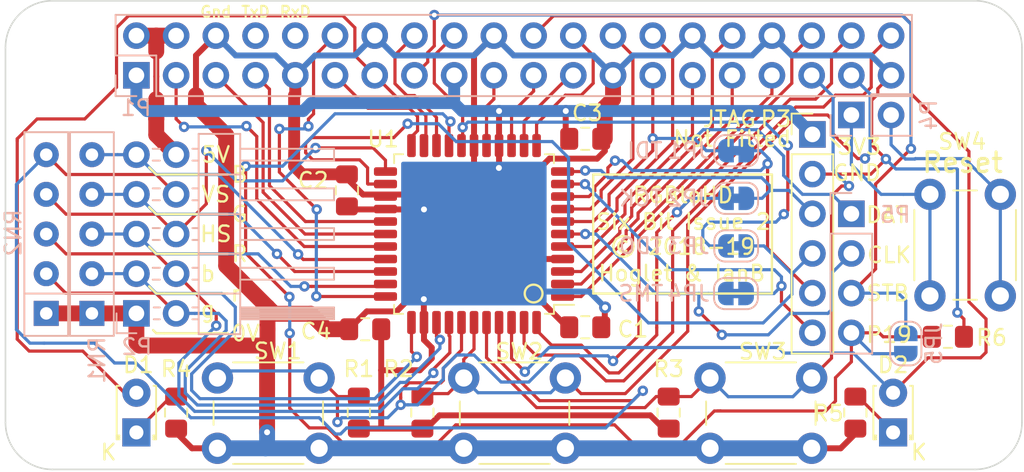
<source format=kicad_pcb>
(kicad_pcb (version 20171130) (host pcbnew "(5.1.4)-1")

  (general
    (thickness 1.6)
    (drawings 70)
    (tracks 802)
    (zones 0)
    (modules 33)
    (nets 49)
  )

  (page A4)
  (layers
    (0 F.Cu signal)
    (31 B.Cu signal)
    (34 B.Paste user hide)
    (35 F.Paste user hide)
    (36 B.SilkS user)
    (37 F.SilkS user)
    (38 B.Mask user hide)
    (39 F.Mask user hide)
    (40 Dwgs.User user hide)
    (41 Cmts.User user hide)
    (44 Edge.Cuts user)
    (45 Margin user hide)
    (46 B.CrtYd user hide)
    (47 F.CrtYd user hide)
    (48 B.Fab user hide)
    (49 F.Fab user hide)
  )

  (setup
    (last_trace_width 0.2032)
    (user_trace_width 0.2032)
    (user_trace_width 0.381)
    (user_trace_width 0.635)
    (user_trace_width 0.762)
    (user_trace_width 0.889)
    (user_trace_width 1.016)
    (user_trace_width 1.143)
    (user_trace_width 1.27)
    (trace_clearance 0.2032)
    (zone_clearance 0.508)
    (zone_45_only yes)
    (trace_min 0.2032)
    (via_size 0.6604)
    (via_drill 0.3048)
    (via_min_size 0.6604)
    (via_min_drill 0.3048)
    (uvia_size 0.6096)
    (uvia_drill 0.3048)
    (uvias_allowed no)
    (uvia_min_size 0)
    (uvia_min_drill 0)
    (edge_width 0.1)
    (segment_width 0.2)
    (pcb_text_width 0.2)
    (pcb_text_size 1.25 1.25)
    (mod_edge_width 0.15)
    (mod_text_size 1 1)
    (mod_text_width 0.15)
    (pad_size 1.7 1.7)
    (pad_drill 1)
    (pad_to_mask_clearance 0.15)
    (solder_mask_min_width 0.4)
    (aux_axis_origin 12.502 54.50096)
    (grid_origin 45.002 28.00096)
    (visible_elements 7FFFFFFF)
    (pcbplotparams
      (layerselection 0x010f0_ffffffff)
      (usegerberextensions true)
      (usegerberattributes false)
      (usegerberadvancedattributes false)
      (creategerberjobfile false)
      (excludeedgelayer true)
      (linewidth 0.100000)
      (plotframeref false)
      (viasonmask false)
      (mode 1)
      (useauxorigin false)
      (hpglpennumber 1)
      (hpglpenspeed 20)
      (hpglpendiameter 15.000000)
      (psnegative false)
      (psa4output false)
      (plotreference true)
      (plotvalue false)
      (plotinvisibletext false)
      (padsonsilk false)
      (subtractmaskfromsilk false)
      (outputformat 1)
      (mirror false)
      (drillshape 0)
      (scaleselection 1)
      (outputdirectory "manufacturing/"))
  )

  (net 0 "")
  (net 1 /3V3)
  (net 2 /GPIO2)
  (net 3 /GPIO3)
  (net 4 /GPIO4)
  (net 5 /GPIO17)
  (net 6 /GPIO18)
  (net 7 /GPIO27)
  (net 8 /GPIO22)
  (net 9 /GPIO23)
  (net 10 /GPIO24)
  (net 11 /GPIO10)
  (net 12 /GPIO9)
  (net 13 /GPIO11)
  (net 14 /GPIO8)
  (net 15 /GPIO7)
  (net 16 /GPIO5)
  (net 17 /GPIO6)
  (net 18 /GPIO12)
  (net 19 /GPIO13)
  (net 20 /GPIO19)
  (net 21 /GPIO16)
  (net 22 /GPIO26)
  (net 23 /GPIO20)
  (net 24 /GPIO21)
  (net 25 "Net-(P4-Pad1)")
  (net 26 "Net-(P4-Pad2)")
  (net 27 "Net-(D1-Pad1)")
  (net 28 "Net-(D2-Pad1)")
  (net 29 /GPIO25)
  (net 30 /GPIO0)
  (net 31 /GPIO1)
  (net 32 /VCC)
  (net 33 /GND)
  (net 34 /SYNC)
  (net 35 /BLUE)
  (net 36 /GREEN)
  (net 37 /RED)
  (net 38 /BRED)
  (net 39 /BGREEN)
  (net 40 /BBLUE)
  (net 41 /VSYNC)
  (net 42 /TCK)
  (net 43 /TDO)
  (net 44 /TDI)
  (net 45 /TMS)
  (net 46 /RxD)
  (net 47 /TxD)
  (net 48 /SPARE)

  (net_class Default "This is the default net class."
    (clearance 0.2032)
    (trace_width 0.2032)
    (via_dia 0.6604)
    (via_drill 0.3048)
    (uvia_dia 0.6096)
    (uvia_drill 0.3048)
    (diff_pair_width 0.2032)
    (diff_pair_gap 0.25)
    (add_net /BBLUE)
    (add_net /BGREEN)
    (add_net /BLUE)
    (add_net /BRED)
    (add_net /GND)
    (add_net /GPIO0)
    (add_net /GPIO1)
    (add_net /GPIO10)
    (add_net /GPIO11)
    (add_net /GPIO12)
    (add_net /GPIO13)
    (add_net /GPIO16)
    (add_net /GPIO17)
    (add_net /GPIO18)
    (add_net /GPIO19)
    (add_net /GPIO2)
    (add_net /GPIO20)
    (add_net /GPIO21)
    (add_net /GPIO22)
    (add_net /GPIO23)
    (add_net /GPIO24)
    (add_net /GPIO25)
    (add_net /GPIO26)
    (add_net /GPIO27)
    (add_net /GPIO3)
    (add_net /GPIO4)
    (add_net /GPIO5)
    (add_net /GPIO6)
    (add_net /GPIO7)
    (add_net /GPIO8)
    (add_net /GPIO9)
    (add_net /GREEN)
    (add_net /RED)
    (add_net /RxD)
    (add_net /SPARE)
    (add_net /SYNC)
    (add_net /TCK)
    (add_net /TDI)
    (add_net /TDO)
    (add_net /TMS)
    (add_net /TxD)
    (add_net /VCC)
    (add_net /VSYNC)
    (add_net "Net-(D1-Pad1)")
    (add_net "Net-(D2-Pad1)")
    (add_net "Net-(P4-Pad1)")
    (add_net "Net-(P4-Pad2)")
  )

  (net_class Power ""
    (clearance 0.2032)
    (trace_width 0.381)
    (via_dia 0.762)
    (via_drill 0.381)
    (uvia_dia 0.6096)
    (uvia_drill 0.3048)
    (diff_pair_width 0.2032)
    (diff_pair_gap 0.25)
    (add_net /3V3)
  )

  (module Resistor_SMD:R_0805_2012Metric_Pad1.15x1.40mm_HandSolder (layer F.Cu) (tedit 5B36C52B) (tstamp 5DAA7A1F)
    (at 35.096 50.86096 90)
    (descr "Resistor SMD 0805 (2012 Metric), square (rectangular) end terminal, IPC_7351 nominal with elongated pad for handsoldering. (Body size source: https://docs.google.com/spreadsheets/d/1BsfQQcO9C6DZCsRaXUlFlo91Tg2WpOkGARC1WS5S8t0/edit?usp=sharing), generated with kicad-footprint-generator")
    (tags "resistor handsolder")
    (path /595B6CB3)
    (attr smd)
    (fp_text reference R1 (at 2.794 0) (layer F.SilkS)
      (effects (font (size 1 1) (thickness 0.15)))
    )
    (fp_text value 1K (at 0 1.65 90) (layer F.Fab)
      (effects (font (size 1 1) (thickness 0.15)))
    )
    (fp_text user %R (at 0 0 90) (layer F.Fab)
      (effects (font (size 0.5 0.5) (thickness 0.08)))
    )
    (fp_line (start 1.85 0.95) (end -1.85 0.95) (layer F.CrtYd) (width 0.05))
    (fp_line (start 1.85 -0.95) (end 1.85 0.95) (layer F.CrtYd) (width 0.05))
    (fp_line (start -1.85 -0.95) (end 1.85 -0.95) (layer F.CrtYd) (width 0.05))
    (fp_line (start -1.85 0.95) (end -1.85 -0.95) (layer F.CrtYd) (width 0.05))
    (fp_line (start -0.261252 0.71) (end 0.261252 0.71) (layer F.SilkS) (width 0.12))
    (fp_line (start -0.261252 -0.71) (end 0.261252 -0.71) (layer F.SilkS) (width 0.12))
    (fp_line (start 1 0.6) (end -1 0.6) (layer F.Fab) (width 0.1))
    (fp_line (start 1 -0.6) (end 1 0.6) (layer F.Fab) (width 0.1))
    (fp_line (start -1 -0.6) (end 1 -0.6) (layer F.Fab) (width 0.1))
    (fp_line (start -1 0.6) (end -1 -0.6) (layer F.Fab) (width 0.1))
    (pad 2 smd roundrect (at 1.025 0 90) (size 1.15 1.4) (layers F.Cu F.Paste F.Mask) (roundrect_rratio 0.217391)
      (net 21 /GPIO16))
    (pad 1 smd roundrect (at -1.025 0 90) (size 1.15 1.4) (layers F.Cu F.Paste F.Mask) (roundrect_rratio 0.217391)
      (net 1 /3V3))
    (model ${KISYS3DMOD}/Resistor_SMD.3dshapes/R_0805_2012Metric.wrl
      (at (xyz 0 0 0))
      (scale (xyz 1 1 1))
      (rotate (xyz 0 0 0))
    )
  )

  (module Resistor_THT:R_Array_SIP5 (layer B.Cu) (tedit 5A14249F) (tstamp 5DAA7A6F)
    (at 18.0272 44.51096 90)
    (descr "5-pin Resistor SIP pack")
    (tags R)
    (path /5DAA004F)
    (fp_text reference RN1 (at -2.9972 0.3302 90) (layer B.SilkS)
      (effects (font (size 1 1) (thickness 0.15)) (justify mirror))
    )
    (fp_text value 4K7 (at 6.35 -2.4 90) (layer B.Fab)
      (effects (font (size 1 1) (thickness 0.15)) (justify mirror))
    )
    (fp_line (start 11.9 1.65) (end -1.7 1.65) (layer B.CrtYd) (width 0.05))
    (fp_line (start 11.9 -1.65) (end 11.9 1.65) (layer B.CrtYd) (width 0.05))
    (fp_line (start -1.7 -1.65) (end 11.9 -1.65) (layer B.CrtYd) (width 0.05))
    (fp_line (start -1.7 1.65) (end -1.7 -1.65) (layer B.CrtYd) (width 0.05))
    (fp_line (start 1.27 1.4) (end 1.27 -1.4) (layer B.SilkS) (width 0.12))
    (fp_line (start 11.6 1.4) (end -1.44 1.4) (layer B.SilkS) (width 0.12))
    (fp_line (start 11.6 -1.4) (end 11.6 1.4) (layer B.SilkS) (width 0.12))
    (fp_line (start -1.44 -1.4) (end 11.6 -1.4) (layer B.SilkS) (width 0.12))
    (fp_line (start -1.44 1.4) (end -1.44 -1.4) (layer B.SilkS) (width 0.12))
    (fp_line (start 1.27 1.25) (end 1.27 -1.25) (layer B.Fab) (width 0.1))
    (fp_line (start 11.45 1.25) (end -1.29 1.25) (layer B.Fab) (width 0.1))
    (fp_line (start 11.45 -1.25) (end 11.45 1.25) (layer B.Fab) (width 0.1))
    (fp_line (start -1.29 -1.25) (end 11.45 -1.25) (layer B.Fab) (width 0.1))
    (fp_line (start -1.29 1.25) (end -1.29 -1.25) (layer B.Fab) (width 0.1))
    (fp_text user %R (at 5.08 0 90) (layer B.Fab)
      (effects (font (size 1 1) (thickness 0.15)) (justify mirror))
    )
    (pad 5 thru_hole oval (at 10.16 0 90) (size 1.6 1.6) (drill 0.8) (layers *.Cu *.Mask)
      (net 35 /BLUE))
    (pad 4 thru_hole oval (at 7.62 0 90) (size 1.6 1.6) (drill 0.8) (layers *.Cu *.Mask)
      (net 36 /GREEN))
    (pad 3 thru_hole oval (at 5.08 0 90) (size 1.6 1.6) (drill 0.8) (layers *.Cu *.Mask)
      (net 37 /RED))
    (pad 2 thru_hole oval (at 2.54 0 90) (size 1.6 1.6) (drill 0.8) (layers *.Cu *.Mask)
      (net 38 /BRED))
    (pad 1 thru_hole rect (at 0 0 90) (size 1.6 1.6) (drill 0.8) (layers *.Cu *.Mask)
      (net 33 /GND))
    (model ${KISYS3DMOD}/Resistor_THT.3dshapes/R_Array_SIP5.wrl
      (at (xyz 0 0 0))
      (scale (xyz 1 1 1))
      (rotate (xyz 0 0 0))
    )
  )

  (module Connector_PinHeader_2.54mm:PinHeader_2x05_P2.54mm_Horizontal locked (layer B.Cu) (tedit 59FED5CB) (tstamp 5DAA3329)
    (at 20.872 44.51096)
    (descr "Through hole angled pin header, 2x05, 2.54mm pitch, 6mm pin length, double rows")
    (tags "Through hole angled pin header THT 2x05 2.54mm double row")
    (path /5DAA3151)
    (fp_text reference P2 (at 0.0254 2.1336) (layer B.SilkS)
      (effects (font (size 1 1) (thickness 0.15)) (justify mirror))
    )
    (fp_text value Conn_02x05_Odd_Even (at 5.655 -12.43) (layer B.Fab)
      (effects (font (size 1 1) (thickness 0.15)) (justify mirror))
    )
    (fp_line (start 4.675 1.27) (end 6.58 1.27) (layer B.Fab) (width 0.1))
    (fp_line (start 6.58 1.27) (end 6.58 -11.43) (layer B.Fab) (width 0.1))
    (fp_line (start 6.58 -11.43) (end 4.04 -11.43) (layer B.Fab) (width 0.1))
    (fp_line (start 4.04 -11.43) (end 4.04 0.635) (layer B.Fab) (width 0.1))
    (fp_line (start 4.04 0.635) (end 4.675 1.27) (layer B.Fab) (width 0.1))
    (fp_line (start -0.32 0.32) (end 4.04 0.32) (layer B.Fab) (width 0.1))
    (fp_line (start -0.32 0.32) (end -0.32 -0.32) (layer B.Fab) (width 0.1))
    (fp_line (start -0.32 -0.32) (end 4.04 -0.32) (layer B.Fab) (width 0.1))
    (fp_line (start 6.58 0.32) (end 12.58 0.32) (layer B.Fab) (width 0.1))
    (fp_line (start 12.58 0.32) (end 12.58 -0.32) (layer B.Fab) (width 0.1))
    (fp_line (start 6.58 -0.32) (end 12.58 -0.32) (layer B.Fab) (width 0.1))
    (fp_line (start -0.32 -2.22) (end 4.04 -2.22) (layer B.Fab) (width 0.1))
    (fp_line (start -0.32 -2.22) (end -0.32 -2.86) (layer B.Fab) (width 0.1))
    (fp_line (start -0.32 -2.86) (end 4.04 -2.86) (layer B.Fab) (width 0.1))
    (fp_line (start 6.58 -2.22) (end 12.58 -2.22) (layer B.Fab) (width 0.1))
    (fp_line (start 12.58 -2.22) (end 12.58 -2.86) (layer B.Fab) (width 0.1))
    (fp_line (start 6.58 -2.86) (end 12.58 -2.86) (layer B.Fab) (width 0.1))
    (fp_line (start -0.32 -4.76) (end 4.04 -4.76) (layer B.Fab) (width 0.1))
    (fp_line (start -0.32 -4.76) (end -0.32 -5.4) (layer B.Fab) (width 0.1))
    (fp_line (start -0.32 -5.4) (end 4.04 -5.4) (layer B.Fab) (width 0.1))
    (fp_line (start 6.58 -4.76) (end 12.58 -4.76) (layer B.Fab) (width 0.1))
    (fp_line (start 12.58 -4.76) (end 12.58 -5.4) (layer B.Fab) (width 0.1))
    (fp_line (start 6.58 -5.4) (end 12.58 -5.4) (layer B.Fab) (width 0.1))
    (fp_line (start -0.32 -7.3) (end 4.04 -7.3) (layer B.Fab) (width 0.1))
    (fp_line (start -0.32 -7.3) (end -0.32 -7.94) (layer B.Fab) (width 0.1))
    (fp_line (start -0.32 -7.94) (end 4.04 -7.94) (layer B.Fab) (width 0.1))
    (fp_line (start 6.58 -7.3) (end 12.58 -7.3) (layer B.Fab) (width 0.1))
    (fp_line (start 12.58 -7.3) (end 12.58 -7.94) (layer B.Fab) (width 0.1))
    (fp_line (start 6.58 -7.94) (end 12.58 -7.94) (layer B.Fab) (width 0.1))
    (fp_line (start -0.32 -9.84) (end 4.04 -9.84) (layer B.Fab) (width 0.1))
    (fp_line (start -0.32 -9.84) (end -0.32 -10.48) (layer B.Fab) (width 0.1))
    (fp_line (start -0.32 -10.48) (end 4.04 -10.48) (layer B.Fab) (width 0.1))
    (fp_line (start 6.58 -9.84) (end 12.58 -9.84) (layer B.Fab) (width 0.1))
    (fp_line (start 12.58 -9.84) (end 12.58 -10.48) (layer B.Fab) (width 0.1))
    (fp_line (start 6.58 -10.48) (end 12.58 -10.48) (layer B.Fab) (width 0.1))
    (fp_line (start 3.98 1.33) (end 3.98 -11.49) (layer B.SilkS) (width 0.12))
    (fp_line (start 3.98 -11.49) (end 6.64 -11.49) (layer B.SilkS) (width 0.12))
    (fp_line (start 6.64 -11.49) (end 6.64 1.33) (layer B.SilkS) (width 0.12))
    (fp_line (start 6.64 1.33) (end 3.98 1.33) (layer B.SilkS) (width 0.12))
    (fp_line (start 6.64 0.38) (end 12.64 0.38) (layer B.SilkS) (width 0.12))
    (fp_line (start 12.64 0.38) (end 12.64 -0.38) (layer B.SilkS) (width 0.12))
    (fp_line (start 12.64 -0.38) (end 6.64 -0.38) (layer B.SilkS) (width 0.12))
    (fp_line (start 6.64 0.32) (end 12.64 0.32) (layer B.SilkS) (width 0.12))
    (fp_line (start 6.64 0.2) (end 12.64 0.2) (layer B.SilkS) (width 0.12))
    (fp_line (start 6.64 0.08) (end 12.64 0.08) (layer B.SilkS) (width 0.12))
    (fp_line (start 6.64 -0.04) (end 12.64 -0.04) (layer B.SilkS) (width 0.12))
    (fp_line (start 6.64 -0.16) (end 12.64 -0.16) (layer B.SilkS) (width 0.12))
    (fp_line (start 6.64 -0.28) (end 12.64 -0.28) (layer B.SilkS) (width 0.12))
    (fp_line (start 3.582929 0.38) (end 3.98 0.38) (layer B.SilkS) (width 0.12))
    (fp_line (start 3.582929 -0.38) (end 3.98 -0.38) (layer B.SilkS) (width 0.12))
    (fp_line (start 1.11 0.38) (end 1.497071 0.38) (layer B.SilkS) (width 0.12))
    (fp_line (start 1.11 -0.38) (end 1.497071 -0.38) (layer B.SilkS) (width 0.12))
    (fp_line (start 3.98 -1.27) (end 6.64 -1.27) (layer B.SilkS) (width 0.12))
    (fp_line (start 6.64 -2.16) (end 12.64 -2.16) (layer B.SilkS) (width 0.12))
    (fp_line (start 12.64 -2.16) (end 12.64 -2.92) (layer B.SilkS) (width 0.12))
    (fp_line (start 12.64 -2.92) (end 6.64 -2.92) (layer B.SilkS) (width 0.12))
    (fp_line (start 3.582929 -2.16) (end 3.98 -2.16) (layer B.SilkS) (width 0.12))
    (fp_line (start 3.582929 -2.92) (end 3.98 -2.92) (layer B.SilkS) (width 0.12))
    (fp_line (start 1.042929 -2.16) (end 1.497071 -2.16) (layer B.SilkS) (width 0.12))
    (fp_line (start 1.042929 -2.92) (end 1.497071 -2.92) (layer B.SilkS) (width 0.12))
    (fp_line (start 3.98 -3.81) (end 6.64 -3.81) (layer B.SilkS) (width 0.12))
    (fp_line (start 6.64 -4.7) (end 12.64 -4.7) (layer B.SilkS) (width 0.12))
    (fp_line (start 12.64 -4.7) (end 12.64 -5.46) (layer B.SilkS) (width 0.12))
    (fp_line (start 12.64 -5.46) (end 6.64 -5.46) (layer B.SilkS) (width 0.12))
    (fp_line (start 3.582929 -4.7) (end 3.98 -4.7) (layer B.SilkS) (width 0.12))
    (fp_line (start 3.582929 -5.46) (end 3.98 -5.46) (layer B.SilkS) (width 0.12))
    (fp_line (start 1.042929 -4.7) (end 1.497071 -4.7) (layer B.SilkS) (width 0.12))
    (fp_line (start 1.042929 -5.46) (end 1.497071 -5.46) (layer B.SilkS) (width 0.12))
    (fp_line (start 3.98 -6.35) (end 6.64 -6.35) (layer B.SilkS) (width 0.12))
    (fp_line (start 6.64 -7.24) (end 12.64 -7.24) (layer B.SilkS) (width 0.12))
    (fp_line (start 12.64 -7.24) (end 12.64 -8) (layer B.SilkS) (width 0.12))
    (fp_line (start 12.64 -8) (end 6.64 -8) (layer B.SilkS) (width 0.12))
    (fp_line (start 3.582929 -7.24) (end 3.98 -7.24) (layer B.SilkS) (width 0.12))
    (fp_line (start 3.582929 -8) (end 3.98 -8) (layer B.SilkS) (width 0.12))
    (fp_line (start 1.042929 -7.24) (end 1.497071 -7.24) (layer B.SilkS) (width 0.12))
    (fp_line (start 1.042929 -8) (end 1.497071 -8) (layer B.SilkS) (width 0.12))
    (fp_line (start 3.98 -8.89) (end 6.64 -8.89) (layer B.SilkS) (width 0.12))
    (fp_line (start 6.64 -9.78) (end 12.64 -9.78) (layer B.SilkS) (width 0.12))
    (fp_line (start 12.64 -9.78) (end 12.64 -10.54) (layer B.SilkS) (width 0.12))
    (fp_line (start 12.64 -10.54) (end 6.64 -10.54) (layer B.SilkS) (width 0.12))
    (fp_line (start 3.582929 -9.78) (end 3.98 -9.78) (layer B.SilkS) (width 0.12))
    (fp_line (start 3.582929 -10.54) (end 3.98 -10.54) (layer B.SilkS) (width 0.12))
    (fp_line (start 1.042929 -9.78) (end 1.497071 -9.78) (layer B.SilkS) (width 0.12))
    (fp_line (start 1.042929 -10.54) (end 1.497071 -10.54) (layer B.SilkS) (width 0.12))
    (fp_line (start -1.27 0) (end -1.27 1.27) (layer B.SilkS) (width 0.12))
    (fp_line (start -1.27 1.27) (end 0 1.27) (layer B.SilkS) (width 0.12))
    (fp_line (start -1.8 1.8) (end -1.8 -11.95) (layer B.CrtYd) (width 0.05))
    (fp_line (start -1.8 -11.95) (end 13.1 -11.95) (layer B.CrtYd) (width 0.05))
    (fp_line (start 13.1 -11.95) (end 13.1 1.8) (layer B.CrtYd) (width 0.05))
    (fp_line (start 13.1 1.8) (end -1.8 1.8) (layer B.CrtYd) (width 0.05))
    (fp_text user %R (at 5.31 -5.08 -90) (layer B.Fab)
      (effects (font (size 1 1) (thickness 0.15)) (justify mirror))
    )
    (pad 1 thru_hole rect (at 0 0) (size 1.7 1.7) (drill 1) (layers *.Cu *.Mask)
      (net 33 /GND))
    (pad 2 thru_hole oval (at 2.54 0) (size 1.7 1.7) (drill 1) (layers *.Cu *.Mask)
      (net 39 /BGREEN))
    (pad 3 thru_hole oval (at 0 -2.54) (size 1.7 1.7) (drill 1) (layers *.Cu *.Mask)
      (net 38 /BRED))
    (pad 4 thru_hole oval (at 2.54 -2.54) (size 1.7 1.7) (drill 1) (layers *.Cu *.Mask)
      (net 40 /BBLUE))
    (pad 5 thru_hole oval (at 0 -5.08) (size 1.7 1.7) (drill 1) (layers *.Cu *.Mask)
      (net 37 /RED))
    (pad 6 thru_hole oval (at 2.54 -5.08) (size 1.7 1.7) (drill 1) (layers *.Cu *.Mask)
      (net 34 /SYNC))
    (pad 7 thru_hole oval (at 0 -7.62) (size 1.7 1.7) (drill 1) (layers *.Cu *.Mask)
      (net 36 /GREEN))
    (pad 8 thru_hole oval (at 2.54 -7.62) (size 1.7 1.7) (drill 1) (layers *.Cu *.Mask)
      (net 41 /VSYNC))
    (pad 9 thru_hole oval (at 0 -10.16) (size 1.7 1.7) (drill 1) (layers *.Cu *.Mask)
      (net 35 /BLUE))
    (pad 10 thru_hole oval (at 2.54 -10.16) (size 1.7 1.7) (drill 1) (layers *.Cu *.Mask)
      (net 32 /VCC))
    (model ${KISYS3DMOD}/Connector_PinHeader_2.54mm.3dshapes/PinHeader_2x05_P2.54mm_Horizontal.wrl
      (at (xyz 0 0 0))
      (scale (xyz 1 1 1))
      (rotate (xyz 0 0 0))
    )
  )

  (module Package_QFP:LQFP-44_10x10mm_P0.8mm (layer F.Cu) (tedit 5C18330E) (tstamp 5DAA7B15)
    (at 42.462 39.43096 180)
    (descr "LQFP, 44 Pin (https://www.nxp.com/files-static/shared/doc/package_info/98ASS23225W.pdf?&fsrch=1), generated with kicad-footprint-generator ipc_gullwing_generator.py")
    (tags "LQFP QFP")
    (path /595A11EC)
    (attr smd)
    (fp_text reference U1 (at 5.8166 6.0706) (layer F.SilkS)
      (effects (font (size 1 1) (thickness 0.15)))
    )
    (fp_text value XC9572XL-VQFP44 (at 0 7.35) (layer F.Fab)
      (effects (font (size 1 1) (thickness 0.15)))
    )
    (fp_line (start 4.535 5.11) (end 5.11 5.11) (layer F.SilkS) (width 0.12))
    (fp_line (start 5.11 5.11) (end 5.11 4.535) (layer F.SilkS) (width 0.12))
    (fp_line (start -4.535 5.11) (end -5.11 5.11) (layer F.SilkS) (width 0.12))
    (fp_line (start -5.11 5.11) (end -5.11 4.535) (layer F.SilkS) (width 0.12))
    (fp_line (start 4.535 -5.11) (end 5.11 -5.11) (layer F.SilkS) (width 0.12))
    (fp_line (start 5.11 -5.11) (end 5.11 -4.535) (layer F.SilkS) (width 0.12))
    (fp_line (start -4.535 -5.11) (end -5.11 -5.11) (layer F.SilkS) (width 0.12))
    (fp_line (start -5.11 -5.11) (end -5.11 -4.535) (layer F.SilkS) (width 0.12))
    (fp_line (start -5.11 -4.535) (end -6.4 -4.535) (layer F.SilkS) (width 0.12))
    (fp_line (start -4 -5) (end 5 -5) (layer F.Fab) (width 0.1))
    (fp_line (start 5 -5) (end 5 5) (layer F.Fab) (width 0.1))
    (fp_line (start 5 5) (end -5 5) (layer F.Fab) (width 0.1))
    (fp_line (start -5 5) (end -5 -4) (layer F.Fab) (width 0.1))
    (fp_line (start -5 -4) (end -4 -5) (layer F.Fab) (width 0.1))
    (fp_line (start 0 -6.65) (end -4.52 -6.65) (layer F.CrtYd) (width 0.05))
    (fp_line (start -4.52 -6.65) (end -4.52 -5.25) (layer F.CrtYd) (width 0.05))
    (fp_line (start -4.52 -5.25) (end -5.25 -5.25) (layer F.CrtYd) (width 0.05))
    (fp_line (start -5.25 -5.25) (end -5.25 -4.52) (layer F.CrtYd) (width 0.05))
    (fp_line (start -5.25 -4.52) (end -6.65 -4.52) (layer F.CrtYd) (width 0.05))
    (fp_line (start -6.65 -4.52) (end -6.65 0) (layer F.CrtYd) (width 0.05))
    (fp_line (start 0 -6.65) (end 4.52 -6.65) (layer F.CrtYd) (width 0.05))
    (fp_line (start 4.52 -6.65) (end 4.52 -5.25) (layer F.CrtYd) (width 0.05))
    (fp_line (start 4.52 -5.25) (end 5.25 -5.25) (layer F.CrtYd) (width 0.05))
    (fp_line (start 5.25 -5.25) (end 5.25 -4.52) (layer F.CrtYd) (width 0.05))
    (fp_line (start 5.25 -4.52) (end 6.65 -4.52) (layer F.CrtYd) (width 0.05))
    (fp_line (start 6.65 -4.52) (end 6.65 0) (layer F.CrtYd) (width 0.05))
    (fp_line (start 0 6.65) (end -4.52 6.65) (layer F.CrtYd) (width 0.05))
    (fp_line (start -4.52 6.65) (end -4.52 5.25) (layer F.CrtYd) (width 0.05))
    (fp_line (start -4.52 5.25) (end -5.25 5.25) (layer F.CrtYd) (width 0.05))
    (fp_line (start -5.25 5.25) (end -5.25 4.52) (layer F.CrtYd) (width 0.05))
    (fp_line (start -5.25 4.52) (end -6.65 4.52) (layer F.CrtYd) (width 0.05))
    (fp_line (start -6.65 4.52) (end -6.65 0) (layer F.CrtYd) (width 0.05))
    (fp_line (start 0 6.65) (end 4.52 6.65) (layer F.CrtYd) (width 0.05))
    (fp_line (start 4.52 6.65) (end 4.52 5.25) (layer F.CrtYd) (width 0.05))
    (fp_line (start 4.52 5.25) (end 5.25 5.25) (layer F.CrtYd) (width 0.05))
    (fp_line (start 5.25 5.25) (end 5.25 4.52) (layer F.CrtYd) (width 0.05))
    (fp_line (start 5.25 4.52) (end 6.65 4.52) (layer F.CrtYd) (width 0.05))
    (fp_line (start 6.65 4.52) (end 6.65 0) (layer F.CrtYd) (width 0.05))
    (fp_text user %R (at 0 0) (layer F.Fab)
      (effects (font (size 1 1) (thickness 0.15)))
    )
    (pad 1 smd roundrect (at -5.6625 -4 180) (size 1.475 0.55) (layers F.Cu F.Paste F.Mask) (roundrect_rratio 0.25)
      (net 19 /GPIO13))
    (pad 2 smd roundrect (at -5.6625 -3.2 180) (size 1.475 0.55) (layers F.Cu F.Paste F.Mask) (roundrect_rratio 0.25)
      (net 17 /GPIO6))
    (pad 3 smd roundrect (at -5.6625 -2.4 180) (size 1.475 0.55) (layers F.Cu F.Paste F.Mask) (roundrect_rratio 0.25)
      (net 18 /GPIO12))
    (pad 4 smd roundrect (at -5.6625 -1.6 180) (size 1.475 0.55) (layers F.Cu F.Paste F.Mask) (roundrect_rratio 0.25)
      (net 33 /GND))
    (pad 5 smd roundrect (at -5.6625 -0.8 180) (size 1.475 0.55) (layers F.Cu F.Paste F.Mask) (roundrect_rratio 0.25)
      (net 16 /GPIO5))
    (pad 6 smd roundrect (at -5.6625 0 180) (size 1.475 0.55) (layers F.Cu F.Paste F.Mask) (roundrect_rratio 0.25)
      (net 31 /GPIO1))
    (pad 7 smd roundrect (at -5.6625 0.8 180) (size 1.475 0.55) (layers F.Cu F.Paste F.Mask) (roundrect_rratio 0.25)
      (net 30 /GPIO0))
    (pad 8 smd roundrect (at -5.6625 1.6 180) (size 1.475 0.55) (layers F.Cu F.Paste F.Mask) (roundrect_rratio 0.25)
      (net 15 /GPIO7))
    (pad 9 smd roundrect (at -5.6625 2.4 180) (size 1.475 0.55) (layers F.Cu F.Paste F.Mask) (roundrect_rratio 0.25)
      (net 44 /TDI))
    (pad 10 smd roundrect (at -5.6625 3.2 180) (size 1.475 0.55) (layers F.Cu F.Paste F.Mask) (roundrect_rratio 0.25)
      (net 45 /TMS))
    (pad 11 smd roundrect (at -5.6625 4 180) (size 1.475 0.55) (layers F.Cu F.Paste F.Mask) (roundrect_rratio 0.25)
      (net 42 /TCK))
    (pad 12 smd roundrect (at -4 5.6625 180) (size 0.55 1.475) (layers F.Cu F.Paste F.Mask) (roundrect_rratio 0.25)
      (net 14 /GPIO8))
    (pad 13 smd roundrect (at -3.2 5.6625 180) (size 0.55 1.475) (layers F.Cu F.Paste F.Mask) (roundrect_rratio 0.25)
      (net 13 /GPIO11))
    (pad 14 smd roundrect (at -2.4 5.6625 180) (size 0.55 1.475) (layers F.Cu F.Paste F.Mask) (roundrect_rratio 0.25)
      (net 12 /GPIO9))
    (pad 15 smd roundrect (at -1.6 5.6625 180) (size 0.55 1.475) (layers F.Cu F.Paste F.Mask) (roundrect_rratio 0.25)
      (net 1 /3V3))
    (pad 16 smd roundrect (at -0.8 5.6625 180) (size 0.55 1.475) (layers F.Cu F.Paste F.Mask) (roundrect_rratio 0.25)
      (net 11 /GPIO10))
    (pad 17 smd roundrect (at 0 5.6625 180) (size 0.55 1.475) (layers F.Cu F.Paste F.Mask) (roundrect_rratio 0.25)
      (net 33 /GND))
    (pad 18 smd roundrect (at 0.8 5.6625 180) (size 0.55 1.475) (layers F.Cu F.Paste F.Mask) (roundrect_rratio 0.25)
      (net 10 /GPIO24))
    (pad 19 smd roundrect (at 1.6 5.6625 180) (size 0.55 1.475) (layers F.Cu F.Paste F.Mask) (roundrect_rratio 0.25)
      (net 48 /SPARE))
    (pad 20 smd roundrect (at 2.4 5.6625 180) (size 0.55 1.475) (layers F.Cu F.Paste F.Mask) (roundrect_rratio 0.25)
      (net 9 /GPIO23))
    (pad 21 smd roundrect (at 3.2 5.6625 180) (size 0.55 1.475) (layers F.Cu F.Paste F.Mask) (roundrect_rratio 0.25)
      (net 7 /GPIO27))
    (pad 22 smd roundrect (at 4 5.6625 180) (size 0.55 1.475) (layers F.Cu F.Paste F.Mask) (roundrect_rratio 0.25)
      (net 5 /GPIO17))
    (pad 23 smd roundrect (at 5.6625 4 180) (size 1.475 0.55) (layers F.Cu F.Paste F.Mask) (roundrect_rratio 0.25)
      (net 34 /SYNC))
    (pad 24 smd roundrect (at 5.6625 3.2 180) (size 1.475 0.55) (layers F.Cu F.Paste F.Mask) (roundrect_rratio 0.25)
      (net 43 /TDO))
    (pad 25 smd roundrect (at 5.6625 2.4 180) (size 1.475 0.55) (layers F.Cu F.Paste F.Mask) (roundrect_rratio 0.25)
      (net 33 /GND))
    (pad 26 smd roundrect (at 5.6625 1.6 180) (size 1.475 0.55) (layers F.Cu F.Paste F.Mask) (roundrect_rratio 0.25)
      (net 1 /3V3))
    (pad 27 smd roundrect (at 5.6625 0.8 180) (size 1.475 0.55) (layers F.Cu F.Paste F.Mask) (roundrect_rratio 0.25)
      (net 4 /GPIO4))
    (pad 28 smd roundrect (at 5.6625 0 180) (size 1.475 0.55) (layers F.Cu F.Paste F.Mask) (roundrect_rratio 0.25)
      (net 3 /GPIO3))
    (pad 29 smd roundrect (at 5.6625 -0.8 180) (size 1.475 0.55) (layers F.Cu F.Paste F.Mask) (roundrect_rratio 0.25)
      (net 2 /GPIO2))
    (pad 30 smd roundrect (at 5.6625 -1.6 180) (size 1.475 0.55) (layers F.Cu F.Paste F.Mask) (roundrect_rratio 0.25)
      (net 35 /BLUE))
    (pad 31 smd roundrect (at 5.6625 -2.4 180) (size 1.475 0.55) (layers F.Cu F.Paste F.Mask) (roundrect_rratio 0.25)
      (net 36 /GREEN))
    (pad 32 smd roundrect (at 5.6625 -3.2 180) (size 1.475 0.55) (layers F.Cu F.Paste F.Mask) (roundrect_rratio 0.25)
      (net 37 /RED))
    (pad 33 smd roundrect (at 5.6625 -4 180) (size 1.475 0.55) (layers F.Cu F.Paste F.Mask) (roundrect_rratio 0.25)
      (net 6 /GPIO18))
    (pad 34 smd roundrect (at 4 -5.6625 180) (size 0.55 1.475) (layers F.Cu F.Paste F.Mask) (roundrect_rratio 0.25)
      (net 38 /BRED))
    (pad 35 smd roundrect (at 3.2 -5.6625 180) (size 0.55 1.475) (layers F.Cu F.Paste F.Mask) (roundrect_rratio 0.25)
      (net 1 /3V3))
    (pad 36 smd roundrect (at 2.4 -5.6625 180) (size 0.55 1.475) (layers F.Cu F.Paste F.Mask) (roundrect_rratio 0.25)
      (net 39 /BGREEN))
    (pad 37 smd roundrect (at 1.6 -5.6625 180) (size 0.55 1.475) (layers F.Cu F.Paste F.Mask) (roundrect_rratio 0.25)
      (net 40 /BBLUE))
    (pad 38 smd roundrect (at 0.8 -5.6625 180) (size 0.55 1.475) (layers F.Cu F.Paste F.Mask) (roundrect_rratio 0.25)
      (net 21 /GPIO16))
    (pad 39 smd roundrect (at 0 -5.6625 180) (size 0.55 1.475) (layers F.Cu F.Paste F.Mask) (roundrect_rratio 0.25)
      (net 22 /GPIO26))
    (pad 40 smd roundrect (at -0.8 -5.6625 180) (size 0.55 1.475) (layers F.Cu F.Paste F.Mask) (roundrect_rratio 0.25)
      (net 20 /GPIO19))
    (pad 41 smd roundrect (at -1.6 -5.6625 180) (size 0.55 1.475) (layers F.Cu F.Paste F.Mask) (roundrect_rratio 0.25)
      (net 41 /VSYNC))
    (pad 42 smd roundrect (at -2.4 -5.6625 180) (size 0.55 1.475) (layers F.Cu F.Paste F.Mask) (roundrect_rratio 0.25)
      (net 29 /GPIO25))
    (pad 43 smd roundrect (at -3.2 -5.6625 180) (size 0.55 1.475) (layers F.Cu F.Paste F.Mask) (roundrect_rratio 0.25)
      (net 24 /GPIO21))
    (pad 44 smd roundrect (at -4 -5.6625 180) (size 0.55 1.475) (layers F.Cu F.Paste F.Mask) (roundrect_rratio 0.25)
      (net 23 /GPIO20))
    (model ${KISYS3DMOD}/Package_QFP.3dshapes/LQFP-44_10x10mm_P0.8mm.wrl
      (at (xyz 0 0 0))
      (scale (xyz 1 1 1))
      (rotate (xyz 0 0 0))
    )
  )

  (module Jumper:SolderJumper-2_P1.3mm_Open_RoundedPad1.0x1.5mm (layer B.Cu) (tedit 5B391E66) (tstamp 5DCC5AC0)
    (at 70.0718 46.44136 90)
    (descr "SMD Solder Jumper, 1x1.5mm, rounded Pads, 0.3mm gap, open")
    (tags "solder jumper open")
    (path /5DCE1428)
    (attr virtual)
    (fp_text reference JP5 (at 0 1.8 90) (layer B.SilkS)
      (effects (font (size 1 1) (thickness 0.15)) (justify mirror))
    )
    (fp_text value SolderJumper_2_Open (at 0 -1.9 90) (layer B.Fab)
      (effects (font (size 1 1) (thickness 0.15)) (justify mirror))
    )
    (fp_line (start 1.65 -1.25) (end -1.65 -1.25) (layer B.CrtYd) (width 0.05))
    (fp_line (start 1.65 -1.25) (end 1.65 1.25) (layer B.CrtYd) (width 0.05))
    (fp_line (start -1.65 1.25) (end -1.65 -1.25) (layer B.CrtYd) (width 0.05))
    (fp_line (start -1.65 1.25) (end 1.65 1.25) (layer B.CrtYd) (width 0.05))
    (fp_line (start -0.7 1) (end 0.7 1) (layer B.SilkS) (width 0.12))
    (fp_line (start 1.4 0.3) (end 1.4 -0.3) (layer B.SilkS) (width 0.12))
    (fp_line (start 0.7 -1) (end -0.7 -1) (layer B.SilkS) (width 0.12))
    (fp_line (start -1.4 -0.3) (end -1.4 0.3) (layer B.SilkS) (width 0.12))
    (fp_arc (start -0.7 0.3) (end -0.7 1) (angle 90) (layer B.SilkS) (width 0.12))
    (fp_arc (start -0.7 -0.3) (end -1.4 -0.3) (angle 90) (layer B.SilkS) (width 0.12))
    (fp_arc (start 0.7 -0.3) (end 0.7 -1) (angle 90) (layer B.SilkS) (width 0.12))
    (fp_arc (start 0.7 0.3) (end 1.4 0.3) (angle 90) (layer B.SilkS) (width 0.12))
    (pad 2 smd custom (at 0.65 0 90) (size 1 0.5) (layers B.Cu B.Mask)
      (net 8 /GPIO22) (zone_connect 2)
      (options (clearance outline) (anchor rect))
      (primitives
        (gr_circle (center 0 -0.25) (end 0.5 -0.25) (width 0))
        (gr_circle (center 0 0.25) (end 0.5 0.25) (width 0))
        (gr_poly (pts
           (xy 0 0.75) (xy -0.5 0.75) (xy -0.5 -0.75) (xy 0 -0.75)) (width 0))
      ))
    (pad 1 smd custom (at -0.65 0 90) (size 1 0.5) (layers B.Cu B.Mask)
      (net 48 /SPARE) (zone_connect 2)
      (options (clearance outline) (anchor rect))
      (primitives
        (gr_circle (center 0 -0.25) (end 0.5 -0.25) (width 0))
        (gr_circle (center 0 0.25) (end 0.5 0.25) (width 0))
        (gr_poly (pts
           (xy 0 0.75) (xy 0.5 0.75) (xy 0.5 -0.75) (xy 0 -0.75)) (width 0))
      ))
  )

  (module Resistor_SMD:R_0805_2012Metric_Pad1.15x1.40mm_HandSolder (layer F.Cu) (tedit 5B36C52B) (tstamp 5DCC5D45)
    (at 72.7642 46.00956)
    (descr "Resistor SMD 0805 (2012 Metric), square (rectangular) end terminal, IPC_7351 nominal with elongated pad for handsoldering. (Body size source: https://docs.google.com/spreadsheets/d/1BsfQQcO9C6DZCsRaXUlFlo91Tg2WpOkGARC1WS5S8t0/edit?usp=sharing), generated with kicad-footprint-generator")
    (tags "resistor handsolder")
    (path /5DCDA4CD)
    (attr smd)
    (fp_text reference R6 (at 2.794 0.0508) (layer F.SilkS)
      (effects (font (size 1 1) (thickness 0.15)))
    )
    (fp_text value 10K (at 0 1.65) (layer F.Fab)
      (effects (font (size 1 1) (thickness 0.15)))
    )
    (fp_text user %R (at 0 0) (layer F.Fab)
      (effects (font (size 0.5 0.5) (thickness 0.08)))
    )
    (fp_line (start 1.85 0.95) (end -1.85 0.95) (layer F.CrtYd) (width 0.05))
    (fp_line (start 1.85 -0.95) (end 1.85 0.95) (layer F.CrtYd) (width 0.05))
    (fp_line (start -1.85 -0.95) (end 1.85 -0.95) (layer F.CrtYd) (width 0.05))
    (fp_line (start -1.85 0.95) (end -1.85 -0.95) (layer F.CrtYd) (width 0.05))
    (fp_line (start -0.261252 0.71) (end 0.261252 0.71) (layer F.SilkS) (width 0.12))
    (fp_line (start -0.261252 -0.71) (end 0.261252 -0.71) (layer F.SilkS) (width 0.12))
    (fp_line (start 1 0.6) (end -1 0.6) (layer F.Fab) (width 0.1))
    (fp_line (start 1 -0.6) (end 1 0.6) (layer F.Fab) (width 0.1))
    (fp_line (start -1 -0.6) (end 1 -0.6) (layer F.Fab) (width 0.1))
    (fp_line (start -1 0.6) (end -1 -0.6) (layer F.Fab) (width 0.1))
    (pad 2 smd roundrect (at 1.025 0) (size 1.15 1.4) (layers F.Cu F.Paste F.Mask) (roundrect_rratio 0.217391)
      (net 33 /GND))
    (pad 1 smd roundrect (at -1.025 0) (size 1.15 1.4) (layers F.Cu F.Paste F.Mask) (roundrect_rratio 0.217391)
      (net 48 /SPARE))
    (model ${KISYS3DMOD}/Resistor_SMD.3dshapes/R_0805_2012Metric.wrl
      (at (xyz 0 0 0))
      (scale (xyz 1 1 1))
      (rotate (xyz 0 0 0))
    )
  )

  (module Connector_PinSocket_2.54mm:PinSocket_1x04_P2.54mm_Vertical (layer B.Cu) (tedit 5A19A429) (tstamp 5DCC2DEF)
    (at 66.592 38.13556 180)
    (descr "Through hole straight socket strip, 1x04, 2.54mm pitch, single row (from Kicad 4.0.7), script generated")
    (tags "Through hole socket strip THT 1x04 2.54mm single row")
    (path /5DCE6A21)
    (fp_text reference P5 (at -2.794 -0.0508) (layer B.SilkS)
      (effects (font (size 1 1) (thickness 0.15)) (justify mirror))
    )
    (fp_text value Conn_01x04 (at 0 -10.39) (layer B.Fab)
      (effects (font (size 1 1) (thickness 0.15)) (justify mirror))
    )
    (fp_line (start -1.27 1.27) (end 0.635 1.27) (layer B.Fab) (width 0.1))
    (fp_line (start 0.635 1.27) (end 1.27 0.635) (layer B.Fab) (width 0.1))
    (fp_line (start 1.27 0.635) (end 1.27 -8.89) (layer B.Fab) (width 0.1))
    (fp_line (start 1.27 -8.89) (end -1.27 -8.89) (layer B.Fab) (width 0.1))
    (fp_line (start -1.27 -8.89) (end -1.27 1.27) (layer B.Fab) (width 0.1))
    (fp_line (start -1.33 -1.27) (end 1.33 -1.27) (layer B.SilkS) (width 0.12))
    (fp_line (start -1.33 -1.27) (end -1.33 -8.95) (layer B.SilkS) (width 0.12))
    (fp_line (start -1.33 -8.95) (end 1.33 -8.95) (layer B.SilkS) (width 0.12))
    (fp_line (start 1.33 -1.27) (end 1.33 -8.95) (layer B.SilkS) (width 0.12))
    (fp_line (start 1.33 1.33) (end 1.33 0) (layer B.SilkS) (width 0.12))
    (fp_line (start 0 1.33) (end 1.33 1.33) (layer B.SilkS) (width 0.12))
    (fp_line (start -1.8 1.8) (end 1.75 1.8) (layer B.CrtYd) (width 0.05))
    (fp_line (start 1.75 1.8) (end 1.75 -9.4) (layer B.CrtYd) (width 0.05))
    (fp_line (start 1.75 -9.4) (end -1.8 -9.4) (layer B.CrtYd) (width 0.05))
    (fp_line (start -1.8 -9.4) (end -1.8 1.8) (layer B.CrtYd) (width 0.05))
    (fp_text user %R (at 0 -3.81 270) (layer B.Fab)
      (effects (font (size 1 1) (thickness 0.15)) (justify mirror))
    )
    (pad 1 thru_hole rect (at 0 0 180) (size 1.7 1.7) (drill 1) (layers *.Cu *.Mask)
      (net 30 /GPIO0))
    (pad 2 thru_hole oval (at 0 -2.54 180) (size 1.7 1.7) (drill 1) (layers *.Cu *.Mask)
      (net 31 /GPIO1))
    (pad 3 thru_hole oval (at 0 -5.08 180) (size 1.7 1.7) (drill 1) (layers *.Cu *.Mask)
      (net 8 /GPIO22))
    (pad 4 thru_hole oval (at 0 -7.62 180) (size 1.7 1.7) (drill 1) (layers *.Cu *.Mask)
      (net 48 /SPARE))
    (model ${KISYS3DMOD}/Connector_PinSocket_2.54mm.3dshapes/PinSocket_1x04_P2.54mm_Vertical.wrl
      (at (xyz 0 0 0))
      (scale (xyz 1 1 1))
      (rotate (xyz 0 0 0))
    )
  )

  (module Connector_PinSocket_2.54mm:PinSocket_2x20_P2.54mm_Vertical (layer B.Cu) (tedit 5A19A433) (tstamp 5DAA32EC)
    (at 20.872 29.27096 270)
    (descr "Through hole straight socket strip, 2x20, 2.54mm pitch, double cols (from Kicad 4.0.7), script generated")
    (tags "Through hole socket strip THT 2x20 2.54mm double row")
    (path /574468E6)
    (fp_text reference P1 (at 2.0828 0.0254) (layer B.SilkS)
      (effects (font (size 1 1) (thickness 0.15)) (justify mirror))
    )
    (fp_text value CONN_02X20 (at -1.27 -51.03 90) (layer B.Fab)
      (effects (font (size 1 1) (thickness 0.15)) (justify mirror))
    )
    (fp_text user %R (at -1.27 -24.13 180) (layer B.Fab)
      (effects (font (size 1 1) (thickness 0.15)) (justify mirror))
    )
    (fp_line (start -4.34 -50) (end -4.34 1.8) (layer B.CrtYd) (width 0.05))
    (fp_line (start 1.76 -50) (end -4.34 -50) (layer B.CrtYd) (width 0.05))
    (fp_line (start 1.76 1.8) (end 1.76 -50) (layer B.CrtYd) (width 0.05))
    (fp_line (start -4.34 1.8) (end 1.76 1.8) (layer B.CrtYd) (width 0.05))
    (fp_line (start 0 1.33) (end 1.33 1.33) (layer B.SilkS) (width 0.12))
    (fp_line (start 1.33 1.33) (end 1.33 0) (layer B.SilkS) (width 0.12))
    (fp_line (start -1.27 1.33) (end -1.27 -1.27) (layer B.SilkS) (width 0.12))
    (fp_line (start -1.27 -1.27) (end 1.33 -1.27) (layer B.SilkS) (width 0.12))
    (fp_line (start 1.33 -1.27) (end 1.33 -49.59) (layer B.SilkS) (width 0.12))
    (fp_line (start -3.87 -49.59) (end 1.33 -49.59) (layer B.SilkS) (width 0.12))
    (fp_line (start -3.87 1.33) (end -3.87 -49.59) (layer B.SilkS) (width 0.12))
    (fp_line (start -3.87 1.33) (end -1.27 1.33) (layer B.SilkS) (width 0.12))
    (fp_line (start -3.81 -49.53) (end -3.81 1.27) (layer B.Fab) (width 0.1))
    (fp_line (start 1.27 -49.53) (end -3.81 -49.53) (layer B.Fab) (width 0.1))
    (fp_line (start 1.27 0.27) (end 1.27 -49.53) (layer B.Fab) (width 0.1))
    (fp_line (start 0.27 1.27) (end 1.27 0.27) (layer B.Fab) (width 0.1))
    (fp_line (start -3.81 1.27) (end 0.27 1.27) (layer B.Fab) (width 0.1))
    (pad 40 thru_hole oval (at -2.54 -48.26 270) (size 1.7 1.7) (drill 1) (layers *.Cu *.Mask)
      (net 24 /GPIO21))
    (pad 39 thru_hole oval (at 0 -48.26 270) (size 1.7 1.7) (drill 1) (layers *.Cu *.Mask)
      (net 33 /GND))
    (pad 38 thru_hole oval (at -2.54 -45.72 270) (size 1.7 1.7) (drill 1) (layers *.Cu *.Mask)
      (net 23 /GPIO20))
    (pad 37 thru_hole oval (at 0 -45.72 270) (size 1.7 1.7) (drill 1) (layers *.Cu *.Mask)
      (net 22 /GPIO26))
    (pad 36 thru_hole oval (at -2.54 -43.18 270) (size 1.7 1.7) (drill 1) (layers *.Cu *.Mask)
      (net 21 /GPIO16))
    (pad 35 thru_hole oval (at 0 -43.18 270) (size 1.7 1.7) (drill 1) (layers *.Cu *.Mask)
      (net 20 /GPIO19))
    (pad 34 thru_hole oval (at -2.54 -40.64 270) (size 1.7 1.7) (drill 1) (layers *.Cu *.Mask)
      (net 33 /GND))
    (pad 33 thru_hole oval (at 0 -40.64 270) (size 1.7 1.7) (drill 1) (layers *.Cu *.Mask)
      (net 19 /GPIO13))
    (pad 32 thru_hole oval (at -2.54 -38.1 270) (size 1.7 1.7) (drill 1) (layers *.Cu *.Mask)
      (net 18 /GPIO12))
    (pad 31 thru_hole oval (at 0 -38.1 270) (size 1.7 1.7) (drill 1) (layers *.Cu *.Mask)
      (net 17 /GPIO6))
    (pad 30 thru_hole oval (at -2.54 -35.56 270) (size 1.7 1.7) (drill 1) (layers *.Cu *.Mask)
      (net 33 /GND))
    (pad 29 thru_hole oval (at 0 -35.56 270) (size 1.7 1.7) (drill 1) (layers *.Cu *.Mask)
      (net 16 /GPIO5))
    (pad 28 thru_hole oval (at -2.54 -33.02 270) (size 1.7 1.7) (drill 1) (layers *.Cu *.Mask)
      (net 31 /GPIO1))
    (pad 27 thru_hole oval (at 0 -33.02 270) (size 1.7 1.7) (drill 1) (layers *.Cu *.Mask)
      (net 30 /GPIO0))
    (pad 26 thru_hole oval (at -2.54 -30.48 270) (size 1.7 1.7) (drill 1) (layers *.Cu *.Mask)
      (net 15 /GPIO7))
    (pad 25 thru_hole oval (at 0 -30.48 270) (size 1.7 1.7) (drill 1) (layers *.Cu *.Mask)
      (net 33 /GND))
    (pad 24 thru_hole oval (at -2.54 -27.94 270) (size 1.7 1.7) (drill 1) (layers *.Cu *.Mask)
      (net 14 /GPIO8))
    (pad 23 thru_hole oval (at 0 -27.94 270) (size 1.7 1.7) (drill 1) (layers *.Cu *.Mask)
      (net 13 /GPIO11))
    (pad 22 thru_hole oval (at -2.54 -25.4 270) (size 1.7 1.7) (drill 1) (layers *.Cu *.Mask)
      (net 29 /GPIO25))
    (pad 21 thru_hole oval (at 0 -25.4 270) (size 1.7 1.7) (drill 1) (layers *.Cu *.Mask)
      (net 12 /GPIO9))
    (pad 20 thru_hole oval (at -2.54 -22.86 270) (size 1.7 1.7) (drill 1) (layers *.Cu *.Mask)
      (net 33 /GND))
    (pad 19 thru_hole oval (at 0 -22.86 270) (size 1.7 1.7) (drill 1) (layers *.Cu *.Mask)
      (net 11 /GPIO10))
    (pad 18 thru_hole oval (at -2.54 -20.32 270) (size 1.7 1.7) (drill 1) (layers *.Cu *.Mask)
      (net 10 /GPIO24))
    (pad 17 thru_hole oval (at 0 -20.32 270) (size 1.7 1.7) (drill 1) (layers *.Cu *.Mask)
      (net 1 /3V3))
    (pad 16 thru_hole oval (at -2.54 -17.78 270) (size 1.7 1.7) (drill 1) (layers *.Cu *.Mask)
      (net 9 /GPIO23))
    (pad 15 thru_hole oval (at 0 -17.78 270) (size 1.7 1.7) (drill 1) (layers *.Cu *.Mask)
      (net 8 /GPIO22))
    (pad 14 thru_hole oval (at -2.54 -15.24 270) (size 1.7 1.7) (drill 1) (layers *.Cu *.Mask)
      (net 33 /GND))
    (pad 13 thru_hole oval (at 0 -15.24 270) (size 1.7 1.7) (drill 1) (layers *.Cu *.Mask)
      (net 7 /GPIO27))
    (pad 12 thru_hole oval (at -2.54 -12.7 270) (size 1.7 1.7) (drill 1) (layers *.Cu *.Mask)
      (net 6 /GPIO18))
    (pad 11 thru_hole oval (at 0 -12.7 270) (size 1.7 1.7) (drill 1) (layers *.Cu *.Mask)
      (net 5 /GPIO17))
    (pad 10 thru_hole oval (at -2.54 -10.16 270) (size 1.7 1.7) (drill 1) (layers *.Cu *.Mask)
      (net 46 /RxD))
    (pad 9 thru_hole oval (at 0 -10.16 270) (size 1.7 1.7) (drill 1) (layers *.Cu *.Mask)
      (net 33 /GND))
    (pad 8 thru_hole oval (at -2.54 -7.62 270) (size 1.7 1.7) (drill 1) (layers *.Cu *.Mask)
      (net 47 /TxD))
    (pad 7 thru_hole oval (at 0 -7.62 270) (size 1.7 1.7) (drill 1) (layers *.Cu *.Mask)
      (net 4 /GPIO4))
    (pad 6 thru_hole oval (at -2.54 -5.08 270) (size 1.7 1.7) (drill 1) (layers *.Cu *.Mask)
      (net 33 /GND))
    (pad 5 thru_hole oval (at 0 -5.08 270) (size 1.7 1.7) (drill 1) (layers *.Cu *.Mask)
      (net 3 /GPIO3))
    (pad 4 thru_hole oval (at -2.54 -2.54 270) (size 1.7 1.7) (drill 1) (layers *.Cu *.Mask)
      (net 32 /VCC))
    (pad 3 thru_hole oval (at 0 -2.54 270) (size 1.7 1.7) (drill 1) (layers *.Cu *.Mask)
      (net 2 /GPIO2))
    (pad 2 thru_hole oval (at -2.54 0 270) (size 1.7 1.7) (drill 1) (layers *.Cu *.Mask)
      (net 32 /VCC))
    (pad 1 thru_hole rect (at 0 0 270) (size 1.7 1.7) (drill 1) (layers *.Cu *.Mask)
      (net 1 /3V3))
    (model ${KISYS3DMOD}/Connector_PinSocket_2.54mm.3dshapes/PinSocket_2x20_P2.54mm_Vertical.wrl
      (at (xyz 0 0 0))
      (scale (xyz 1 1 1))
      (rotate (xyz 0 0 0))
    )
  )

  (module RPi_Hat:RPi_Hat_Mounting_Hole locked (layer F.Cu) (tedit 55217CCB) (tstamp 58B743A7)
    (at 16 51)
    (descr "Mounting hole, Befestigungsbohrung, 2,7mm, No Annular, Kein Restring,")
    (tags "Mounting hole, Befestigungsbohrung, 2,7mm, No Annular, Kein Restring,")
    (fp_text reference "" (at 0 -4.0005) (layer F.SilkS) hide
      (effects (font (size 1 1) (thickness 0.15)))
    )
    (fp_text value "" (at 0.09906 3.59918) (layer F.Fab) hide
      (effects (font (size 1 1) (thickness 0.15)))
    )
    (fp_circle (center 0 0) (end 1.375 0) (layer F.Fab) (width 0.15))
    (fp_circle (center 0 0) (end 3.1 0) (layer F.Fab) (width 0.15))
    (fp_circle (center 0 0) (end 3.1 0) (layer B.Fab) (width 0.15))
    (fp_circle (center 0 0) (end 1.375 0) (layer B.Fab) (width 0.15))
    (fp_circle (center 0 0) (end 3.1 0) (layer F.CrtYd) (width 0.15))
    (fp_circle (center 0 0) (end 3.1 0) (layer B.CrtYd) (width 0.15))
    (pad "" np_thru_hole circle (at 0 0) (size 2.75 2.75) (drill 2.75) (layers *.Cu *.Mask)
      (solder_mask_margin 1.725) (clearance 1.725))
  )

  (module RPi_Hat:RPi_Hat_Mounting_Hole locked (layer F.Cu) (tedit 55217C7B) (tstamp 5515DEA9)
    (at 74 28)
    (descr "Mounting hole, Befestigungsbohrung, 2,7mm, No Annular, Kein Restring,")
    (tags "Mounting hole, Befestigungsbohrung, 2,7mm, No Annular, Kein Restring,")
    (fp_text reference "" (at 0 -4.0005) (layer F.SilkS) hide
      (effects (font (size 1 1) (thickness 0.15)))
    )
    (fp_text value "" (at 0.09906 3.59918) (layer F.Fab) hide
      (effects (font (size 1 1) (thickness 0.15)))
    )
    (fp_circle (center 0 0) (end 1.375 0) (layer F.Fab) (width 0.15))
    (fp_circle (center 0 0) (end 3.1 0) (layer F.Fab) (width 0.15))
    (fp_circle (center 0 0) (end 3.1 0) (layer B.Fab) (width 0.15))
    (fp_circle (center 0 0) (end 1.375 0) (layer B.Fab) (width 0.15))
    (fp_circle (center 0 0) (end 3.1 0) (layer F.CrtYd) (width 0.15))
    (fp_circle (center 0 0) (end 3.1 0) (layer B.CrtYd) (width 0.15))
    (pad "" np_thru_hole circle (at 0 0) (size 2.75 2.75) (drill 2.75) (layers *.Cu *.Mask)
      (solder_mask_margin 1.725) (clearance 1.725))
  )

  (module RPi_Hat:RPi_Hat_Mounting_Hole locked (layer F.Cu) (tedit 55217CCB) (tstamp 55169DC9)
    (at 74 51)
    (descr "Mounting hole, Befestigungsbohrung, 2,7mm, No Annular, Kein Restring,")
    (tags "Mounting hole, Befestigungsbohrung, 2,7mm, No Annular, Kein Restring,")
    (fp_text reference "" (at 0 -4.0005) (layer F.SilkS) hide
      (effects (font (size 1 1) (thickness 0.15)))
    )
    (fp_text value "" (at 0.09906 3.59918) (layer F.Fab) hide
      (effects (font (size 1 1) (thickness 0.15)))
    )
    (fp_circle (center 0 0) (end 1.375 0) (layer F.Fab) (width 0.15))
    (fp_circle (center 0 0) (end 3.1 0) (layer F.Fab) (width 0.15))
    (fp_circle (center 0 0) (end 3.1 0) (layer B.Fab) (width 0.15))
    (fp_circle (center 0 0) (end 1.375 0) (layer B.Fab) (width 0.15))
    (fp_circle (center 0 0) (end 3.1 0) (layer F.CrtYd) (width 0.15))
    (fp_circle (center 0 0) (end 3.1 0) (layer B.CrtYd) (width 0.15))
    (pad "" np_thru_hole circle (at 0 0) (size 2.75 2.75) (drill 2.75) (layers *.Cu *.Mask)
      (solder_mask_margin 1.725) (clearance 1.725))
  )

  (module RPi_Hat:RPi_Hat_Mounting_Hole locked (layer F.Cu) (tedit 55217CA2) (tstamp 5515DEBF)
    (at 16 28)
    (descr "Mounting hole, Befestigungsbohrung, 2,7mm, No Annular, Kein Restring,")
    (tags "Mounting hole, Befestigungsbohrung, 2,7mm, No Annular, Kein Restring,")
    (fp_text reference "" (at 0 -4.0005) (layer F.SilkS) hide
      (effects (font (size 1 1) (thickness 0.15)))
    )
    (fp_text value "" (at 0.09906 3.59918) (layer F.Fab) hide
      (effects (font (size 1 1) (thickness 0.15)))
    )
    (fp_circle (center 0 0) (end 1.375 0) (layer F.Fab) (width 0.15))
    (fp_circle (center 0 0) (end 3.1 0) (layer F.Fab) (width 0.15))
    (fp_circle (center 0 0) (end 3.1 0) (layer B.Fab) (width 0.15))
    (fp_circle (center 0 0) (end 1.375 0) (layer B.Fab) (width 0.15))
    (fp_circle (center 0 0) (end 3.1 0) (layer F.CrtYd) (width 0.15))
    (fp_circle (center 0 0) (end 3.1 0) (layer B.CrtYd) (width 0.15))
    (pad "" np_thru_hole circle (at 0 0) (size 2.75 2.75) (drill 2.75) (layers *.Cu *.Mask)
      (solder_mask_margin 1.725) (clearance 1.725))
  )

  (module Jumper:SolderJumper-2_P1.3mm_Bridged_RoundedPad1.0x1.5mm (layer B.Cu) (tedit 5C745284) (tstamp 5DAA2F0B)
    (at 59.226 37.14496)
    (descr "SMD Solder Jumper, 1x1.5mm, rounded Pads, 0.3mm gap, bridged with 1 copper strip")
    (tags "solder jumper open")
    (path /5DAA5395)
    (attr virtual)
    (fp_text reference JP2 (at -3.063 0) (layer B.SilkS)
      (effects (font (size 1 1) (thickness 0.15)) (justify mirror))
    )
    (fp_text value SolderJumper_2_Bridged (at 0 -1.9) (layer B.Fab)
      (effects (font (size 1 1) (thickness 0.15)) (justify mirror))
    )
    (fp_arc (start 0.7 0.3) (end 1.4 0.3) (angle 90) (layer B.SilkS) (width 0.12))
    (fp_arc (start 0.7 -0.3) (end 0.7 -1) (angle 90) (layer B.SilkS) (width 0.12))
    (fp_arc (start -0.7 -0.3) (end -1.4 -0.3) (angle 90) (layer B.SilkS) (width 0.12))
    (fp_arc (start -0.7 0.3) (end -0.7 1) (angle 90) (layer B.SilkS) (width 0.12))
    (fp_line (start -1.4 -0.3) (end -1.4 0.3) (layer B.SilkS) (width 0.12))
    (fp_line (start 0.7 -1) (end -0.7 -1) (layer B.SilkS) (width 0.12))
    (fp_line (start 1.4 0.3) (end 1.4 -0.3) (layer B.SilkS) (width 0.12))
    (fp_line (start -0.7 1) (end 0.7 1) (layer B.SilkS) (width 0.12))
    (fp_line (start -1.65 1.25) (end 1.65 1.25) (layer B.CrtYd) (width 0.05))
    (fp_line (start -1.65 1.25) (end -1.65 -1.25) (layer B.CrtYd) (width 0.05))
    (fp_line (start 1.65 -1.25) (end 1.65 1.25) (layer B.CrtYd) (width 0.05))
    (fp_line (start 1.65 -1.25) (end -1.65 -1.25) (layer B.CrtYd) (width 0.05))
    (fp_poly (pts (xy 0.25 0.3) (xy -0.25 0.3) (xy -0.25 -0.3) (xy 0.25 -0.3)) (layer B.Cu) (width 0))
    (pad 2 smd custom (at 0.65 0) (size 1 0.5) (layers B.Cu B.Mask)
      (net 42 /TCK) (zone_connect 2)
      (options (clearance outline) (anchor rect))
      (primitives
        (gr_circle (center 0 -0.25) (end 0.5 -0.25) (width 0))
        (gr_circle (center 0 0.25) (end 0.5 0.25) (width 0))
        (gr_poly (pts
           (xy 0 0.75) (xy -0.5 0.75) (xy -0.5 -0.75) (xy 0 -0.75)) (width 0))
      ))
    (pad 1 smd custom (at -0.65 0) (size 1 0.5) (layers B.Cu B.Mask)
      (net 23 /GPIO20) (zone_connect 2)
      (options (clearance outline) (anchor rect))
      (primitives
        (gr_circle (center 0 -0.25) (end 0.5 -0.25) (width 0))
        (gr_circle (center 0 0.25) (end 0.5 0.25) (width 0))
        (gr_poly (pts
           (xy 0 0.75) (xy 0.5 0.75) (xy 0.5 -0.75) (xy 0 -0.75)) (width 0))
      ))
  )

  (module Jumper:SolderJumper-2_P1.3mm_Bridged_RoundedPad1.0x1.5mm (layer B.Cu) (tedit 5C745284) (tstamp 5DAA2F1D)
    (at 59.226 34.09696)
    (descr "SMD Solder Jumper, 1x1.5mm, rounded Pads, 0.3mm gap, bridged with 1 copper strip")
    (tags "solder jumper open")
    (path /5DAA5F8A)
    (attr virtual)
    (fp_text reference JP1 (at -3.048 0) (layer B.SilkS)
      (effects (font (size 1 1) (thickness 0.15)) (justify mirror))
    )
    (fp_text value SolderJumper_2_Bridged (at 0 -1.9) (layer B.Fab)
      (effects (font (size 1 1) (thickness 0.15)) (justify mirror))
    )
    (fp_poly (pts (xy 0.25 0.3) (xy -0.25 0.3) (xy -0.25 -0.3) (xy 0.25 -0.3)) (layer B.Cu) (width 0))
    (fp_line (start 1.65 -1.25) (end -1.65 -1.25) (layer B.CrtYd) (width 0.05))
    (fp_line (start 1.65 -1.25) (end 1.65 1.25) (layer B.CrtYd) (width 0.05))
    (fp_line (start -1.65 1.25) (end -1.65 -1.25) (layer B.CrtYd) (width 0.05))
    (fp_line (start -1.65 1.25) (end 1.65 1.25) (layer B.CrtYd) (width 0.05))
    (fp_line (start -0.7 1) (end 0.7 1) (layer B.SilkS) (width 0.12))
    (fp_line (start 1.4 0.3) (end 1.4 -0.3) (layer B.SilkS) (width 0.12))
    (fp_line (start 0.7 -1) (end -0.7 -1) (layer B.SilkS) (width 0.12))
    (fp_line (start -1.4 -0.3) (end -1.4 0.3) (layer B.SilkS) (width 0.12))
    (fp_arc (start -0.7 0.3) (end -0.7 1) (angle 90) (layer B.SilkS) (width 0.12))
    (fp_arc (start -0.7 -0.3) (end -1.4 -0.3) (angle 90) (layer B.SilkS) (width 0.12))
    (fp_arc (start 0.7 -0.3) (end 0.7 -1) (angle 90) (layer B.SilkS) (width 0.12))
    (fp_arc (start 0.7 0.3) (end 1.4 0.3) (angle 90) (layer B.SilkS) (width 0.12))
    (pad 1 smd custom (at -0.65 0) (size 1 0.5) (layers B.Cu B.Mask)
      (net 30 /GPIO0) (zone_connect 2)
      (options (clearance outline) (anchor rect))
      (primitives
        (gr_circle (center 0 -0.25) (end 0.5 -0.25) (width 0))
        (gr_circle (center 0 0.25) (end 0.5 0.25) (width 0))
        (gr_poly (pts
           (xy 0 0.75) (xy 0.5 0.75) (xy 0.5 -0.75) (xy 0 -0.75)) (width 0))
      ))
    (pad 2 smd custom (at 0.65 0) (size 1 0.5) (layers B.Cu B.Mask)
      (net 44 /TDI) (zone_connect 2)
      (options (clearance outline) (anchor rect))
      (primitives
        (gr_circle (center 0 -0.25) (end 0.5 -0.25) (width 0))
        (gr_circle (center 0 0.25) (end 0.5 0.25) (width 0))
        (gr_poly (pts
           (xy 0 0.75) (xy -0.5 0.75) (xy -0.5 -0.75) (xy 0 -0.75)) (width 0))
      ))
  )

  (module Jumper:SolderJumper-2_P1.3mm_Bridged_RoundedPad1.0x1.5mm (layer B.Cu) (tedit 5C745284) (tstamp 5DAA2F2F)
    (at 59.211 43.24096)
    (descr "SMD Solder Jumper, 1x1.5mm, rounded Pads, 0.3mm gap, bridged with 1 copper strip")
    (tags "solder jumper open")
    (path /5DAA6850)
    (attr virtual)
    (fp_text reference JP4 (at -3.033 0) (layer B.SilkS)
      (effects (font (size 1 1) (thickness 0.15)) (justify mirror))
    )
    (fp_text value SolderJumper_2_Bridged (at 0 -1.9) (layer B.Fab)
      (effects (font (size 1 1) (thickness 0.15)) (justify mirror))
    )
    (fp_arc (start 0.7 0.3) (end 1.4 0.3) (angle 90) (layer B.SilkS) (width 0.12))
    (fp_arc (start 0.7 -0.3) (end 0.7 -1) (angle 90) (layer B.SilkS) (width 0.12))
    (fp_arc (start -0.7 -0.3) (end -1.4 -0.3) (angle 90) (layer B.SilkS) (width 0.12))
    (fp_arc (start -0.7 0.3) (end -0.7 1) (angle 90) (layer B.SilkS) (width 0.12))
    (fp_line (start -1.4 -0.3) (end -1.4 0.3) (layer B.SilkS) (width 0.12))
    (fp_line (start 0.7 -1) (end -0.7 -1) (layer B.SilkS) (width 0.12))
    (fp_line (start 1.4 0.3) (end 1.4 -0.3) (layer B.SilkS) (width 0.12))
    (fp_line (start -0.7 1) (end 0.7 1) (layer B.SilkS) (width 0.12))
    (fp_line (start -1.65 1.25) (end 1.65 1.25) (layer B.CrtYd) (width 0.05))
    (fp_line (start -1.65 1.25) (end -1.65 -1.25) (layer B.CrtYd) (width 0.05))
    (fp_line (start 1.65 -1.25) (end 1.65 1.25) (layer B.CrtYd) (width 0.05))
    (fp_line (start 1.65 -1.25) (end -1.65 -1.25) (layer B.CrtYd) (width 0.05))
    (fp_poly (pts (xy 0.25 0.3) (xy -0.25 0.3) (xy -0.25 -0.3) (xy 0.25 -0.3)) (layer B.Cu) (width 0))
    (pad 2 smd custom (at 0.65 0) (size 1 0.5) (layers B.Cu B.Mask)
      (net 45 /TMS) (zone_connect 2)
      (options (clearance outline) (anchor rect))
      (primitives
        (gr_circle (center 0 -0.25) (end 0.5 -0.25) (width 0))
        (gr_circle (center 0 0.25) (end 0.5 0.25) (width 0))
        (gr_poly (pts
           (xy 0 0.75) (xy -0.5 0.75) (xy -0.5 -0.75) (xy 0 -0.75)) (width 0))
      ))
    (pad 1 smd custom (at -0.65 0) (size 1 0.5) (layers B.Cu B.Mask)
      (net 31 /GPIO1) (zone_connect 2)
      (options (clearance outline) (anchor rect))
      (primitives
        (gr_circle (center 0 -0.25) (end 0.5 -0.25) (width 0))
        (gr_circle (center 0 0.25) (end 0.5 0.25) (width 0))
        (gr_poly (pts
           (xy 0 0.75) (xy 0.5 0.75) (xy 0.5 -0.75) (xy 0 -0.75)) (width 0))
      ))
  )

  (module Jumper:SolderJumper-2_P1.3mm_Bridged_RoundedPad1.0x1.5mm (layer B.Cu) (tedit 5C745284) (tstamp 5DAA2F41)
    (at 59.226 40.19296)
    (descr "SMD Solder Jumper, 1x1.5mm, rounded Pads, 0.3mm gap, bridged with 1 copper strip")
    (tags "solder jumper open")
    (path /5DAA709E)
    (attr virtual)
    (fp_text reference JP3 (at -3.063 0) (layer B.SilkS)
      (effects (font (size 1 1) (thickness 0.15)) (justify mirror))
    )
    (fp_text value SolderJumper_2_Bridged (at 0 -1.9) (layer B.Fab)
      (effects (font (size 1 1) (thickness 0.15)) (justify mirror))
    )
    (fp_poly (pts (xy 0.25 0.3) (xy -0.25 0.3) (xy -0.25 -0.3) (xy 0.25 -0.3)) (layer B.Cu) (width 0))
    (fp_line (start 1.65 -1.25) (end -1.65 -1.25) (layer B.CrtYd) (width 0.05))
    (fp_line (start 1.65 -1.25) (end 1.65 1.25) (layer B.CrtYd) (width 0.05))
    (fp_line (start -1.65 1.25) (end -1.65 -1.25) (layer B.CrtYd) (width 0.05))
    (fp_line (start -1.65 1.25) (end 1.65 1.25) (layer B.CrtYd) (width 0.05))
    (fp_line (start -0.7 1) (end 0.7 1) (layer B.SilkS) (width 0.12))
    (fp_line (start 1.4 0.3) (end 1.4 -0.3) (layer B.SilkS) (width 0.12))
    (fp_line (start 0.7 -1) (end -0.7 -1) (layer B.SilkS) (width 0.12))
    (fp_line (start -1.4 -0.3) (end -1.4 0.3) (layer B.SilkS) (width 0.12))
    (fp_arc (start -0.7 0.3) (end -0.7 1) (angle 90) (layer B.SilkS) (width 0.12))
    (fp_arc (start -0.7 -0.3) (end -1.4 -0.3) (angle 90) (layer B.SilkS) (width 0.12))
    (fp_arc (start 0.7 -0.3) (end 0.7 -1) (angle 90) (layer B.SilkS) (width 0.12))
    (fp_arc (start 0.7 0.3) (end 1.4 0.3) (angle 90) (layer B.SilkS) (width 0.12))
    (pad 1 smd custom (at -0.65 0) (size 1 0.5) (layers B.Cu B.Mask)
      (net 10 /GPIO24) (zone_connect 2)
      (options (clearance outline) (anchor rect))
      (primitives
        (gr_circle (center 0 -0.25) (end 0.5 -0.25) (width 0))
        (gr_circle (center 0 0.25) (end 0.5 0.25) (width 0))
        (gr_poly (pts
           (xy 0 0.75) (xy 0.5 0.75) (xy 0.5 -0.75) (xy 0 -0.75)) (width 0))
      ))
    (pad 2 smd custom (at 0.65 0) (size 1 0.5) (layers B.Cu B.Mask)
      (net 43 /TDO) (zone_connect 2)
      (options (clearance outline) (anchor rect))
      (primitives
        (gr_circle (center 0 -0.25) (end 0.5 -0.25) (width 0))
        (gr_circle (center 0 0.25) (end 0.5 0.25) (width 0))
        (gr_poly (pts
           (xy 0 0.75) (xy -0.5 0.75) (xy -0.5 -0.75) (xy 0 -0.75)) (width 0))
      ))
  )

  (module Connector_PinHeader_2.54mm:PinHeader_1x06_P2.54mm_Vertical (layer F.Cu) (tedit 59FED5CC) (tstamp 5DAA3391)
    (at 64.1008 33.054001)
    (descr "Through hole straight pin header, 1x06, 2.54mm pitch, single row")
    (tags "Through hole pin header THT 1x06 2.54mm single row")
    (path /5DA9B6A9)
    (attr virtual)
    (fp_text reference P3 (at -2.3348 -0.989041 180) (layer F.SilkS)
      (effects (font (size 1 1) (thickness 0.15)))
    )
    (fp_text value Conn_01x06 (at 0 15.03) (layer F.Fab)
      (effects (font (size 1 1) (thickness 0.15)))
    )
    (fp_line (start -0.635 -1.27) (end 1.27 -1.27) (layer F.Fab) (width 0.1))
    (fp_line (start 1.27 -1.27) (end 1.27 13.97) (layer F.Fab) (width 0.1))
    (fp_line (start 1.27 13.97) (end -1.27 13.97) (layer F.Fab) (width 0.1))
    (fp_line (start -1.27 13.97) (end -1.27 -0.635) (layer F.Fab) (width 0.1))
    (fp_line (start -1.27 -0.635) (end -0.635 -1.27) (layer F.Fab) (width 0.1))
    (fp_line (start -1.33 14.03) (end 1.33 14.03) (layer F.SilkS) (width 0.12))
    (fp_line (start -1.33 1.27) (end -1.33 14.03) (layer F.SilkS) (width 0.12))
    (fp_line (start 1.33 1.27) (end 1.33 14.03) (layer F.SilkS) (width 0.12))
    (fp_line (start -1.33 1.27) (end 1.33 1.27) (layer F.SilkS) (width 0.12))
    (fp_line (start -1.33 0) (end -1.33 -1.33) (layer F.SilkS) (width 0.12))
    (fp_line (start -1.33 -1.33) (end 0 -1.33) (layer F.SilkS) (width 0.12))
    (fp_line (start -1.8 -1.8) (end -1.8 14.5) (layer F.CrtYd) (width 0.05))
    (fp_line (start -1.8 14.5) (end 1.8 14.5) (layer F.CrtYd) (width 0.05))
    (fp_line (start 1.8 14.5) (end 1.8 -1.8) (layer F.CrtYd) (width 0.05))
    (fp_line (start 1.8 -1.8) (end -1.8 -1.8) (layer F.CrtYd) (width 0.05))
    (fp_text user %R (at 0 6.35 90) (layer F.Fab)
      (effects (font (size 1 1) (thickness 0.15)))
    )
    (pad 1 thru_hole rect (at 0 0) (size 1.7 1.7) (drill 1) (layers *.Cu *.Mask)
      (net 1 /3V3))
    (pad 2 thru_hole oval (at 0 2.54) (size 1.7 1.7) (drill 1) (layers *.Cu *.Mask)
      (net 33 /GND))
    (pad 3 thru_hole oval (at 0 5.08) (size 1.7 1.7) (drill 1) (layers *.Cu *.Mask)
      (net 42 /TCK))
    (pad 4 thru_hole oval (at 0 7.62) (size 1.7 1.7) (drill 1) (layers *.Cu *.Mask)
      (net 43 /TDO))
    (pad 5 thru_hole oval (at 0 10.16) (size 1.7 1.7) (drill 1) (layers *.Cu *.Mask)
      (net 44 /TDI))
    (pad 6 thru_hole oval (at 0 12.7) (size 1.7 1.7) (drill 1) (layers *.Cu *.Mask)
      (net 45 /TMS))
    (model ${KISYS3DMOD}/Connector_PinHeader_2.54mm.3dshapes/PinHeader_1x06_P2.54mm_Vertical.wrl
      (at (xyz 0 0 0))
      (scale (xyz 1 1 1))
      (rotate (xyz 0 0 0))
    )
  )

  (module Connector_PinSocket_2.54mm:PinSocket_1x02_P2.54mm_Vertical (layer B.Cu) (tedit 5A19A420) (tstamp 5DAA33AA)
    (at 66.592 31.81096 270)
    (descr "Through hole straight socket strip, 1x02, 2.54mm pitch, single row (from Kicad 4.0.7), script generated")
    (tags "Through hole socket strip THT 1x02 2.54mm single row")
    (path /595A13C3)
    (fp_text reference P4 (at 0 -4.953 90) (layer B.SilkS)
      (effects (font (size 1 1) (thickness 0.15)) (justify mirror))
    )
    (fp_text value CONN_01X02 (at 0 -5.31 90) (layer B.Fab)
      (effects (font (size 1 1) (thickness 0.15)) (justify mirror))
    )
    (fp_line (start -1.27 1.27) (end 0.635 1.27) (layer B.Fab) (width 0.1))
    (fp_line (start 0.635 1.27) (end 1.27 0.635) (layer B.Fab) (width 0.1))
    (fp_line (start 1.27 0.635) (end 1.27 -3.81) (layer B.Fab) (width 0.1))
    (fp_line (start 1.27 -3.81) (end -1.27 -3.81) (layer B.Fab) (width 0.1))
    (fp_line (start -1.27 -3.81) (end -1.27 1.27) (layer B.Fab) (width 0.1))
    (fp_line (start -1.33 -1.27) (end 1.33 -1.27) (layer B.SilkS) (width 0.12))
    (fp_line (start -1.33 -1.27) (end -1.33 -3.87) (layer B.SilkS) (width 0.12))
    (fp_line (start -1.33 -3.87) (end 1.33 -3.87) (layer B.SilkS) (width 0.12))
    (fp_line (start 1.33 -1.27) (end 1.33 -3.87) (layer B.SilkS) (width 0.12))
    (fp_line (start 1.33 1.33) (end 1.33 0) (layer B.SilkS) (width 0.12))
    (fp_line (start 0 1.33) (end 1.33 1.33) (layer B.SilkS) (width 0.12))
    (fp_line (start -1.8 1.8) (end 1.75 1.8) (layer B.CrtYd) (width 0.05))
    (fp_line (start 1.75 1.8) (end 1.75 -4.3) (layer B.CrtYd) (width 0.05))
    (fp_line (start 1.75 -4.3) (end -1.8 -4.3) (layer B.CrtYd) (width 0.05))
    (fp_line (start -1.8 -4.3) (end -1.8 1.8) (layer B.CrtYd) (width 0.05))
    (fp_text user %R (at 0 -1.27 180) (layer B.Fab)
      (effects (font (size 1 1) (thickness 0.15)) (justify mirror))
    )
    (pad 1 thru_hole rect (at 0 0 270) (size 1.7 1.7) (drill 1) (layers *.Cu *.Mask)
      (net 25 "Net-(P4-Pad1)"))
    (pad 2 thru_hole oval (at 0 -2.54 270) (size 1.7 1.7) (drill 1) (layers *.Cu *.Mask)
      (net 26 "Net-(P4-Pad2)"))
    (model ${KISYS3DMOD}/Connector_PinSocket_2.54mm.3dshapes/PinSocket_1x02_P2.54mm_Vertical.wrl
      (at (xyz 0 0 0))
      (scale (xyz 1 1 1))
      (rotate (xyz 0 0 0))
    )
  )

  (module LED_THT:LED_D1.8mm_W3.3mm_H2.4mm (layer F.Cu) (tedit 5880A862) (tstamp 5DAA6D8F)
    (at 20.872 52.13096 90)
    (descr "LED, Round,  Rectangular size 3.3x2.4mm^2 diameter 1.8mm, 2 pins")
    (tags "LED Round  Rectangular size 3.3x2.4mm^2 diameter 1.8mm 2 pins")
    (path /5B15A735)
    (fp_text reference D1 (at 4.318 0.127) (layer F.SilkS)
      (effects (font (size 1 1) (thickness 0.15)))
    )
    (fp_text value LED (at 1.27 2.26 90) (layer F.Fab)
      (effects (font (size 1 1) (thickness 0.15)))
    )
    (fp_circle (center 1.27 0) (end 2.17 0) (layer F.Fab) (width 0.1))
    (fp_line (start -0.38 -1.2) (end -0.38 1.2) (layer F.Fab) (width 0.1))
    (fp_line (start -0.38 1.2) (end 2.92 1.2) (layer F.Fab) (width 0.1))
    (fp_line (start 2.92 1.2) (end 2.92 -1.2) (layer F.Fab) (width 0.1))
    (fp_line (start 2.92 -1.2) (end -0.38 -1.2) (layer F.Fab) (width 0.1))
    (fp_line (start -0.44 -1.26) (end 2.98 -1.26) (layer F.SilkS) (width 0.12))
    (fp_line (start -0.44 1.26) (end 2.98 1.26) (layer F.SilkS) (width 0.12))
    (fp_line (start -0.44 -1.26) (end -0.44 -1.08) (layer F.SilkS) (width 0.12))
    (fp_line (start -0.44 1.08) (end -0.44 1.26) (layer F.SilkS) (width 0.12))
    (fp_line (start 2.98 -1.26) (end 2.98 -1.095) (layer F.SilkS) (width 0.12))
    (fp_line (start 2.98 1.095) (end 2.98 1.26) (layer F.SilkS) (width 0.12))
    (fp_line (start -0.32 -1.26) (end -0.32 -1.08) (layer F.SilkS) (width 0.12))
    (fp_line (start -0.32 1.08) (end -0.32 1.26) (layer F.SilkS) (width 0.12))
    (fp_line (start -0.2 -1.26) (end -0.2 -1.08) (layer F.SilkS) (width 0.12))
    (fp_line (start -0.2 1.08) (end -0.2 1.26) (layer F.SilkS) (width 0.12))
    (fp_line (start -1.15 -1.55) (end -1.15 1.55) (layer F.CrtYd) (width 0.05))
    (fp_line (start -1.15 1.55) (end 3.7 1.55) (layer F.CrtYd) (width 0.05))
    (fp_line (start 3.7 1.55) (end 3.7 -1.55) (layer F.CrtYd) (width 0.05))
    (fp_line (start 3.7 -1.55) (end -1.15 -1.55) (layer F.CrtYd) (width 0.05))
    (pad 1 thru_hole rect (at 0 0 90) (size 1.8 1.8) (drill 0.9) (layers *.Cu *.Mask)
      (net 27 "Net-(D1-Pad1)"))
    (pad 2 thru_hole circle (at 2.54 0 90) (size 1.8 1.8) (drill 0.9) (layers *.Cu *.Mask)
      (net 7 /GPIO27))
    (model ${KISYS3DMOD}/LED_THT.3dshapes/LED_D1.8mm_W3.3mm_H2.4mm.wrl
      (at (xyz 0 0 0))
      (scale (xyz 1 1 1))
      (rotate (xyz 0 0 0))
    )
  )

  (module LED_THT:LED_D1.8mm_W3.3mm_H2.4mm (layer F.Cu) (tedit 5880A862) (tstamp 5DAA6E85)
    (at 69.259 52.13096 90)
    (descr "LED, Round,  Rectangular size 3.3x2.4mm^2 diameter 1.8mm, 2 pins")
    (tags "LED Round  Rectangular size 3.3x2.4mm^2 diameter 1.8mm 2 pins")
    (path /5B15A088)
    (fp_text reference D2 (at 4.318 0) (layer F.SilkS)
      (effects (font (size 1 1) (thickness 0.15)))
    )
    (fp_text value LED (at 1.27 2.26 90) (layer F.Fab)
      (effects (font (size 1 1) (thickness 0.15)))
    )
    (fp_circle (center 1.27 0) (end 2.17 0) (layer F.Fab) (width 0.1))
    (fp_line (start -0.38 -1.2) (end -0.38 1.2) (layer F.Fab) (width 0.1))
    (fp_line (start -0.38 1.2) (end 2.92 1.2) (layer F.Fab) (width 0.1))
    (fp_line (start 2.92 1.2) (end 2.92 -1.2) (layer F.Fab) (width 0.1))
    (fp_line (start 2.92 -1.2) (end -0.38 -1.2) (layer F.Fab) (width 0.1))
    (fp_line (start -0.44 -1.26) (end 2.98 -1.26) (layer F.SilkS) (width 0.12))
    (fp_line (start -0.44 1.26) (end 2.98 1.26) (layer F.SilkS) (width 0.12))
    (fp_line (start -0.44 -1.26) (end -0.44 -1.08) (layer F.SilkS) (width 0.12))
    (fp_line (start -0.44 1.08) (end -0.44 1.26) (layer F.SilkS) (width 0.12))
    (fp_line (start 2.98 -1.26) (end 2.98 -1.095) (layer F.SilkS) (width 0.12))
    (fp_line (start 2.98 1.095) (end 2.98 1.26) (layer F.SilkS) (width 0.12))
    (fp_line (start -0.32 -1.26) (end -0.32 -1.08) (layer F.SilkS) (width 0.12))
    (fp_line (start -0.32 1.08) (end -0.32 1.26) (layer F.SilkS) (width 0.12))
    (fp_line (start -0.2 -1.26) (end -0.2 -1.08) (layer F.SilkS) (width 0.12))
    (fp_line (start -0.2 1.08) (end -0.2 1.26) (layer F.SilkS) (width 0.12))
    (fp_line (start -1.15 -1.55) (end -1.15 1.55) (layer F.CrtYd) (width 0.05))
    (fp_line (start -1.15 1.55) (end 3.7 1.55) (layer F.CrtYd) (width 0.05))
    (fp_line (start 3.7 1.55) (end 3.7 -1.55) (layer F.CrtYd) (width 0.05))
    (fp_line (start 3.7 -1.55) (end -1.15 -1.55) (layer F.CrtYd) (width 0.05))
    (pad 1 thru_hole rect (at 0 0 90) (size 1.8 1.8) (drill 0.9) (layers *.Cu *.Mask)
      (net 28 "Net-(D2-Pad1)"))
    (pad 2 thru_hole circle (at 2.54 0 90) (size 1.8 1.8) (drill 0.9) (layers *.Cu *.Mask)
      (net 29 /GPIO25))
    (model ${KISYS3DMOD}/LED_THT.3dshapes/LED_D1.8mm_W3.3mm_H2.4mm.wrl
      (at (xyz 0 0 0))
      (scale (xyz 1 1 1))
      (rotate (xyz 0 0 0))
    )
  )

  (module Capacitor_SMD:C_0805_2012Metric_Pad1.15x1.40mm_HandSolder (layer F.Cu) (tedit 5B36C52B) (tstamp 5DAA79DF)
    (at 49.574 45.39996 180)
    (descr "Capacitor SMD 0805 (2012 Metric), square (rectangular) end terminal, IPC_7351 nominal with elongated pad for handsoldering. (Body size source: https://docs.google.com/spreadsheets/d/1BsfQQcO9C6DZCsRaXUlFlo91Tg2WpOkGARC1WS5S8t0/edit?usp=sharing), generated with kicad-footprint-generator")
    (tags "capacitor handsolder")
    (path /595B5ACB)
    (attr smd)
    (fp_text reference C1 (at -3.048 -0.127) (layer F.SilkS)
      (effects (font (size 1 1) (thickness 0.15)))
    )
    (fp_text value 10uF (at 0 1.65) (layer F.Fab)
      (effects (font (size 1 1) (thickness 0.15)))
    )
    (fp_text user %R (at 0 0) (layer F.Fab)
      (effects (font (size 0.5 0.5) (thickness 0.08)))
    )
    (fp_line (start 1.85 0.95) (end -1.85 0.95) (layer F.CrtYd) (width 0.05))
    (fp_line (start 1.85 -0.95) (end 1.85 0.95) (layer F.CrtYd) (width 0.05))
    (fp_line (start -1.85 -0.95) (end 1.85 -0.95) (layer F.CrtYd) (width 0.05))
    (fp_line (start -1.85 0.95) (end -1.85 -0.95) (layer F.CrtYd) (width 0.05))
    (fp_line (start -0.261252 0.71) (end 0.261252 0.71) (layer F.SilkS) (width 0.12))
    (fp_line (start -0.261252 -0.71) (end 0.261252 -0.71) (layer F.SilkS) (width 0.12))
    (fp_line (start 1 0.6) (end -1 0.6) (layer F.Fab) (width 0.1))
    (fp_line (start 1 -0.6) (end 1 0.6) (layer F.Fab) (width 0.1))
    (fp_line (start -1 -0.6) (end 1 -0.6) (layer F.Fab) (width 0.1))
    (fp_line (start -1 0.6) (end -1 -0.6) (layer F.Fab) (width 0.1))
    (pad 2 smd roundrect (at 1.025 0 180) (size 1.15 1.4) (layers F.Cu F.Paste F.Mask) (roundrect_rratio 0.217391)
      (net 33 /GND))
    (pad 1 smd roundrect (at -1.025 0 180) (size 1.15 1.4) (layers F.Cu F.Paste F.Mask) (roundrect_rratio 0.217391)
      (net 1 /3V3))
    (model ${KISYS3DMOD}/Capacitor_SMD.3dshapes/C_0805_2012Metric.wrl
      (at (xyz 0 0 0))
      (scale (xyz 1 1 1))
      (rotate (xyz 0 0 0))
    )
  )

  (module Capacitor_SMD:C_0805_2012Metric_Pad1.15x1.40mm_HandSolder (layer F.Cu) (tedit 5B36C52B) (tstamp 5DAA79EF)
    (at 34.334 36.63696 90)
    (descr "Capacitor SMD 0805 (2012 Metric), square (rectangular) end terminal, IPC_7351 nominal with elongated pad for handsoldering. (Body size source: https://docs.google.com/spreadsheets/d/1BsfQQcO9C6DZCsRaXUlFlo91Tg2WpOkGARC1WS5S8t0/edit?usp=sharing), generated with kicad-footprint-generator")
    (tags "capacitor handsolder")
    (path /595A3251)
    (attr smd)
    (fp_text reference C2 (at 0.635 -2.159) (layer F.SilkS)
      (effects (font (size 1 1) (thickness 0.15)))
    )
    (fp_text value 100nF (at 0 1.65 90) (layer F.Fab)
      (effects (font (size 1 1) (thickness 0.15)))
    )
    (fp_line (start -1 0.6) (end -1 -0.6) (layer F.Fab) (width 0.1))
    (fp_line (start -1 -0.6) (end 1 -0.6) (layer F.Fab) (width 0.1))
    (fp_line (start 1 -0.6) (end 1 0.6) (layer F.Fab) (width 0.1))
    (fp_line (start 1 0.6) (end -1 0.6) (layer F.Fab) (width 0.1))
    (fp_line (start -0.261252 -0.71) (end 0.261252 -0.71) (layer F.SilkS) (width 0.12))
    (fp_line (start -0.261252 0.71) (end 0.261252 0.71) (layer F.SilkS) (width 0.12))
    (fp_line (start -1.85 0.95) (end -1.85 -0.95) (layer F.CrtYd) (width 0.05))
    (fp_line (start -1.85 -0.95) (end 1.85 -0.95) (layer F.CrtYd) (width 0.05))
    (fp_line (start 1.85 -0.95) (end 1.85 0.95) (layer F.CrtYd) (width 0.05))
    (fp_line (start 1.85 0.95) (end -1.85 0.95) (layer F.CrtYd) (width 0.05))
    (fp_text user %R (at 0 0 90) (layer F.Fab)
      (effects (font (size 0.5 0.5) (thickness 0.08)))
    )
    (pad 1 smd roundrect (at -1.025 0 90) (size 1.15 1.4) (layers F.Cu F.Paste F.Mask) (roundrect_rratio 0.217391)
      (net 1 /3V3))
    (pad 2 smd roundrect (at 1.025 0 90) (size 1.15 1.4) (layers F.Cu F.Paste F.Mask) (roundrect_rratio 0.217391)
      (net 33 /GND))
    (model ${KISYS3DMOD}/Capacitor_SMD.3dshapes/C_0805_2012Metric.wrl
      (at (xyz 0 0 0))
      (scale (xyz 1 1 1))
      (rotate (xyz 0 0 0))
    )
  )

  (module Capacitor_SMD:C_0805_2012Metric_Pad1.15x1.40mm_HandSolder (layer F.Cu) (tedit 5B36C52B) (tstamp 5DAA79FF)
    (at 49.574 33.33496)
    (descr "Capacitor SMD 0805 (2012 Metric), square (rectangular) end terminal, IPC_7351 nominal with elongated pad for handsoldering. (Body size source: https://docs.google.com/spreadsheets/d/1BsfQQcO9C6DZCsRaXUlFlo91Tg2WpOkGARC1WS5S8t0/edit?usp=sharing), generated with kicad-footprint-generator")
    (tags "capacitor handsolder")
    (path /595A31EE)
    (attr smd)
    (fp_text reference C3 (at 0.127 -1.65) (layer F.SilkS)
      (effects (font (size 1 1) (thickness 0.15)))
    )
    (fp_text value 100nF (at 0 1.65) (layer F.Fab)
      (effects (font (size 1 1) (thickness 0.15)))
    )
    (fp_line (start -1 0.6) (end -1 -0.6) (layer F.Fab) (width 0.1))
    (fp_line (start -1 -0.6) (end 1 -0.6) (layer F.Fab) (width 0.1))
    (fp_line (start 1 -0.6) (end 1 0.6) (layer F.Fab) (width 0.1))
    (fp_line (start 1 0.6) (end -1 0.6) (layer F.Fab) (width 0.1))
    (fp_line (start -0.261252 -0.71) (end 0.261252 -0.71) (layer F.SilkS) (width 0.12))
    (fp_line (start -0.261252 0.71) (end 0.261252 0.71) (layer F.SilkS) (width 0.12))
    (fp_line (start -1.85 0.95) (end -1.85 -0.95) (layer F.CrtYd) (width 0.05))
    (fp_line (start -1.85 -0.95) (end 1.85 -0.95) (layer F.CrtYd) (width 0.05))
    (fp_line (start 1.85 -0.95) (end 1.85 0.95) (layer F.CrtYd) (width 0.05))
    (fp_line (start 1.85 0.95) (end -1.85 0.95) (layer F.CrtYd) (width 0.05))
    (fp_text user %R (at 0 0) (layer F.Fab)
      (effects (font (size 0.5 0.5) (thickness 0.08)))
    )
    (pad 1 smd roundrect (at -1.025 0) (size 1.15 1.4) (layers F.Cu F.Paste F.Mask) (roundrect_rratio 0.217391)
      (net 1 /3V3))
    (pad 2 smd roundrect (at 1.025 0) (size 1.15 1.4) (layers F.Cu F.Paste F.Mask) (roundrect_rratio 0.217391)
      (net 33 /GND))
    (model ${KISYS3DMOD}/Capacitor_SMD.3dshapes/C_0805_2012Metric.wrl
      (at (xyz 0 0 0))
      (scale (xyz 1 1 1))
      (rotate (xyz 0 0 0))
    )
  )

  (module Capacitor_SMD:C_0805_2012Metric_Pad1.15x1.40mm_HandSolder (layer F.Cu) (tedit 5B36C52B) (tstamp 5DAA7A0F)
    (at 35.5024 45.52696 180)
    (descr "Capacitor SMD 0805 (2012 Metric), square (rectangular) end terminal, IPC_7351 nominal with elongated pad for handsoldering. (Body size source: https://docs.google.com/spreadsheets/d/1BsfQQcO9C6DZCsRaXUlFlo91Tg2WpOkGARC1WS5S8t0/edit?usp=sharing), generated with kicad-footprint-generator")
    (tags "capacitor handsolder")
    (path /595A3174)
    (attr smd)
    (fp_text reference C4 (at 3.1496 -0.127) (layer F.SilkS)
      (effects (font (size 1 1) (thickness 0.15)))
    )
    (fp_text value 100nF (at 0 1.65) (layer F.Fab)
      (effects (font (size 1 1) (thickness 0.15)))
    )
    (fp_line (start -1 0.6) (end -1 -0.6) (layer F.Fab) (width 0.1))
    (fp_line (start -1 -0.6) (end 1 -0.6) (layer F.Fab) (width 0.1))
    (fp_line (start 1 -0.6) (end 1 0.6) (layer F.Fab) (width 0.1))
    (fp_line (start 1 0.6) (end -1 0.6) (layer F.Fab) (width 0.1))
    (fp_line (start -0.261252 -0.71) (end 0.261252 -0.71) (layer F.SilkS) (width 0.12))
    (fp_line (start -0.261252 0.71) (end 0.261252 0.71) (layer F.SilkS) (width 0.12))
    (fp_line (start -1.85 0.95) (end -1.85 -0.95) (layer F.CrtYd) (width 0.05))
    (fp_line (start -1.85 -0.95) (end 1.85 -0.95) (layer F.CrtYd) (width 0.05))
    (fp_line (start 1.85 -0.95) (end 1.85 0.95) (layer F.CrtYd) (width 0.05))
    (fp_line (start 1.85 0.95) (end -1.85 0.95) (layer F.CrtYd) (width 0.05))
    (fp_text user %R (at 0 0) (layer F.Fab)
      (effects (font (size 0.5 0.5) (thickness 0.08)))
    )
    (pad 1 smd roundrect (at -1.025 0 180) (size 1.15 1.4) (layers F.Cu F.Paste F.Mask) (roundrect_rratio 0.217391)
      (net 1 /3V3))
    (pad 2 smd roundrect (at 1.025 0 180) (size 1.15 1.4) (layers F.Cu F.Paste F.Mask) (roundrect_rratio 0.217391)
      (net 33 /GND))
    (model ${KISYS3DMOD}/Capacitor_SMD.3dshapes/C_0805_2012Metric.wrl
      (at (xyz 0 0 0))
      (scale (xyz 1 1 1))
      (rotate (xyz 0 0 0))
    )
  )

  (module Resistor_SMD:R_0805_2012Metric_Pad1.15x1.40mm_HandSolder (layer F.Cu) (tedit 5B36C52B) (tstamp 5DAA7A2F)
    (at 39.16 50.86096 90)
    (descr "Resistor SMD 0805 (2012 Metric), square (rectangular) end terminal, IPC_7351 nominal with elongated pad for handsoldering. (Body size source: https://docs.google.com/spreadsheets/d/1BsfQQcO9C6DZCsRaXUlFlo91Tg2WpOkGARC1WS5S8t0/edit?usp=sharing), generated with kicad-footprint-generator")
    (tags "resistor handsolder")
    (path /595B744A)
    (attr smd)
    (fp_text reference R2 (at 2.794 -1.524) (layer F.SilkS)
      (effects (font (size 1 1) (thickness 0.15)))
    )
    (fp_text value 1K (at 0 1.65 90) (layer F.Fab)
      (effects (font (size 1 1) (thickness 0.15)))
    )
    (fp_text user %R (at 0 0 90) (layer F.Fab)
      (effects (font (size 0.5 0.5) (thickness 0.08)))
    )
    (fp_line (start 1.85 0.95) (end -1.85 0.95) (layer F.CrtYd) (width 0.05))
    (fp_line (start 1.85 -0.95) (end 1.85 0.95) (layer F.CrtYd) (width 0.05))
    (fp_line (start -1.85 -0.95) (end 1.85 -0.95) (layer F.CrtYd) (width 0.05))
    (fp_line (start -1.85 0.95) (end -1.85 -0.95) (layer F.CrtYd) (width 0.05))
    (fp_line (start -0.261252 0.71) (end 0.261252 0.71) (layer F.SilkS) (width 0.12))
    (fp_line (start -0.261252 -0.71) (end 0.261252 -0.71) (layer F.SilkS) (width 0.12))
    (fp_line (start 1 0.6) (end -1 0.6) (layer F.Fab) (width 0.1))
    (fp_line (start 1 -0.6) (end 1 0.6) (layer F.Fab) (width 0.1))
    (fp_line (start -1 -0.6) (end 1 -0.6) (layer F.Fab) (width 0.1))
    (fp_line (start -1 0.6) (end -1 -0.6) (layer F.Fab) (width 0.1))
    (pad 2 smd roundrect (at 1.025 0 90) (size 1.15 1.4) (layers F.Cu F.Paste F.Mask) (roundrect_rratio 0.217391)
      (net 22 /GPIO26))
    (pad 1 smd roundrect (at -1.025 0 90) (size 1.15 1.4) (layers F.Cu F.Paste F.Mask) (roundrect_rratio 0.217391)
      (net 1 /3V3))
    (model ${KISYS3DMOD}/Resistor_SMD.3dshapes/R_0805_2012Metric.wrl
      (at (xyz 0 0 0))
      (scale (xyz 1 1 1))
      (rotate (xyz 0 0 0))
    )
  )

  (module Resistor_SMD:R_0805_2012Metric_Pad1.15x1.40mm_HandSolder (layer F.Cu) (tedit 5B36C52B) (tstamp 5DAA7A3F)
    (at 54.908 50.86096 90)
    (descr "Resistor SMD 0805 (2012 Metric), square (rectangular) end terminal, IPC_7351 nominal with elongated pad for handsoldering. (Body size source: https://docs.google.com/spreadsheets/d/1BsfQQcO9C6DZCsRaXUlFlo91Tg2WpOkGARC1WS5S8t0/edit?usp=sharing), generated with kicad-footprint-generator")
    (tags "resistor handsolder")
    (path /595B74A8)
    (attr smd)
    (fp_text reference R3 (at 2.794 0) (layer F.SilkS)
      (effects (font (size 1 1) (thickness 0.15)))
    )
    (fp_text value 1K (at 0 1.65 90) (layer F.Fab)
      (effects (font (size 1 1) (thickness 0.15)))
    )
    (fp_text user %R (at 0 0 90) (layer F.Fab)
      (effects (font (size 0.5 0.5) (thickness 0.08)))
    )
    (fp_line (start 1.85 0.95) (end -1.85 0.95) (layer F.CrtYd) (width 0.05))
    (fp_line (start 1.85 -0.95) (end 1.85 0.95) (layer F.CrtYd) (width 0.05))
    (fp_line (start -1.85 -0.95) (end 1.85 -0.95) (layer F.CrtYd) (width 0.05))
    (fp_line (start -1.85 0.95) (end -1.85 -0.95) (layer F.CrtYd) (width 0.05))
    (fp_line (start -0.261252 0.71) (end 0.261252 0.71) (layer F.SilkS) (width 0.12))
    (fp_line (start -0.261252 -0.71) (end 0.261252 -0.71) (layer F.SilkS) (width 0.12))
    (fp_line (start 1 0.6) (end -1 0.6) (layer F.Fab) (width 0.1))
    (fp_line (start 1 -0.6) (end 1 0.6) (layer F.Fab) (width 0.1))
    (fp_line (start -1 -0.6) (end 1 -0.6) (layer F.Fab) (width 0.1))
    (fp_line (start -1 0.6) (end -1 -0.6) (layer F.Fab) (width 0.1))
    (pad 2 smd roundrect (at 1.025 0 90) (size 1.15 1.4) (layers F.Cu F.Paste F.Mask) (roundrect_rratio 0.217391)
      (net 20 /GPIO19))
    (pad 1 smd roundrect (at -1.025 0 90) (size 1.15 1.4) (layers F.Cu F.Paste F.Mask) (roundrect_rratio 0.217391)
      (net 1 /3V3))
    (model ${KISYS3DMOD}/Resistor_SMD.3dshapes/R_0805_2012Metric.wrl
      (at (xyz 0 0 0))
      (scale (xyz 1 1 1))
      (rotate (xyz 0 0 0))
    )
  )

  (module Resistor_SMD:R_0805_2012Metric_Pad1.15x1.40mm_HandSolder (layer F.Cu) (tedit 5B36C52B) (tstamp 5DAA7A4F)
    (at 23.412 50.86096 270)
    (descr "Resistor SMD 0805 (2012 Metric), square (rectangular) end terminal, IPC_7351 nominal with elongated pad for handsoldering. (Body size source: https://docs.google.com/spreadsheets/d/1BsfQQcO9C6DZCsRaXUlFlo91Tg2WpOkGARC1WS5S8t0/edit?usp=sharing), generated with kicad-footprint-generator")
    (tags "resistor handsolder")
    (path /5B15A7CF)
    (attr smd)
    (fp_text reference R4 (at -2.794 0) (layer F.SilkS)
      (effects (font (size 1 1) (thickness 0.15)))
    )
    (fp_text value 1K (at 0 1.65 90) (layer F.Fab)
      (effects (font (size 1 1) (thickness 0.15)))
    )
    (fp_text user %R (at 0 0 90) (layer F.Fab)
      (effects (font (size 0.5 0.5) (thickness 0.08)))
    )
    (fp_line (start 1.85 0.95) (end -1.85 0.95) (layer F.CrtYd) (width 0.05))
    (fp_line (start 1.85 -0.95) (end 1.85 0.95) (layer F.CrtYd) (width 0.05))
    (fp_line (start -1.85 -0.95) (end 1.85 -0.95) (layer F.CrtYd) (width 0.05))
    (fp_line (start -1.85 0.95) (end -1.85 -0.95) (layer F.CrtYd) (width 0.05))
    (fp_line (start -0.261252 0.71) (end 0.261252 0.71) (layer F.SilkS) (width 0.12))
    (fp_line (start -0.261252 -0.71) (end 0.261252 -0.71) (layer F.SilkS) (width 0.12))
    (fp_line (start 1 0.6) (end -1 0.6) (layer F.Fab) (width 0.1))
    (fp_line (start 1 -0.6) (end 1 0.6) (layer F.Fab) (width 0.1))
    (fp_line (start -1 -0.6) (end 1 -0.6) (layer F.Fab) (width 0.1))
    (fp_line (start -1 0.6) (end -1 -0.6) (layer F.Fab) (width 0.1))
    (pad 2 smd roundrect (at 1.025 0 270) (size 1.15 1.4) (layers F.Cu F.Paste F.Mask) (roundrect_rratio 0.217391)
      (net 33 /GND))
    (pad 1 smd roundrect (at -1.025 0 270) (size 1.15 1.4) (layers F.Cu F.Paste F.Mask) (roundrect_rratio 0.217391)
      (net 27 "Net-(D1-Pad1)"))
    (model ${KISYS3DMOD}/Resistor_SMD.3dshapes/R_0805_2012Metric.wrl
      (at (xyz 0 0 0))
      (scale (xyz 1 1 1))
      (rotate (xyz 0 0 0))
    )
  )

  (module Resistor_SMD:R_0805_2012Metric_Pad1.15x1.40mm_HandSolder (layer F.Cu) (tedit 5B36C52B) (tstamp 5DAA7A5F)
    (at 66.846 50.86096 270)
    (descr "Resistor SMD 0805 (2012 Metric), square (rectangular) end terminal, IPC_7351 nominal with elongated pad for handsoldering. (Body size source: https://docs.google.com/spreadsheets/d/1BsfQQcO9C6DZCsRaXUlFlo91Tg2WpOkGARC1WS5S8t0/edit?usp=sharing), generated with kicad-footprint-generator")
    (tags "resistor handsolder")
    (path /5B159FA8)
    (attr smd)
    (fp_text reference R5 (at 0.0508 1.7272) (layer F.SilkS)
      (effects (font (size 1 1) (thickness 0.15)))
    )
    (fp_text value 1K (at 0 1.65 90) (layer F.Fab)
      (effects (font (size 1 1) (thickness 0.15)))
    )
    (fp_line (start -1 0.6) (end -1 -0.6) (layer F.Fab) (width 0.1))
    (fp_line (start -1 -0.6) (end 1 -0.6) (layer F.Fab) (width 0.1))
    (fp_line (start 1 -0.6) (end 1 0.6) (layer F.Fab) (width 0.1))
    (fp_line (start 1 0.6) (end -1 0.6) (layer F.Fab) (width 0.1))
    (fp_line (start -0.261252 -0.71) (end 0.261252 -0.71) (layer F.SilkS) (width 0.12))
    (fp_line (start -0.261252 0.71) (end 0.261252 0.71) (layer F.SilkS) (width 0.12))
    (fp_line (start -1.85 0.95) (end -1.85 -0.95) (layer F.CrtYd) (width 0.05))
    (fp_line (start -1.85 -0.95) (end 1.85 -0.95) (layer F.CrtYd) (width 0.05))
    (fp_line (start 1.85 -0.95) (end 1.85 0.95) (layer F.CrtYd) (width 0.05))
    (fp_line (start 1.85 0.95) (end -1.85 0.95) (layer F.CrtYd) (width 0.05))
    (fp_text user %R (at 0 0 90) (layer F.Fab)
      (effects (font (size 0.5 0.5) (thickness 0.08)))
    )
    (pad 1 smd roundrect (at -1.025 0 270) (size 1.15 1.4) (layers F.Cu F.Paste F.Mask) (roundrect_rratio 0.217391)
      (net 28 "Net-(D2-Pad1)"))
    (pad 2 smd roundrect (at 1.025 0 270) (size 1.15 1.4) (layers F.Cu F.Paste F.Mask) (roundrect_rratio 0.217391)
      (net 33 /GND))
    (model ${KISYS3DMOD}/Resistor_SMD.3dshapes/R_0805_2012Metric.wrl
      (at (xyz 0 0 0))
      (scale (xyz 1 1 1))
      (rotate (xyz 0 0 0))
    )
  )

  (module Resistor_THT:R_Array_SIP5 (layer B.Cu) (tedit 5A14249F) (tstamp 5DAA7A86)
    (at 15.1062 44.51096 90)
    (descr "5-pin Resistor SIP pack")
    (tags R)
    (path /5DAA0447)
    (fp_text reference RN2 (at 5.1562 -2.1082 90) (layer B.SilkS)
      (effects (font (size 1 1) (thickness 0.15)) (justify mirror))
    )
    (fp_text value 4K7 (at 6.35 -2.4 90) (layer B.Fab)
      (effects (font (size 1 1) (thickness 0.15)) (justify mirror))
    )
    (fp_text user %R (at 5.08 0 90) (layer B.Fab)
      (effects (font (size 1 1) (thickness 0.15)) (justify mirror))
    )
    (fp_line (start -1.29 1.25) (end -1.29 -1.25) (layer B.Fab) (width 0.1))
    (fp_line (start -1.29 -1.25) (end 11.45 -1.25) (layer B.Fab) (width 0.1))
    (fp_line (start 11.45 -1.25) (end 11.45 1.25) (layer B.Fab) (width 0.1))
    (fp_line (start 11.45 1.25) (end -1.29 1.25) (layer B.Fab) (width 0.1))
    (fp_line (start 1.27 1.25) (end 1.27 -1.25) (layer B.Fab) (width 0.1))
    (fp_line (start -1.44 1.4) (end -1.44 -1.4) (layer B.SilkS) (width 0.12))
    (fp_line (start -1.44 -1.4) (end 11.6 -1.4) (layer B.SilkS) (width 0.12))
    (fp_line (start 11.6 -1.4) (end 11.6 1.4) (layer B.SilkS) (width 0.12))
    (fp_line (start 11.6 1.4) (end -1.44 1.4) (layer B.SilkS) (width 0.12))
    (fp_line (start 1.27 1.4) (end 1.27 -1.4) (layer B.SilkS) (width 0.12))
    (fp_line (start -1.7 1.65) (end -1.7 -1.65) (layer B.CrtYd) (width 0.05))
    (fp_line (start -1.7 -1.65) (end 11.9 -1.65) (layer B.CrtYd) (width 0.05))
    (fp_line (start 11.9 -1.65) (end 11.9 1.65) (layer B.CrtYd) (width 0.05))
    (fp_line (start 11.9 1.65) (end -1.7 1.65) (layer B.CrtYd) (width 0.05))
    (pad 1 thru_hole rect (at 0 0 90) (size 1.6 1.6) (drill 0.8) (layers *.Cu *.Mask)
      (net 33 /GND))
    (pad 2 thru_hole oval (at 2.54 0 90) (size 1.6 1.6) (drill 0.8) (layers *.Cu *.Mask)
      (net 39 /BGREEN))
    (pad 3 thru_hole oval (at 5.08 0 90) (size 1.6 1.6) (drill 0.8) (layers *.Cu *.Mask)
      (net 40 /BBLUE))
    (pad 4 thru_hole oval (at 7.62 0 90) (size 1.6 1.6) (drill 0.8) (layers *.Cu *.Mask)
      (net 34 /SYNC))
    (pad 5 thru_hole oval (at 10.16 0 90) (size 1.6 1.6) (drill 0.8) (layers *.Cu *.Mask)
      (net 41 /VSYNC))
    (model ${KISYS3DMOD}/Resistor_THT.3dshapes/R_Array_SIP5.wrl
      (at (xyz 0 0 0))
      (scale (xyz 1 1 1))
      (rotate (xyz 0 0 0))
    )
  )

  (module Button_Switch_THT:SW_PUSH_6mm_H5mm (layer F.Cu) (tedit 5A02FE31) (tstamp 5DAA7A9D)
    (at 32.556 53.14696 180)
    (descr "tactile push button, 6x6mm e.g. PHAP33xx series, height=5mm")
    (tags "tact sw push 6mm")
    (path /595B68BB)
    (fp_text reference SW1 (at 2.6416 6.223) (layer F.SilkS)
      (effects (font (size 1 1) (thickness 0.15)))
    )
    (fp_text value SW_PUSH (at 3.75 6.7) (layer F.Fab)
      (effects (font (size 1 1) (thickness 0.15)))
    )
    (fp_circle (center 3.25 2.25) (end 1.25 2.5) (layer F.Fab) (width 0.1))
    (fp_line (start 6.75 3) (end 6.75 1.5) (layer F.SilkS) (width 0.12))
    (fp_line (start 5.5 -1) (end 1 -1) (layer F.SilkS) (width 0.12))
    (fp_line (start -0.25 1.5) (end -0.25 3) (layer F.SilkS) (width 0.12))
    (fp_line (start 1 5.5) (end 5.5 5.5) (layer F.SilkS) (width 0.12))
    (fp_line (start 8 -1.25) (end 8 5.75) (layer F.CrtYd) (width 0.05))
    (fp_line (start 7.75 6) (end -1.25 6) (layer F.CrtYd) (width 0.05))
    (fp_line (start -1.5 5.75) (end -1.5 -1.25) (layer F.CrtYd) (width 0.05))
    (fp_line (start -1.25 -1.5) (end 7.75 -1.5) (layer F.CrtYd) (width 0.05))
    (fp_line (start -1.5 6) (end -1.25 6) (layer F.CrtYd) (width 0.05))
    (fp_line (start -1.5 5.75) (end -1.5 6) (layer F.CrtYd) (width 0.05))
    (fp_line (start -1.5 -1.5) (end -1.25 -1.5) (layer F.CrtYd) (width 0.05))
    (fp_line (start -1.5 -1.25) (end -1.5 -1.5) (layer F.CrtYd) (width 0.05))
    (fp_line (start 8 -1.5) (end 8 -1.25) (layer F.CrtYd) (width 0.05))
    (fp_line (start 7.75 -1.5) (end 8 -1.5) (layer F.CrtYd) (width 0.05))
    (fp_line (start 8 6) (end 8 5.75) (layer F.CrtYd) (width 0.05))
    (fp_line (start 7.75 6) (end 8 6) (layer F.CrtYd) (width 0.05))
    (fp_line (start 0.25 -0.75) (end 3.25 -0.75) (layer F.Fab) (width 0.1))
    (fp_line (start 0.25 5.25) (end 0.25 -0.75) (layer F.Fab) (width 0.1))
    (fp_line (start 6.25 5.25) (end 0.25 5.25) (layer F.Fab) (width 0.1))
    (fp_line (start 6.25 -0.75) (end 6.25 5.25) (layer F.Fab) (width 0.1))
    (fp_line (start 3.25 -0.75) (end 6.25 -0.75) (layer F.Fab) (width 0.1))
    (fp_text user %R (at 3.25 2.25) (layer F.Fab)
      (effects (font (size 1 1) (thickness 0.15)))
    )
    (pad 1 thru_hole circle (at 6.5 0 270) (size 2 2) (drill 1.1) (layers *.Cu *.Mask)
      (net 33 /GND))
    (pad 2 thru_hole circle (at 6.5 4.5 270) (size 2 2) (drill 1.1) (layers *.Cu *.Mask)
      (net 21 /GPIO16))
    (pad 1 thru_hole circle (at 0 0 270) (size 2 2) (drill 1.1) (layers *.Cu *.Mask)
      (net 33 /GND))
    (pad 2 thru_hole circle (at 0 4.5 270) (size 2 2) (drill 1.1) (layers *.Cu *.Mask)
      (net 21 /GPIO16))
    (model ${KISYS3DMOD}/Button_Switch_THT.3dshapes/SW_PUSH_6mm_H5mm.wrl
      (at (xyz 0 0 0))
      (scale (xyz 1 1 1))
      (rotate (xyz 0 0 0))
    )
  )

  (module Button_Switch_THT:SW_PUSH_6mm_H5mm (layer F.Cu) (tedit 5A02FE31) (tstamp 5DAA7ABB)
    (at 48.304 53.14696 180)
    (descr "tactile push button, 6x6mm e.g. PHAP33xx series, height=5mm")
    (tags "tact sw push 6mm")
    (path /595B6852)
    (fp_text reference SW2 (at 2.9464 6.1976) (layer F.SilkS)
      (effects (font (size 1 1) (thickness 0.15)))
    )
    (fp_text value SW_PUSH (at 3.75 6.7) (layer F.Fab)
      (effects (font (size 1 1) (thickness 0.15)))
    )
    (fp_text user %R (at 3.25 2.25) (layer F.Fab)
      (effects (font (size 1 1) (thickness 0.15)))
    )
    (fp_line (start 3.25 -0.75) (end 6.25 -0.75) (layer F.Fab) (width 0.1))
    (fp_line (start 6.25 -0.75) (end 6.25 5.25) (layer F.Fab) (width 0.1))
    (fp_line (start 6.25 5.25) (end 0.25 5.25) (layer F.Fab) (width 0.1))
    (fp_line (start 0.25 5.25) (end 0.25 -0.75) (layer F.Fab) (width 0.1))
    (fp_line (start 0.25 -0.75) (end 3.25 -0.75) (layer F.Fab) (width 0.1))
    (fp_line (start 7.75 6) (end 8 6) (layer F.CrtYd) (width 0.05))
    (fp_line (start 8 6) (end 8 5.75) (layer F.CrtYd) (width 0.05))
    (fp_line (start 7.75 -1.5) (end 8 -1.5) (layer F.CrtYd) (width 0.05))
    (fp_line (start 8 -1.5) (end 8 -1.25) (layer F.CrtYd) (width 0.05))
    (fp_line (start -1.5 -1.25) (end -1.5 -1.5) (layer F.CrtYd) (width 0.05))
    (fp_line (start -1.5 -1.5) (end -1.25 -1.5) (layer F.CrtYd) (width 0.05))
    (fp_line (start -1.5 5.75) (end -1.5 6) (layer F.CrtYd) (width 0.05))
    (fp_line (start -1.5 6) (end -1.25 6) (layer F.CrtYd) (width 0.05))
    (fp_line (start -1.25 -1.5) (end 7.75 -1.5) (layer F.CrtYd) (width 0.05))
    (fp_line (start -1.5 5.75) (end -1.5 -1.25) (layer F.CrtYd) (width 0.05))
    (fp_line (start 7.75 6) (end -1.25 6) (layer F.CrtYd) (width 0.05))
    (fp_line (start 8 -1.25) (end 8 5.75) (layer F.CrtYd) (width 0.05))
    (fp_line (start 1 5.5) (end 5.5 5.5) (layer F.SilkS) (width 0.12))
    (fp_line (start -0.25 1.5) (end -0.25 3) (layer F.SilkS) (width 0.12))
    (fp_line (start 5.5 -1) (end 1 -1) (layer F.SilkS) (width 0.12))
    (fp_line (start 6.75 3) (end 6.75 1.5) (layer F.SilkS) (width 0.12))
    (fp_circle (center 3.25 2.25) (end 1.25 2.5) (layer F.Fab) (width 0.1))
    (pad 2 thru_hole circle (at 0 4.5 270) (size 2 2) (drill 1.1) (layers *.Cu *.Mask)
      (net 22 /GPIO26))
    (pad 1 thru_hole circle (at 0 0 270) (size 2 2) (drill 1.1) (layers *.Cu *.Mask)
      (net 33 /GND))
    (pad 2 thru_hole circle (at 6.5 4.5 270) (size 2 2) (drill 1.1) (layers *.Cu *.Mask)
      (net 22 /GPIO26))
    (pad 1 thru_hole circle (at 6.5 0 270) (size 2 2) (drill 1.1) (layers *.Cu *.Mask)
      (net 33 /GND))
    (model ${KISYS3DMOD}/Button_Switch_THT.3dshapes/SW_PUSH_6mm_H5mm.wrl
      (at (xyz 0 0 0))
      (scale (xyz 1 1 1))
      (rotate (xyz 0 0 0))
    )
  )

  (module Button_Switch_THT:SW_PUSH_6mm_H5mm (layer F.Cu) (tedit 5A02FE31) (tstamp 5DAA7AD9)
    (at 64.052 53.14696 180)
    (descr "tactile push button, 6x6mm e.g. PHAP33xx series, height=5mm")
    (tags "tact sw push 6mm")
    (path /595B6785)
    (fp_text reference SW3 (at 3.1242 6.1976) (layer F.SilkS)
      (effects (font (size 1 1) (thickness 0.15)))
    )
    (fp_text value SW_PUSH (at 3.75 6.7) (layer F.Fab)
      (effects (font (size 1 1) (thickness 0.15)))
    )
    (fp_text user %R (at 3.25 2.25) (layer F.Fab)
      (effects (font (size 1 1) (thickness 0.15)))
    )
    (fp_line (start 3.25 -0.75) (end 6.25 -0.75) (layer F.Fab) (width 0.1))
    (fp_line (start 6.25 -0.75) (end 6.25 5.25) (layer F.Fab) (width 0.1))
    (fp_line (start 6.25 5.25) (end 0.25 5.25) (layer F.Fab) (width 0.1))
    (fp_line (start 0.25 5.25) (end 0.25 -0.75) (layer F.Fab) (width 0.1))
    (fp_line (start 0.25 -0.75) (end 3.25 -0.75) (layer F.Fab) (width 0.1))
    (fp_line (start 7.75 6) (end 8 6) (layer F.CrtYd) (width 0.05))
    (fp_line (start 8 6) (end 8 5.75) (layer F.CrtYd) (width 0.05))
    (fp_line (start 7.75 -1.5) (end 8 -1.5) (layer F.CrtYd) (width 0.05))
    (fp_line (start 8 -1.5) (end 8 -1.25) (layer F.CrtYd) (width 0.05))
    (fp_line (start -1.5 -1.25) (end -1.5 -1.5) (layer F.CrtYd) (width 0.05))
    (fp_line (start -1.5 -1.5) (end -1.25 -1.5) (layer F.CrtYd) (width 0.05))
    (fp_line (start -1.5 5.75) (end -1.5 6) (layer F.CrtYd) (width 0.05))
    (fp_line (start -1.5 6) (end -1.25 6) (layer F.CrtYd) (width 0.05))
    (fp_line (start -1.25 -1.5) (end 7.75 -1.5) (layer F.CrtYd) (width 0.05))
    (fp_line (start -1.5 5.75) (end -1.5 -1.25) (layer F.CrtYd) (width 0.05))
    (fp_line (start 7.75 6) (end -1.25 6) (layer F.CrtYd) (width 0.05))
    (fp_line (start 8 -1.25) (end 8 5.75) (layer F.CrtYd) (width 0.05))
    (fp_line (start 1 5.5) (end 5.5 5.5) (layer F.SilkS) (width 0.12))
    (fp_line (start -0.25 1.5) (end -0.25 3) (layer F.SilkS) (width 0.12))
    (fp_line (start 5.5 -1) (end 1 -1) (layer F.SilkS) (width 0.12))
    (fp_line (start 6.75 3) (end 6.75 1.5) (layer F.SilkS) (width 0.12))
    (fp_circle (center 3.25 2.25) (end 1.25 2.5) (layer F.Fab) (width 0.1))
    (pad 2 thru_hole circle (at 0 4.5 270) (size 2 2) (drill 1.1) (layers *.Cu *.Mask)
      (net 20 /GPIO19))
    (pad 1 thru_hole circle (at 0 0 270) (size 2 2) (drill 1.1) (layers *.Cu *.Mask)
      (net 33 /GND))
    (pad 2 thru_hole circle (at 6.5 4.5 270) (size 2 2) (drill 1.1) (layers *.Cu *.Mask)
      (net 20 /GPIO19))
    (pad 1 thru_hole circle (at 6.5 0 270) (size 2 2) (drill 1.1) (layers *.Cu *.Mask)
      (net 33 /GND))
    (model ${KISYS3DMOD}/Button_Switch_THT.3dshapes/SW_PUSH_6mm_H5mm.wrl
      (at (xyz 0 0 0))
      (scale (xyz 1 1 1))
      (rotate (xyz 0 0 0))
    )
  )

  (module Button_Switch_THT:SW_PUSH_6mm_H5mm (layer F.Cu) (tedit 5A02FE31) (tstamp 5DAA7AF7)
    (at 76.117 36.89096 270)
    (descr "tactile push button, 6x6mm e.g. PHAP33xx series, height=5mm")
    (tags "tact sw push 6mm")
    (path /595B7AD4)
    (fp_text reference SW4 (at -3.3782 2.4384) (layer F.SilkS)
      (effects (font (size 1 1) (thickness 0.15)))
    )
    (fp_text value SW_PUSH (at 3.75 6.7 90) (layer F.Fab)
      (effects (font (size 1 1) (thickness 0.15)))
    )
    (fp_circle (center 3.25 2.25) (end 1.25 2.5) (layer F.Fab) (width 0.1))
    (fp_line (start 6.75 3) (end 6.75 1.5) (layer F.SilkS) (width 0.12))
    (fp_line (start 5.5 -1) (end 1 -1) (layer F.SilkS) (width 0.12))
    (fp_line (start -0.25 1.5) (end -0.25 3) (layer F.SilkS) (width 0.12))
    (fp_line (start 1 5.5) (end 5.5 5.5) (layer F.SilkS) (width 0.12))
    (fp_line (start 8 -1.25) (end 8 5.75) (layer F.CrtYd) (width 0.05))
    (fp_line (start 7.75 6) (end -1.25 6) (layer F.CrtYd) (width 0.05))
    (fp_line (start -1.5 5.75) (end -1.5 -1.25) (layer F.CrtYd) (width 0.05))
    (fp_line (start -1.25 -1.5) (end 7.75 -1.5) (layer F.CrtYd) (width 0.05))
    (fp_line (start -1.5 6) (end -1.25 6) (layer F.CrtYd) (width 0.05))
    (fp_line (start -1.5 5.75) (end -1.5 6) (layer F.CrtYd) (width 0.05))
    (fp_line (start -1.5 -1.5) (end -1.25 -1.5) (layer F.CrtYd) (width 0.05))
    (fp_line (start -1.5 -1.25) (end -1.5 -1.5) (layer F.CrtYd) (width 0.05))
    (fp_line (start 8 -1.5) (end 8 -1.25) (layer F.CrtYd) (width 0.05))
    (fp_line (start 7.75 -1.5) (end 8 -1.5) (layer F.CrtYd) (width 0.05))
    (fp_line (start 8 6) (end 8 5.75) (layer F.CrtYd) (width 0.05))
    (fp_line (start 7.75 6) (end 8 6) (layer F.CrtYd) (width 0.05))
    (fp_line (start 0.25 -0.75) (end 3.25 -0.75) (layer F.Fab) (width 0.1))
    (fp_line (start 0.25 5.25) (end 0.25 -0.75) (layer F.Fab) (width 0.1))
    (fp_line (start 6.25 5.25) (end 0.25 5.25) (layer F.Fab) (width 0.1))
    (fp_line (start 6.25 -0.75) (end 6.25 5.25) (layer F.Fab) (width 0.1))
    (fp_line (start 3.25 -0.75) (end 6.25 -0.75) (layer F.Fab) (width 0.1))
    (fp_text user %R (at 3.25 2.25 90) (layer F.Fab)
      (effects (font (size 1 1) (thickness 0.15)))
    )
    (pad 1 thru_hole circle (at 6.5 0) (size 2 2) (drill 1.1) (layers *.Cu *.Mask)
      (net 26 "Net-(P4-Pad2)"))
    (pad 2 thru_hole circle (at 6.5 4.5) (size 2 2) (drill 1.1) (layers *.Cu *.Mask)
      (net 25 "Net-(P4-Pad1)"))
    (pad 1 thru_hole circle (at 0 0) (size 2 2) (drill 1.1) (layers *.Cu *.Mask)
      (net 26 "Net-(P4-Pad2)"))
    (pad 2 thru_hole circle (at 0 4.5) (size 2 2) (drill 1.1) (layers *.Cu *.Mask)
      (net 25 "Net-(P4-Pad1)"))
    (model ${KISYS3DMOD}/Button_Switch_THT.3dshapes/SW_PUSH_6mm_H5mm.wrl
      (at (xyz 0 0 0))
      (scale (xyz 1 1 1))
      (rotate (xyz 0 0 0))
    )
  )

  (gr_line (start 22.142 35.62096) (end 21.6848 35.16376) (layer F.SilkS) (width 0.15))
  (gr_line (start 22.65 35.62096) (end 22.142 35.62096) (layer F.SilkS) (width 0.15))
  (gr_line (start 22.142 45.78096) (end 21.9388 45.57776) (layer F.SilkS) (width 0.15))
  (gr_line (start 22.65 45.78096) (end 22.142 45.78096) (layer F.SilkS) (width 0.15))
  (gr_line (start 22.142 43.24096) (end 21.6848 42.78376) (layer F.SilkS) (width 0.15))
  (gr_line (start 22.65 43.24096) (end 22.142 43.24096) (layer F.SilkS) (width 0.15))
  (gr_line (start 22.142 40.70096) (end 21.6848 40.24376) (layer F.SilkS) (width 0.15))
  (gr_line (start 22.6754 40.70096) (end 22.142 40.70096) (layer F.SilkS) (width 0.15))
  (gr_line (start 22.142 38.16096) (end 21.6848 37.70376) (layer F.SilkS) (width 0.15))
  (gr_line (start 22.65 38.16096) (end 22.142 38.16096) (layer F.SilkS) (width 0.15))
  (gr_text P19 (at 69.005 45.88256) (layer F.SilkS)
    (effects (font (size 1 1) (thickness 0.15)))
  )
  (gr_text STB (at 68.9288 43.21556) (layer F.SilkS)
    (effects (font (size 1 1) (thickness 0.15)))
  )
  (gr_text DAT (at 68.8526 38.21176) (layer F.SilkS)
    (effects (font (size 1 1) (thickness 0.15)))
  )
  (gr_text CLK (at 69.005 40.77716) (layer F.SilkS)
    (effects (font (size 1 1) (thickness 0.15)))
  )
  (gr_text JTAG (at 58.7942 32.06496) (layer F.SilkS)
    (effects (font (size 1 1) (thickness 0.15)))
  )
  (gr_text TDO (at 53.13 40.19296) (layer B.SilkS)
    (effects (font (size 1 1) (thickness 0.15)) (justify mirror))
  )
  (gr_text TDI (at 53.384 34.09696) (layer B.SilkS)
    (effects (font (size 1 1) (thickness 0.15)) (justify mirror))
  )
  (gr_text TCK (at 53.13 37.14496) (layer B.SilkS)
    (effects (font (size 1 1) (thickness 0.15)) (justify mirror))
  )
  (gr_text TMS (at 53.13 43.24096) (layer B.SilkS)
    (effects (font (size 1 1) (thickness 0.15)) (justify mirror))
  )
  (gr_line (start 26.714 45.78096) (end 22.65 45.78096) (layer F.SilkS) (width 0.15))
  (gr_text 0V (at 27.857 45.78096) (layer F.SilkS)
    (effects (font (size 1 1) (thickness 0.15)))
  )
  (gr_line (start 26.714 35.62096) (end 22.65 35.62096) (layer F.SilkS) (width 0.15))
  (gr_line (start 26.714 38.16096) (end 22.65 38.16096) (layer F.SilkS) (width 0.15))
  (gr_line (start 26.714 40.70096) (end 22.65 40.70096) (layer F.SilkS) (width 0.15))
  (gr_line (start 26.714 43.24096) (end 22.65 43.24096) (layer F.SilkS) (width 0.15))
  (gr_text r (at 27.222 43.24096) (layer F.SilkS)
    (effects (font (size 1 1) (thickness 0.15)))
  )
  (gr_text R (at 27.476 40.70096) (layer F.SilkS)
    (effects (font (size 1 1) (thickness 0.15)))
  )
  (gr_text G (at 27.476 38.16096) (layer F.SilkS)
    (effects (font (size 1 1) (thickness 0.15)))
  )
  (gr_text B (at 27.476 35.62096) (layer F.SilkS)
    (effects (font (size 1 1) (thickness 0.15)))
  )
  (gr_text g (at 25.444 44.25696) (layer F.SilkS)
    (effects (font (size 1 1) (thickness 0.15)))
  )
  (gr_text b (at 25.444 41.97096) (layer F.SilkS)
    (effects (font (size 1 1) (thickness 0.15)))
  )
  (gr_text HS (at 25.952 39.43096) (layer F.SilkS)
    (effects (font (size 1 1) (thickness 0.15)))
  )
  (gr_text VS (at 25.952 36.89096) (layer F.SilkS)
    (effects (font (size 1 1) (thickness 0.15)))
  )
  (gr_text 5V (at 25.952 34.35096) (layer F.SilkS)
    (effects (font (size 1 1) (thickness 0.15)))
  )
  (gr_text RxD (at 31.032 25.20696) (layer F.SilkS)
    (effects (font (size 0.7 0.7) (thickness 0.13)))
  )
  (gr_text TxD (at 28.492 25.20696) (layer F.SilkS)
    (effects (font (size 0.7 0.7) (thickness 0.13)))
  )
  (gr_text Gnd (at 25.952 25.20696) (layer F.SilkS)
    (effects (font (size 0.7 0.7) (thickness 0.13)))
  )
  (gr_text K (at 70.91 53.40096) (layer F.SilkS)
    (effects (font (size 1 1) (thickness 0.15)))
  )
  (gr_text K (at 19.094 53.40096) (layer F.SilkS)
    (effects (font (size 1 1) (thickness 0.15)))
  )
  (gr_text "Not Fitted" (at 58.972 33.33496) (layer F.SilkS)
    (effects (font (size 1 1) (thickness 0.15)))
  )
  (gr_line (start 65.83 33.84296) (end 65.576 33.58896) (layer F.SilkS) (width 0.15))
  (gr_line (start 65.322 33.33496) (end 65.83 33.84296) (layer F.SilkS) (width 0.15))
  (gr_text 3V3 (at 67.1 33.84296) (layer F.SilkS)
    (effects (font (size 1 1) (thickness 0.15)))
  )
  (gr_text GND (at 66.9476 35.51936) (layer F.SilkS)
    (effects (font (size 1 1) (thickness 0.15)))
  )
  (gr_text "Hoglet & IanB" (at 55.7462 41.94556) (layer F.SilkS)
    (effects (font (size 1 0.98) (thickness 0.15)))
  )
  (gr_text "© 2018-19" (at 55.797 40.24376) (layer F.SilkS)
    (effects (font (size 1 0.98) (thickness 0.15)))
  )
  (gr_text "Six Bit Issue 2" (at 55.8478 38.64356) (layer F.SilkS)
    (effects (font (size 1 0.98) (thickness 0.15)))
  )
  (gr_text RGBtoHD (at 55.8224 36.94176) (layer F.SilkS)
    (effects (font (size 1 0.98) (thickness 0.15)))
  )
  (gr_circle (center 46.272 43.24096) (end 46.78 43.49496) (layer F.SilkS) (width 0.15))
  (gr_line (start 50.082 43.24096) (end 50.082 35.62096) (layer F.SilkS) (width 0.15) (tstamp 5DAA59CB))
  (gr_line (start 61.512 43.24096) (end 50.082 43.24096) (layer F.SilkS) (width 0.15))
  (gr_line (start 61.512 35.62096) (end 61.512 43.24096) (layer F.SilkS) (width 0.15))
  (gr_line (start 50.082 35.62096) (end 61.512 35.62096) (layer F.SilkS) (width 0.15))
  (gr_text Reset (at 73.704 34.85896) (layer F.SilkS)
    (effects (font (size 1.25 1.25) (thickness 0.2)))
  )
  (dimension 30.5 (width 0.15) (layer Dwgs.User)
    (gr_text "30.5 mm (SMT socket)" (at 88.05 39.25 270) (layer Dwgs.User)
      (effects (font (size 1.5 1.5) (thickness 0.15)))
    )
    (feature1 (pts (xy 78.5 54.5) (xy 89.1 54.5)))
    (feature2 (pts (xy 78.5 24) (xy 89.1 24)))
    (crossbar (pts (xy 87 24) (xy 87 54.5)))
    (arrow1a (pts (xy 87 54.5) (xy 86.413579 53.373496)))
    (arrow1b (pts (xy 87 54.5) (xy 87.586421 53.373496)))
    (arrow2a (pts (xy 87 24) (xy 86.413579 25.126504)))
    (arrow2b (pts (xy 87 24) (xy 87.586421 25.126504)))
  )
  (dimension 30 (width 0.15) (layer Dwgs.User)
    (gr_text "30 mm (Thru-hole)" (at 83.05 39.5 270) (layer Dwgs.User)
      (effects (font (size 1.5 1.5) (thickness 0.15)))
    )
    (feature1 (pts (xy 78.5 54.5) (xy 84.1 54.5)))
    (feature2 (pts (xy 78.5 24.5) (xy 84.1 24.5)))
    (crossbar (pts (xy 82 24.5) (xy 82 54.5)))
    (arrow1a (pts (xy 82 54.5) (xy 81.413579 53.373496)))
    (arrow1b (pts (xy 82 54.5) (xy 82.586421 53.373496)))
    (arrow2a (pts (xy 82 24.5) (xy 81.413579 25.626504)))
    (arrow2b (pts (xy 82 24.5) (xy 82.586421 25.626504)))
  )
  (dimension 23 (width 0.15) (layer Dwgs.User)
    (gr_text "23.000 mm" (at 7.95 39.5 90) (layer Dwgs.User)
      (effects (font (size 1.5 1.5) (thickness 0.15)))
    )
    (feature1 (pts (xy 11.5 28) (xy 6.9 28)))
    (feature2 (pts (xy 11.5 51) (xy 6.9 51)))
    (crossbar (pts (xy 9 51) (xy 9 28)))
    (arrow1a (pts (xy 9 28) (xy 9.586421 29.126504)))
    (arrow1b (pts (xy 9 28) (xy 8.413579 29.126504)))
    (arrow2a (pts (xy 9 51) (xy 9.586421 49.873496)))
    (arrow2b (pts (xy 9 51) (xy 8.413579 49.873496)))
  )
  (gr_arc (start 74.5 27.5) (end 74.5 24.5) (angle 90) (layer Edge.Cuts) (width 0.1) (tstamp 5516A74C))
  (gr_line (start 15.5 24.5) (end 74.5 24.5) (angle 90) (layer Edge.Cuts) (width 0.1) (tstamp 5516A726))
  (gr_arc (start 15.5 27.5) (end 12.5 27.5) (angle 90) (layer Edge.Cuts) (width 0.1) (tstamp 5516A6F0))
  (dimension 3.5 (width 0.15) (layer Dwgs.User)
    (gr_text "3.5 mm" (at 21 58.5) (layer Dwgs.User)
      (effects (font (size 1.5 1.5) (thickness 0.15)))
    )
    (feature1 (pts (xy 16.068883 55.2811) (xy 16.068883 60.3811)))
    (feature2 (pts (xy 12.568883 55.2811) (xy 12.568883 60.3811)))
    (crossbar (pts (xy 12.568883 58.2811) (xy 16.068883 58.2811)))
    (arrow1a (pts (xy 16.068883 58.2811) (xy 14.942379 58.867521)))
    (arrow1b (pts (xy 16.068883 58.2811) (xy 14.942379 57.694679)))
    (arrow2a (pts (xy 12.568883 58.2811) (xy 13.695387 58.867521)))
    (arrow2b (pts (xy 12.568883 58.2811) (xy 13.695387 57.694679)))
  )
  (dimension 3.5 (width 0.15) (layer Dwgs.User) (tstamp 55169E80)
    (gr_text "3.5 mm" (at 22.5 46 270) (layer Dwgs.User) (tstamp 55169E80)
      (effects (font (size 1.5 1.5) (thickness 0.15)))
    )
    (feature1 (pts (xy 20 54.5) (xy 24.6 54.5)))
    (feature2 (pts (xy 20 51) (xy 24.6 51)))
    (crossbar (pts (xy 22.5 51) (xy 22.5 54.5)))
    (arrow1a (pts (xy 22.5 54.5) (xy 21.913579 53.373496)))
    (arrow1b (pts (xy 22.5 54.5) (xy 23.086421 53.373496)))
    (arrow2a (pts (xy 22.5 51) (xy 21.913579 52.126504)))
    (arrow2b (pts (xy 22.5 51) (xy 23.086421 52.126504)))
  )
  (dimension 29 (width 0.15) (layer Dwgs.User)
    (gr_text "29 mm" (at 30.5 35.849999) (layer Dwgs.User)
      (effects (font (size 1.5 1.5) (thickness 0.15)))
    )
    (feature1 (pts (xy 45 32) (xy 45 37.199999)))
    (feature2 (pts (xy 16 32) (xy 16 37.199999)))
    (crossbar (pts (xy 16 34.499999) (xy 45 34.499999)))
    (arrow1a (pts (xy 45 34.499999) (xy 43.873496 35.08642)))
    (arrow1b (pts (xy 45 34.499999) (xy 43.873496 33.913578)))
    (arrow2a (pts (xy 16 34.499999) (xy 17.126504 35.08642)))
    (arrow2b (pts (xy 16 34.499999) (xy 17.126504 33.913578)))
  )
  (dimension 58 (width 0.15) (layer Dwgs.User)
    (gr_text "58 mm" (at 45 19.15) (layer Dwgs.User)
      (effects (font (size 1.5 1.5) (thickness 0.15)))
    )
    (feature1 (pts (xy 74 23) (xy 74 17.8)))
    (feature2 (pts (xy 16 23) (xy 16 17.8)))
    (crossbar (pts (xy 16 20.5) (xy 74 20.5)))
    (arrow1a (pts (xy 74 20.5) (xy 72.873496 21.086421)))
    (arrow1b (pts (xy 74 20.5) (xy 72.873496 19.913579)))
    (arrow2a (pts (xy 16 20.5) (xy 17.126504 21.086421)))
    (arrow2b (pts (xy 16 20.5) (xy 17.126504 19.913579)))
  )
  (dimension 65 (width 0.15) (layer Dwgs.User)
    (gr_text "65 mm" (at 45 14.65) (layer Dwgs.User)
      (effects (font (size 1.5 1.5) (thickness 0.15)))
    )
    (feature1 (pts (xy 77.5 23) (xy 77.5 13.3)))
    (feature2 (pts (xy 12.5 23) (xy 12.5 13.3)))
    (crossbar (pts (xy 12.5 16) (xy 77.5 16)))
    (arrow1a (pts (xy 77.5 16) (xy 76.373496 16.586421)))
    (arrow1b (pts (xy 77.5 16) (xy 76.373496 15.413579)))
    (arrow2a (pts (xy 12.5 16) (xy 13.626504 16.586421)))
    (arrow2b (pts (xy 12.5 16) (xy 13.626504 15.413579)))
  )
  (gr_arc (start 74.5 51.5) (end 77.5 51.5) (angle 90) (layer Edge.Cuts) (width 0.1) (tstamp 55157FFB))
  (gr_arc (start 15.5 51.5) (end 15.5 54.5) (angle 90) (layer Edge.Cuts) (width 0.1) (tstamp 55157FCE))
  (gr_line (start 12.5 27.5) (end 12.5 51.5) (layer Edge.Cuts) (width 0.1))
  (gr_line (start 15.5 54.5) (end 74.5 54.5) (angle 90) (layer Edge.Cuts) (width 0.1))
  (gr_line (start 77.5 27.5) (end 77.5 51.5) (angle 90) (layer Edge.Cuts) (width 0.1))

  (segment (start 64.1008 32.85036) (end 64.1008 33.054001) (width 0.381) (layer B.Cu) (net 1) (tstamp 5DA9C77D) (status 30))
  (segment (start 48.324 33.33496) (end 48.324 31.56236) (width 0.381) (layer F.Cu) (net 1) (status 10))
  (segment (start 48.324 31.56236) (end 48.3294 31.55696) (width 0.381) (layer F.Cu) (net 1) (tstamp 5B21037E))
  (via (at 48.3294 31.55696) (size 0.762) (drill 0.381) (layers F.Cu B.Cu) (net 1))
  (segment (start 44.062 33.58096) (end 44.062 31.55716) (width 0.381) (layer F.Cu) (net 1) (status 10))
  (segment (start 44.062 31.55716) (end 44.0622 31.55696) (width 0.381) (layer F.Cu) (net 1) (tstamp 5B210369))
  (via (at 44.0622 31.55696) (size 0.762) (drill 0.381) (layers F.Cu B.Cu) (net 1))
  (segment (start 54.908 52.21096) (end 55.082 52.21096) (width 0.381) (layer F.Cu) (net 1) (status 30))
  (segment (start 50.824 45.39996) (end 50.824 44.14996) (width 0.381) (layer F.Cu) (net 1) (status 10))
  (segment (start 50.824 44.14996) (end 50.844 44.12996) (width 0.381) (layer F.Cu) (net 1) (tstamp 5B1562EB))
  (via (at 50.844 44.12996) (size 0.762) (drill 0.381) (layers F.Cu B.Cu) (net 1))
  (segment (start 50.844 44.12996) (end 49.828 43.11396) (width 0.381) (layer B.Cu) (net 1) (tstamp 5B1562F0))
  (segment (start 49.828 43.11396) (end 46.78 43.11396) (width 0.381) (layer B.Cu) (net 1) (tstamp 5B1562F1))
  (segment (start 48.324 33.52896) (end 48.324 33.33496) (width 0.381) (layer F.Cu) (net 1) (tstamp 5B155E4B) (status 30))
  (segment (start 44.062 33.58096) (end 44.062 35.19096) (width 0.381) (layer F.Cu) (net 1) (status 10))
  (via (at 44.052 35.20096) (size 0.762) (drill 0.381) (layers F.Cu B.Cu) (net 1))
  (segment (start 44.062 35.19096) (end 44.052 35.20096) (width 0.381) (layer F.Cu) (net 1) (tstamp 5B155D16))
  (via (at 39.252 43.60096) (size 0.762) (drill 0.381) (layers F.Cu B.Cu) (net 1))
  (segment (start 54.908 52.21096) (end 54.908 52.13096) (width 0.381) (layer F.Cu) (net 1) (status 30))
  (segment (start 41.192 29.27096) (end 41.192 31.04896) (width 0.762) (layer B.Cu) (net 1) (status 10))
  (segment (start 41.7 31.55696) (end 44.0622 31.55696) (width 0.762) (layer B.Cu) (net 1) (tstamp 5B153689))
  (segment (start 44.0622 31.55696) (end 48.3294 31.55696) (width 0.762) (layer B.Cu) (net 1) (tstamp 5B210376))
  (segment (start 41.192 31.04896) (end 41.7 31.55696) (width 0.762) (layer B.Cu) (net 1) (tstamp 5B153685))
  (segment (start 40.302 38.95096) (end 39.252 38.95096) (width 0.381) (layer B.Cu) (net 1) (tstamp 5B155D26))
  (segment (start 44.052 35.20096) (end 40.302 38.95096) (width 0.381) (layer B.Cu) (net 1) (tstamp 5B155D25))
  (segment (start 39.252 38.95096) (end 39.252 43.60096) (width 0.381) (layer B.Cu) (net 1) (tstamp 5B155D2E))
  (segment (start 34.334 37.88696) (end 34.3648 37.85616) (width 0.381) (layer F.Cu) (net 1) (status 30))
  (via (at 39.2616 37.85616) (size 0.762) (drill 0.381) (layers F.Cu B.Cu) (net 1))
  (segment (start 39.252 38.95096) (end 39.252 37.86576) (width 0.381) (layer B.Cu) (net 1))
  (segment (start 39.252 37.86576) (end 39.2616 37.85616) (width 0.381) (layer B.Cu) (net 1))
  (segment (start 38.722785 37.85616) (end 38.2456 37.85616) (width 0.381) (layer F.Cu) (net 1))
  (segment (start 39.2616 37.85616) (end 38.722785 37.85616) (width 0.381) (layer F.Cu) (net 1))
  (segment (start 34.3648 37.85616) (end 38.2456 37.85616) (width 0.381) (layer F.Cu) (net 1) (status 10))
  (segment (start 38.2456 37.85616) (end 38.666596 37.85616) (width 0.381) (layer F.Cu) (net 1))
  (segment (start 62.603759 31.55696) (end 64.1008 33.054001) (width 0.762) (layer B.Cu) (net 1) (status 20))
  (segment (start 48.3294 31.55696) (end 62.603759 31.55696) (width 0.762) (layer B.Cu) (net 1))
  (segment (start 39.252 45.08346) (end 39.262 45.09346) (width 0.381) (layer F.Cu) (net 1) (status 30))
  (segment (start 39.252 43.60096) (end 39.252 45.08346) (width 0.381) (layer F.Cu) (net 1) (status 20))
  (segment (start 36.5274 45.52696) (end 36.5274 48.15216) (width 0.381) (layer F.Cu) (net 1) (status 10))
  (segment (start 39.262 45.09346) (end 39.262 46.208584) (width 0.381) (layer F.Cu) (net 1))
  (segment (start 39.262 46.208584) (end 39.756902 46.703486) (width 0.381) (layer F.Cu) (net 1))
  (segment (start 38.997015 48.15216) (end 36.5274 48.15216) (width 0.381) (layer F.Cu) (net 1))
  (segment (start 39.756902 47.392273) (end 38.997015 48.15216) (width 0.381) (layer F.Cu) (net 1))
  (segment (start 39.756902 46.703486) (end 39.756902 47.392273) (width 0.381) (layer F.Cu) (net 1))
  (segment (start 53.7358 51.03876) (end 54.908 52.21096) (width 0.381) (layer F.Cu) (net 1))
  (segment (start 40.2522 51.03876) (end 53.7358 51.03876) (width 0.381) (layer F.Cu) (net 1))
  (segment (start 39.405 51.88596) (end 40.2522 51.03876) (width 0.381) (layer F.Cu) (net 1))
  (segment (start 39.16 51.88596) (end 39.405 51.88596) (width 0.381) (layer F.Cu) (net 1))
  (segment (start 39.1436 51.90236) (end 39.16 51.88596) (width 0.381) (layer F.Cu) (net 1))
  (segment (start 36.5274 48.15216) (end 36.5274 51.84256) (width 0.381) (layer F.Cu) (net 1))
  (segment (start 36.484 51.88596) (end 35.096 51.88596) (width 0.381) (layer F.Cu) (net 1))
  (segment (start 36.5274 51.84256) (end 36.484 51.88596) (width 0.381) (layer F.Cu) (net 1))
  (segment (start 36.5708 51.88596) (end 39.16 51.88596) (width 0.381) (layer F.Cu) (net 1))
  (segment (start 36.5274 51.84256) (end 36.5708 51.88596) (width 0.381) (layer F.Cu) (net 1))
  (segment (start 41.192 31.04896) (end 41.191978 31.048938) (width 0.762) (layer B.Cu) (net 1))
  (segment (start 41.191978 31.048938) (end 32.040908 31.048938) (width 0.762) (layer B.Cu) (net 1))
  (segment (start 32.040908 31.048938) (end 31.532886 31.55696) (width 0.762) (layer B.Cu) (net 1))
  (segment (start 21.546 31.55696) (end 20.872 30.88296) (width 0.762) (layer B.Cu) (net 1))
  (segment (start 31.532886 31.55696) (end 21.546 31.55696) (width 0.762) (layer B.Cu) (net 1))
  (segment (start 20.872 30.88296) (end 20.872 29.27096) (width 0.762) (layer B.Cu) (net 1))
  (segment (start 23.412 32.06496) (end 23.412 29.27096) (width 0.2032) (layer F.Cu) (net 2) (tstamp 5DA93ADC) (status 20))
  (segment (start 23.92 32.57296) (end 23.412 32.06496) (width 0.2032) (layer F.Cu) (net 2) (tstamp 5DA93ADB))
  (via (at 23.92 32.57296) (size 0.6604) (drill 0.3048) (layers F.Cu B.Cu) (net 2))
  (via (at 27.907806 32.52216) (size 0.6604) (drill 0.3048) (layers F.Cu B.Cu) (net 2))
  (segment (start 23.92 32.57296) (end 27.857006 32.57296) (width 0.2032) (layer B.Cu) (net 2))
  (segment (start 27.857006 32.57296) (end 27.907806 32.52216) (width 0.2032) (layer B.Cu) (net 2))
  (segment (start 28.238005 32.852359) (end 27.907806 32.52216) (width 0.2032) (layer F.Cu) (net 2))
  (segment (start 28.568178 33.182532) (end 28.238005 32.852359) (width 0.2032) (layer F.Cu) (net 2))
  (segment (start 28.568178 37.195738) (end 28.568178 33.182532) (width 0.2032) (layer F.Cu) (net 2))
  (segment (start 31.6034 40.23096) (end 28.568178 37.195738) (width 0.2032) (layer F.Cu) (net 2))
  (segment (start 36.612 40.23096) (end 31.6034 40.23096) (width 0.2032) (layer F.Cu) (net 2))
  (segment (start 36.612 39.43096) (end 31.651049 39.43096) (width 0.2032) (layer F.Cu) (net 3))
  (segment (start 31.651049 39.43096) (end 28.974589 36.7545) (width 0.2032) (layer F.Cu) (net 3))
  (segment (start 28.974589 36.7545) (end 28.974589 32.293549) (width 0.2032) (layer F.Cu) (net 3))
  (segment (start 26.801999 30.120959) (end 25.952 29.27096) (width 0.2032) (layer F.Cu) (net 3))
  (segment (start 28.974589 32.293549) (end 26.801999 30.120959) (width 0.2032) (layer F.Cu) (net 3))
  (segment (start 28.492 29.27096) (end 28.492 29.77896) (width 0.2032) (layer F.Cu) (net 4) (status 30))
  (segment (start 29.341999 30.120959) (end 28.492 29.27096) (width 0.2032) (layer F.Cu) (net 4))
  (segment (start 29.381 30.15996) (end 29.341999 30.120959) (width 0.2032) (layer F.Cu) (net 4))
  (segment (start 29.381 36.33216) (end 29.381 30.15996) (width 0.2032) (layer F.Cu) (net 4))
  (segment (start 36.612 38.63096) (end 31.6798 38.63096) (width 0.2032) (layer F.Cu) (net 4))
  (segment (start 31.6798 38.63096) (end 29.381 36.33216) (width 0.2032) (layer F.Cu) (net 4))
  (segment (start 38.462 33.205438) (end 38.462 33.76846) (width 0.2032) (layer F.Cu) (net 5))
  (segment (start 38.850729 32.816709) (end 38.462 33.205438) (width 0.2032) (layer F.Cu) (net 5))
  (segment (start 38.850729 31.908087) (end 38.850729 32.816709) (width 0.2032) (layer F.Cu) (net 5))
  (segment (start 38.321822 31.37918) (end 38.850729 31.908087) (width 0.2032) (layer F.Cu) (net 5))
  (segment (start 35.68022 31.37918) (end 38.321822 31.37918) (width 0.2032) (layer F.Cu) (net 5))
  (segment (start 33.572 29.27096) (end 35.68022 31.37918) (width 0.2032) (layer F.Cu) (net 5))
  (via (at 30.016 32.69996) (size 0.6604) (drill 0.3048) (layers F.Cu B.Cu) (net 6))
  (via (at 32.3782 43.41876) (size 0.6604) (drill 0.3048) (layers F.Cu B.Cu) (net 6))
  (segment (start 32.3904 43.43096) (end 32.3782 43.41876) (width 0.2032) (layer F.Cu) (net 6))
  (segment (start 36.7995 43.43096) (end 32.3904 43.43096) (width 0.2032) (layer F.Cu) (net 6))
  (via (at 32.4036 37.856162) (size 0.6604) (drill 0.3048) (layers F.Cu B.Cu) (net 6))
  (segment (start 32.3782 43.41876) (end 32.3782 37.881562) (width 0.2032) (layer B.Cu) (net 6))
  (segment (start 32.3782 37.881562) (end 32.4036 37.856162) (width 0.2032) (layer B.Cu) (net 6))
  (segment (start 30.016 32.69996) (end 30.016 35.468562) (width 0.2032) (layer F.Cu) (net 6))
  (segment (start 30.016 35.468562) (end 32.073401 37.525963) (width 0.2032) (layer F.Cu) (net 6))
  (segment (start 32.073401 37.525963) (end 32.4036 37.856162) (width 0.2032) (layer F.Cu) (net 6))
  (segment (start 31.872819 32.068927) (end 31.872819 32.5359) (width 0.2032) (layer F.Cu) (net 6))
  (segment (start 31.708759 32.69996) (end 31.872819 32.5359) (width 0.2032) (layer B.Cu) (net 6))
  (segment (start 30.016 32.69996) (end 31.708759 32.69996) (width 0.2032) (layer B.Cu) (net 6))
  (via (at 31.872819 32.5359) (size 0.6604) (drill 0.3048) (layers F.Cu B.Cu) (net 6))
  (segment (start 33.572 26.73096) (end 32.2004 28.10256) (width 0.2032) (layer F.Cu) (net 6))
  (segment (start 32.2004 28.10256) (end 32.2004 31.741346) (width 0.2032) (layer F.Cu) (net 6))
  (segment (start 32.2004 31.741346) (end 31.872819 32.068927) (width 0.2032) (layer F.Cu) (net 6))
  (segment (start 19.856 49.33696) (end 20.0338 49.51476) (width 0.2032) (layer F.Cu) (net 7) (status 20))
  (segment (start 13.252 33.46196) (end 13.252 33.33496) (width 0.2032) (layer F.Cu) (net 7))
  (segment (start 18.078 31.55696) (end 19.602 30.03296) (width 0.2032) (layer F.Cu) (net 7) (tstamp 5DA9362F))
  (segment (start 19.602 30.03296) (end 19.602 29.52496) (width 0.2032) (layer F.Cu) (net 7) (tstamp 5DA93632))
  (segment (start 20.364 25.46096) (end 34.08 25.46096) (width 0.2032) (layer F.Cu) (net 7) (tstamp 5B15A5B2))
  (segment (start 19.602 29.52496) (end 19.602 26.22296) (width 0.2032) (layer F.Cu) (net 7) (tstamp 5B15A5AF))
  (segment (start 19.602 26.22296) (end 20.364 25.46096) (width 0.2032) (layer F.Cu) (net 7) (tstamp 5B15A5B1))
  (segment (start 34.08 25.46096) (end 34.842 26.22296) (width 0.2032) (layer F.Cu) (net 7) (tstamp 5B15A5B3))
  (segment (start 34.842 26.22296) (end 34.842 28.00096) (width 0.2032) (layer F.Cu) (net 7) (tstamp 5B15A5B4))
  (segment (start 36.112 29.27096) (end 34.842 28.00096) (width 0.2032) (layer F.Cu) (net 7) (tstamp 5B15A5B5) (status 10))
  (segment (start 19.856 49.33696) (end 17.443 46.92396) (width 0.2032) (layer F.Cu) (net 7) (tstamp 5DA935C1))
  (segment (start 17.443 46.92396) (end 14.014 46.92396) (width 0.2032) (layer F.Cu) (net 7) (tstamp 5DA935CC))
  (segment (start 14.014 46.92396) (end 13.252 46.16196) (width 0.2032) (layer F.Cu) (net 7) (tstamp 5DA935D1))
  (segment (start 13.252 46.16196) (end 13.252 33.46196) (width 0.2032) (layer F.Cu) (net 7) (tstamp 5DA935D8))
  (segment (start 17.57 32.06496) (end 18.078 31.55696) (width 0.2032) (layer F.Cu) (net 7) (tstamp 5DA94E6A))
  (segment (start 14.522 32.06496) (end 17.57 32.06496) (width 0.2032) (layer F.Cu) (net 7) (tstamp 5DA94E67))
  (segment (start 13.252 33.33496) (end 14.522 32.06496) (width 0.2032) (layer F.Cu) (net 7) (tstamp 5DA94E61))
  (segment (start 20.0338 49.51476) (end 20.8682 49.51476) (width 0.2032) (layer F.Cu) (net 7) (tstamp 5DA94EC1) (status 30))
  (segment (start 20.8682 49.51476) (end 20.872 49.51096) (width 0.2032) (layer F.Cu) (net 7) (tstamp 5DA94ED9) (status 30))
  (segment (start 37.81381 30.97277) (end 36.112 29.27096) (width 0.2032) (layer F.Cu) (net 7))
  (segment (start 38.490162 30.97277) (end 37.81381 30.97277) (width 0.2032) (layer F.Cu) (net 7))
  (segment (start 39.383876 31.866484) (end 38.490162 30.97277) (width 0.2032) (layer F.Cu) (net 7))
  (segment (start 39.262 33.76846) (end 39.383876 33.646584) (width 0.2032) (layer F.Cu) (net 7))
  (segment (start 39.383876 33.646584) (end 39.383876 31.866484) (width 0.2032) (layer F.Cu) (net 7))
  (segment (start 38.652 29.27096) (end 38.652 28.76296) (width 0.2032) (layer F.Cu) (net 8) (status 30))
  (via (at 39.922 25.41016) (size 0.6604) (drill 0.3048) (layers F.Cu B.Cu) (net 8))
  (segment (start 66.592 43.21556) (end 68.1414 41.66616) (width 0.2032) (layer F.Cu) (net 8) (status 10))
  (segment (start 68.1414 36.230561) (end 70.071801 34.30016) (width 0.2032) (layer F.Cu) (net 8))
  (via (at 70.402 33.969961) (size 0.6604) (drill 0.3048) (layers F.Cu B.Cu) (net 8))
  (segment (start 39.922 25.41016) (end 69.8178 25.41016) (width 0.2032) (layer B.Cu) (net 8))
  (segment (start 69.8178 25.41016) (end 70.402 25.99436) (width 0.2032) (layer B.Cu) (net 8))
  (segment (start 68.1414 41.66616) (end 68.1414 36.230561) (width 0.2032) (layer F.Cu) (net 8))
  (segment (start 70.402 25.99436) (end 70.402 33.502988) (width 0.2032) (layer B.Cu) (net 8))
  (segment (start 70.402 33.502988) (end 70.402 33.969961) (width 0.2032) (layer B.Cu) (net 8))
  (segment (start 70.071801 34.30016) (end 70.402 33.969961) (width 0.2032) (layer F.Cu) (net 8))
  (segment (start 66.592 43.21556) (end 69.5892 43.21556) (width 0.2032) (layer B.Cu) (net 8) (status 10))
  (segment (start 70.0718 43.69816) (end 70.0718 45.79136) (width 0.2032) (layer B.Cu) (net 8) (status 20))
  (segment (start 69.5892 43.21556) (end 70.0718 43.69816) (width 0.2032) (layer B.Cu) (net 8))
  (segment (start 39.922 27.39136) (end 39.922 25.41016) (width 0.2032) (layer F.Cu) (net 8))
  (segment (start 39.501999 27.811361) (end 39.922 27.39136) (width 0.2032) (layer F.Cu) (net 8))
  (segment (start 38.652 29.27096) (end 39.501999 28.420961) (width 0.2032) (layer F.Cu) (net 8) (status 10))
  (segment (start 39.501999 28.420961) (end 39.501999 27.811361) (width 0.2032) (layer F.Cu) (net 8))
  (segment (start 37.4074 27.97556) (end 38.652 26.73096) (width 0.2032) (layer F.Cu) (net 9) (status 20))
  (segment (start 40.062 31.969858) (end 38.658502 30.56636) (width 0.2032) (layer F.Cu) (net 9))
  (segment (start 40.062 33.58096) (end 40.062 31.969858) (width 0.2032) (layer F.Cu) (net 9) (status 10))
  (segment (start 38.1694 30.56636) (end 37.4074 29.80436) (width 0.2032) (layer F.Cu) (net 9))
  (segment (start 38.658502 30.56636) (end 38.1694 30.56636) (width 0.2032) (layer F.Cu) (net 9))
  (segment (start 37.4074 27.97556) (end 37.4074 29.80436) (width 0.2032) (layer F.Cu) (net 9))
  (via (at 62.528 33.76676) (size 0.6604) (drill 0.3048) (layers F.Cu B.Cu) (net 10))
  (via (at 62.274 38.16096) (size 0.6604) (drill 0.3048) (layers F.Cu B.Cu) (net 10))
  (segment (start 62.528 33.76676) (end 62.528 37.90696) (width 0.2032) (layer F.Cu) (net 10))
  (segment (start 62.528 37.90696) (end 62.274 38.16096) (width 0.2032) (layer F.Cu) (net 10))
  (segment (start 61.943801 38.491159) (end 62.274 38.16096) (width 0.2032) (layer B.Cu) (net 10))
  (segment (start 57.5242 40.19296) (end 57.0924 39.76116) (width 0.2032) (layer B.Cu) (net 10))
  (segment (start 58.576 40.19296) (end 57.5242 40.19296) (width 0.2032) (layer B.Cu) (net 10))
  (segment (start 57.0924 39.76116) (end 57.0924 39.04996) (width 0.2032) (layer B.Cu) (net 10))
  (segment (start 57.0924 39.04996) (end 57.4734 38.66896) (width 0.2032) (layer B.Cu) (net 10))
  (segment (start 57.4734 38.66896) (end 61.766 38.66896) (width 0.2032) (layer B.Cu) (net 10))
  (segment (start 61.766 38.66896) (end 61.943801 38.491159) (width 0.2032) (layer B.Cu) (net 10))
  (segment (start 41.733715 33.509245) (end 41.733715 33.066374) (width 0.2032) (layer F.Cu) (net 10))
  (via (at 41.733715 32.599401) (size 0.6604) (drill 0.3048) (layers F.Cu B.Cu) (net 10))
  (segment (start 41.733715 31.590675) (end 41.733715 32.132428) (width 0.2032) (layer F.Cu) (net 10))
  (segment (start 39.922 28.00096) (end 39.922 29.77896) (width 0.2032) (layer F.Cu) (net 10))
  (segment (start 39.922 29.77896) (end 41.733715 31.590675) (width 0.2032) (layer F.Cu) (net 10))
  (segment (start 61.030442 32.269202) (end 42.063914 32.269202) (width 0.2032) (layer B.Cu) (net 10))
  (segment (start 42.063914 32.269202) (end 41.733715 32.599401) (width 0.2032) (layer B.Cu) (net 10))
  (segment (start 41.733715 33.066374) (end 41.733715 32.599401) (width 0.2032) (layer F.Cu) (net 10))
  (segment (start 41.662 33.58096) (end 41.733715 33.509245) (width 0.2032) (layer F.Cu) (net 10))
  (segment (start 41.192 26.73096) (end 39.922 28.00096) (width 0.2032) (layer F.Cu) (net 10))
  (segment (start 62.528 33.76676) (end 61.030442 32.269202) (width 0.2032) (layer B.Cu) (net 10))
  (segment (start 41.733715 32.132428) (end 41.733715 32.599401) (width 0.2032) (layer F.Cu) (net 10))
  (segment (start 43.732 29.27096) (end 43.732 30.79496) (width 0.2032) (layer F.Cu) (net 11) (status 10))
  (segment (start 43.262 31.26496) (end 43.262 33.58096) (width 0.2032) (layer F.Cu) (net 11) (tstamp 5B1534D8) (status 20))
  (segment (start 43.732 30.79496) (end 43.262 31.26496) (width 0.2032) (layer F.Cu) (net 11) (tstamp 5B1534D7))
  (segment (start 46.272 29.27096) (end 46.272 30.28696) (width 0.2032) (layer F.Cu) (net 12) (status 10))
  (segment (start 44.862 31.69696) (end 44.862 33.58096) (width 0.2032) (layer F.Cu) (net 12) (tstamp 5B1534DD) (status 20))
  (segment (start 46.272 30.28696) (end 44.862 31.69696) (width 0.2032) (layer F.Cu) (net 12) (tstamp 5B1534DB))
  (segment (start 45.662 33.58096) (end 45.662 32.21696) (width 0.2032) (layer F.Cu) (net 13) (status 10))
  (segment (start 45.662 32.21696) (end 48.608 29.27096) (width 0.2032) (layer F.Cu) (net 13) (tstamp 5B1534E3) (status 20))
  (segment (start 48.608 29.27096) (end 48.812 29.27096) (width 0.2032) (layer F.Cu) (net 13) (tstamp 5B1534E4) (status 30))
  (segment (start 48.812 26.73096) (end 50.082 28.00096) (width 0.2032) (layer F.Cu) (net 14) (status 10))
  (segment (start 46.462 32.38296) (end 46.462 33.58096) (width 0.2032) (layer F.Cu) (net 14) (tstamp 5B1534EC) (status 20))
  (segment (start 48.304 30.54096) (end 46.462 32.38296) (width 0.2032) (layer F.Cu) (net 14) (tstamp 5B1534EB))
  (segment (start 49.32 30.54096) (end 48.304 30.54096) (width 0.2032) (layer F.Cu) (net 14) (tstamp 5B1534EA))
  (segment (start 50.082 29.77896) (end 49.32 30.54096) (width 0.2032) (layer F.Cu) (net 14) (tstamp 5B1534E8))
  (segment (start 50.082 28.00096) (end 50.082 29.77896) (width 0.2032) (layer F.Cu) (net 14) (tstamp 5B1534E7))
  (segment (start 50.59 36.63696) (end 52.622 34.60496) (width 0.2032) (layer F.Cu) (net 15) (tstamp 5B1809F6))
  (segment (start 52.622 28.00096) (end 51.352 26.73096) (width 0.2032) (layer F.Cu) (net 15) (tstamp 5B1809FF) (status 20))
  (segment (start 50.59 37.14496) (end 50.59 36.63696) (width 0.2032) (layer F.Cu) (net 15) (tstamp 5B1809F4))
  (segment (start 49.904 37.83096) (end 50.59 37.14496) (width 0.2032) (layer F.Cu) (net 15) (tstamp 5B1809F2))
  (segment (start 48.312 37.83096) (end 49.904 37.83096) (width 0.2032) (layer F.Cu) (net 15) (status 10))
  (segment (start 52.622 34.60496) (end 52.622 28.00096) (width 0.2032) (layer F.Cu) (net 15) (tstamp 5B1809FB))
  (segment (start 52.114 38.147956) (end 52.114 37.39896) (width 0.2032) (layer F.Cu) (net 16))
  (segment (start 52.114 37.39896) (end 56.432 33.08096) (width 0.2032) (layer F.Cu) (net 16))
  (segment (start 50.030996 40.23096) (end 52.114 38.147956) (width 0.2032) (layer F.Cu) (net 16))
  (segment (start 48.312 40.23096) (end 50.030996 40.23096) (width 0.2032) (layer F.Cu) (net 16) (status 10))
  (segment (start 56.432 30.473041) (end 56.432 29.27096) (width 0.2032) (layer F.Cu) (net 16) (status 20))
  (segment (start 56.432 33.08096) (end 56.432 30.473041) (width 0.2032) (layer F.Cu) (net 16))
  (segment (start 49.3152 42.63096) (end 52.190178 39.755982) (width 0.2032) (layer F.Cu) (net 17))
  (segment (start 52.190178 39.755982) (end 52.190178 39.22128) (width 0.2032) (layer F.Cu) (net 17))
  (segment (start 52.190178 39.22128) (end 52.952178 38.45928) (width 0.2032) (layer F.Cu) (net 17))
  (segment (start 52.952178 38.45928) (end 52.952178 38.084782) (width 0.2032) (layer F.Cu) (net 17))
  (segment (start 52.952178 38.084782) (end 58.972 32.06496) (width 0.2032) (layer F.Cu) (net 17))
  (segment (start 58.972 32.06496) (end 58.972 30.473041) (width 0.2032) (layer F.Cu) (net 17))
  (segment (start 58.972 30.473041) (end 58.972 29.27096) (width 0.2032) (layer F.Cu) (net 17) (status 20))
  (segment (start 48.312 42.63096) (end 49.3152 42.63096) (width 0.2032) (layer F.Cu) (net 17) (status 10))
  (segment (start 48.312 41.83096) (end 49.3152 41.83096) (width 0.2032) (layer F.Cu) (net 18) (status 10))
  (segment (start 49.3152 41.83096) (end 51.783767 39.362393) (width 0.2032) (layer F.Cu) (net 18))
  (segment (start 51.783767 39.362393) (end 51.783767 39.05294) (width 0.2032) (layer F.Cu) (net 18))
  (segment (start 57.702 28.00096) (end 58.122001 27.580959) (width 0.2032) (layer F.Cu) (net 18))
  (segment (start 58.122001 27.580959) (end 58.972 26.73096) (width 0.2032) (layer F.Cu) (net 18) (status 20))
  (segment (start 57.702 32.57296) (end 57.702 28.00096) (width 0.2032) (layer F.Cu) (net 18))
  (segment (start 52.545767 37.729193) (end 57.702 32.57296) (width 0.2032) (layer F.Cu) (net 18))
  (segment (start 52.545767 38.29094) (end 52.545767 37.729193) (width 0.2032) (layer F.Cu) (net 18))
  (segment (start 51.783767 39.05294) (end 52.545767 38.29094) (width 0.2032) (layer F.Cu) (net 18))
  (segment (start 61.512 30.473041) (end 61.512 29.27096) (width 0.2032) (layer F.Cu) (net 19) (status 20))
  (segment (start 61.512 30.474209) (end 61.512 30.473041) (width 0.2032) (layer F.Cu) (net 19))
  (segment (start 52.596589 39.38962) (end 61.512 30.474209) (width 0.2032) (layer F.Cu) (net 19))
  (segment (start 52.596589 40.149571) (end 52.596589 39.38962) (width 0.2032) (layer F.Cu) (net 19))
  (segment (start 49.3152 43.43096) (end 52.596589 40.149571) (width 0.2032) (layer F.Cu) (net 19))
  (segment (start 48.312 43.43096) (end 49.3152 43.43096) (width 0.2032) (layer F.Cu) (net 19) (status 10))
  (segment (start 57.552 48.64696) (end 57.552 48.67896) (width 0.2032) (layer B.Cu) (net 20) (status 30))
  (segment (start 57.552 48.67896) (end 58.718 49.84496) (width 0.2032) (layer B.Cu) (net 20) (tstamp 5B15848B) (status 10))
  (segment (start 62.854 49.84496) (end 64.052 48.64696) (width 0.2032) (layer B.Cu) (net 20) (tstamp 5B15848E) (status 20))
  (segment (start 58.718 49.84496) (end 62.854 49.84496) (width 0.2032) (layer B.Cu) (net 20) (tstamp 5B15848C))
  (via (at 66.439562 36.35756) (size 0.6604) (drill 0.3048) (layers F.Cu B.Cu) (net 20))
  (segment (start 64.052 29.27096) (end 65.423602 30.642562) (width 0.2032) (layer B.Cu) (net 20) (status 10))
  (segment (start 65.423602 30.642562) (end 65.423602 35.3416) (width 0.2032) (layer B.Cu) (net 20))
  (segment (start 65.322 37.008149) (end 65.972589 36.35756) (width 0.2032) (layer F.Cu) (net 20))
  (segment (start 65.972589 36.35756) (end 66.439562 36.35756) (width 0.2032) (layer F.Cu) (net 20))
  (segment (start 65.322 47.37696) (end 65.322 37.008149) (width 0.2032) (layer F.Cu) (net 20))
  (segment (start 64.052 48.64696) (end 65.322 47.37696) (width 0.2032) (layer F.Cu) (net 20) (status 10))
  (segment (start 66.109363 36.027361) (end 66.439562 36.35756) (width 0.2032) (layer B.Cu) (net 20))
  (segment (start 65.423602 35.3416) (end 66.109363 36.027361) (width 0.2032) (layer B.Cu) (net 20))
  (segment (start 43.262 47.34296) (end 46.462489 50.543449) (width 0.2032) (layer F.Cu) (net 20))
  (segment (start 43.262 45.28096) (end 43.262 47.34296) (width 0.2032) (layer F.Cu) (net 20) (status 10))
  (segment (start 56.363 49.83596) (end 54.908 49.83596) (width 0.2032) (layer F.Cu) (net 20) (status 20))
  (segment (start 57.552 48.64696) (end 56.363 49.83596) (width 0.2032) (layer F.Cu) (net 20) (status 10))
  (segment (start 53.400511 50.543449) (end 46.462489 50.543449) (width 0.2032) (layer F.Cu) (net 20))
  (segment (start 54.108 49.83596) (end 53.400511 50.543449) (width 0.2032) (layer F.Cu) (net 20))
  (segment (start 54.908 49.83596) (end 54.108 49.83596) (width 0.2032) (layer F.Cu) (net 20) (status 10))
  (via (at 51.352 47.55896) (size 0.6604) (drill 0.3048) (layers F.Cu B.Cu) (net 21))
  (segment (start 64.052 26.73096) (end 62.782 28.00096) (width 0.2032) (layer F.Cu) (net 21) (status 10))
  (segment (start 62.782 28.00096) (end 62.782 29.77896) (width 0.2032) (layer F.Cu) (net 21))
  (segment (start 62.782 29.77896) (end 53.003 39.55796) (width 0.2032) (layer F.Cu) (net 21))
  (segment (start 53.003 39.55796) (end 53.003 45.90796) (width 0.2032) (layer F.Cu) (net 21))
  (segment (start 51.682199 47.228761) (end 51.352 47.55896) (width 0.2032) (layer F.Cu) (net 21))
  (segment (start 53.003 45.90796) (end 51.682199 47.228761) (width 0.2032) (layer F.Cu) (net 21))
  (segment (start 45.967199 48.905161) (end 44.189201 48.905161) (width 0.2032) (layer B.Cu) (net 21))
  (segment (start 47.643599 47.228761) (end 45.967199 48.905161) (width 0.2032) (layer B.Cu) (net 21))
  (segment (start 51.352 47.55896) (end 51.021801 47.228761) (width 0.2032) (layer B.Cu) (net 21))
  (segment (start 44.189201 48.905161) (end 42.462 47.17796) (width 0.2032) (layer B.Cu) (net 21))
  (segment (start 51.021801 47.228761) (end 47.643599 47.228761) (width 0.2032) (layer B.Cu) (net 21))
  (segment (start 41.827 47.17796) (end 41.424589 47.17796) (width 0.2032) (layer B.Cu) (net 21))
  (segment (start 42.462 47.17796) (end 41.827 47.17796) (width 0.2032) (layer B.Cu) (net 21))
  (segment (start 32.103 48.19396) (end 32.556 48.64696) (width 0.2032) (layer B.Cu) (net 21))
  (segment (start 26.056 48.64696) (end 26.509 48.19396) (width 0.2032) (layer B.Cu) (net 21))
  (segment (start 26.509 48.19396) (end 32.103 48.19396) (width 0.2032) (layer B.Cu) (net 21))
  (via (at 33.72892 51.46604) (size 0.6604) (drill 0.3048) (layers F.Cu B.Cu) (net 21))
  (segment (start 33.745 49.83596) (end 35.096 49.83596) (width 0.2032) (layer F.Cu) (net 21))
  (segment (start 32.556 48.64696) (end 33.745 49.83596) (width 0.2032) (layer F.Cu) (net 21))
  (segment (start 33.72892 51.20304) (end 33.72892 51.46604) (width 0.2032) (layer F.Cu) (net 21))
  (segment (start 33.72892 49.85204) (end 33.72892 51.46604) (width 0.2032) (layer F.Cu) (net 21))
  (segment (start 33.745 49.83596) (end 33.72892 49.85204) (width 0.2032) (layer F.Cu) (net 21))
  (via (at 37.774034 50.364126) (size 0.6604) (drill 0.3048) (layers F.Cu B.Cu) (net 21))
  (segment (start 41.827 47.17796) (end 41.341894 47.17796) (width 0.2032) (layer B.Cu) (net 21))
  (segment (start 41.341894 47.17796) (end 40.499199 48.020655) (width 0.2032) (layer B.Cu) (net 21))
  (segment (start 40.499199 48.020655) (end 40.499199 48.72131) (width 0.2032) (layer B.Cu) (net 21))
  (segment (start 40.499199 48.72131) (end 38.856383 50.364126) (width 0.2032) (layer B.Cu) (net 21))
  (segment (start 36.946987 51.191173) (end 37.443835 50.694325) (width 0.2032) (layer B.Cu) (net 21))
  (segment (start 37.443835 50.694325) (end 37.774034 50.364126) (width 0.2032) (layer B.Cu) (net 21))
  (segment (start 34.003787 51.191173) (end 36.946987 51.191173) (width 0.2032) (layer B.Cu) (net 21))
  (segment (start 33.72892 51.46604) (end 34.003787 51.191173) (width 0.2032) (layer B.Cu) (net 21))
  (segment (start 38.241007 50.364126) (end 37.774034 50.364126) (width 0.2032) (layer B.Cu) (net 21))
  (segment (start 38.856383 50.364126) (end 38.241007 50.364126) (width 0.2032) (layer B.Cu) (net 21))
  (segment (start 37.774034 49.897153) (end 37.774034 50.364126) (width 0.2032) (layer F.Cu) (net 21))
  (segment (start 37.774034 49.478326) (end 37.774034 49.897153) (width 0.2032) (layer F.Cu) (net 21))
  (segment (start 41.662 46.857854) (end 40.499199 48.020655) (width 0.2032) (layer F.Cu) (net 21))
  (segment (start 41.662 45.28096) (end 41.662 46.857854) (width 0.2032) (layer F.Cu) (net 21))
  (segment (start 40.499199 48.020655) (end 40.499199 48.797503) (width 0.2032) (layer F.Cu) (net 21))
  (segment (start 40.499199 48.797503) (end 40.340552 48.95615) (width 0.2032) (layer F.Cu) (net 21))
  (segment (start 40.340552 48.95615) (end 38.29621 48.95615) (width 0.2032) (layer F.Cu) (net 21))
  (segment (start 38.29621 48.95615) (end 37.774034 49.478326) (width 0.2032) (layer F.Cu) (net 21))
  (segment (start 41.804 48.64696) (end 41.804 47.45496) (width 0.2032) (layer F.Cu) (net 22) (status 10))
  (segment (start 41.804 47.45496) (end 42.462 46.79696) (width 0.2032) (layer F.Cu) (net 22) (tstamp 5B210499))
  (segment (start 41.804 48.64696) (end 41.804 48.67896) (width 0.2032) (layer B.Cu) (net 22) (status 30))
  (segment (start 41.804 48.67896) (end 42.716 49.59096) (width 0.2032) (layer B.Cu) (net 22) (tstamp 5B20F3AB) (status 10))
  (segment (start 42.716 49.59096) (end 47.36 49.59096) (width 0.2032) (layer B.Cu) (net 22) (tstamp 5B20F3AC))
  (segment (start 42.462 45.28096) (end 42.462 46.79696) (width 0.2032) (layer F.Cu) (net 22) (status 10))
  (segment (start 47.36 49.59096) (end 48.304 48.64696) (width 0.2032) (layer B.Cu) (net 22) (tstamp 5B20F3AE) (status 20))
  (segment (start 48.304 48.64696) (end 48.486 48.64696) (width 0.2032) (layer F.Cu) (net 22) (status 30))
  (segment (start 67.790319 34.270241) (end 67.46012 34.60044) (width 0.2032) (layer B.Cu) (net 22))
  (segment (start 67.790319 30.469279) (end 67.790319 34.270241) (width 0.2032) (layer B.Cu) (net 22))
  (segment (start 66.592 29.27096) (end 67.790319 30.469279) (width 0.2032) (layer B.Cu) (net 22) (status 10))
  (via (at 67.46012 34.60044) (size 0.6604) (drill 0.3048) (layers F.Cu B.Cu) (net 22))
  (segment (start 40.804001 49.646959) (end 39.295999 49.646959) (width 0.2032) (layer F.Cu) (net 22) (status 20))
  (segment (start 41.804 48.64696) (end 40.804001 49.646959) (width 0.2032) (layer F.Cu) (net 22) (status 10))
  (segment (start 39.295999 49.646959) (end 39.16 49.51096) (width 0.2032) (layer F.Cu) (net 22) (status 30))
  (segment (start 66.993147 34.60044) (end 67.46012 34.60044) (width 0.2032) (layer F.Cu) (net 22))
  (segment (start 65.322 32.929293) (end 66.993147 34.60044) (width 0.2032) (layer F.Cu) (net 22))
  (segment (start 65.322 32.06496) (end 65.322 32.929293) (width 0.2032) (layer F.Cu) (net 22))
  (segment (start 65.068 31.81096) (end 65.322 32.06496) (width 0.2032) (layer F.Cu) (net 22))
  (segment (start 49.303999 49.646959) (end 52.134201 49.646959) (width 0.2032) (layer F.Cu) (net 22))
  (segment (start 48.304 48.64696) (end 49.303999 49.646959) (width 0.2032) (layer F.Cu) (net 22))
  (segment (start 52.134201 49.646959) (end 56.1272 45.65396) (width 0.2032) (layer F.Cu) (net 22))
  (segment (start 56.1272 45.65396) (end 56.1272 38.8334) (width 0.2032) (layer F.Cu) (net 22))
  (segment (start 56.1272 38.8334) (end 63.14964 31.81096) (width 0.2032) (layer F.Cu) (net 22))
  (segment (start 63.14964 31.81096) (end 65.068 31.81096) (width 0.2032) (layer F.Cu) (net 22))
  (via (at 55.4414 38.03396) (size 0.6604) (drill 0.3048) (layers F.Cu B.Cu) (net 23))
  (segment (start 65.322 29.77896) (end 65.322 28.00096) (width 0.2032) (layer F.Cu) (net 23))
  (segment (start 64.306 30.79496) (end 65.322 29.77896) (width 0.2032) (layer F.Cu) (net 23))
  (segment (start 65.322 28.00096) (end 66.592 26.73096) (width 0.2032) (layer F.Cu) (net 23) (status 20))
  (segment (start 64.306 30.79496) (end 62.6804 30.79496) (width 0.2032) (layer F.Cu) (net 23))
  (segment (start 58.576 37.14496) (end 56.3304 37.14496) (width 0.2032) (layer B.Cu) (net 23) (status 10))
  (segment (start 56.3304 37.14496) (end 55.4414 38.03396) (width 0.2032) (layer B.Cu) (net 23))
  (segment (start 62.6804 30.79496) (end 55.4414 38.03396) (width 0.2032) (layer F.Cu) (net 23))
  (segment (start 51.098 48.32096) (end 51.717373 48.32096) (width 0.2032) (layer F.Cu) (net 23))
  (segment (start 47.415 46.54296) (end 49.32 46.54296) (width 0.2032) (layer F.Cu) (net 23))
  (segment (start 49.32 46.54296) (end 51.098 48.32096) (width 0.2032) (layer F.Cu) (net 23))
  (segment (start 54.146 45.892333) (end 54.146 45.42536) (width 0.2032) (layer F.Cu) (net 23))
  (segment (start 51.717373 48.32096) (end 54.146 45.892333) (width 0.2032) (layer F.Cu) (net 23))
  (segment (start 54.146 39.32936) (end 54.146 44.958387) (width 0.2032) (layer F.Cu) (net 23))
  (segment (start 55.4414 38.03396) (end 54.146 39.32936) (width 0.2032) (layer F.Cu) (net 23))
  (segment (start 54.146 44.958387) (end 54.146 45.42536) (width 0.2032) (layer F.Cu) (net 23))
  (segment (start 46.462 45.58996) (end 47.415 46.54296) (width 0.2032) (layer F.Cu) (net 23) (status 10))
  (segment (start 45.662 46.44096) (end 45.662 45.28096) (width 0.2032) (layer F.Cu) (net 24))
  (segment (start 46.399 47.17796) (end 45.662 46.44096) (width 0.2032) (layer F.Cu) (net 24))
  (segment (start 49.159576 47.17796) (end 46.399 47.17796) (width 0.2032) (layer F.Cu) (net 24))
  (segment (start 50.897478 48.82896) (end 49.159576 47.17796) (width 0.2032) (layer F.Cu) (net 24))
  (segment (start 52.0378 48.82896) (end 50.897478 48.82896) (width 0.2032) (layer F.Cu) (net 24))
  (segment (start 55.162 45.70476) (end 52.0378 48.82896) (width 0.2032) (layer F.Cu) (net 24))
  (segment (start 55.162 39.22385) (end 55.162 45.70476) (width 0.2032) (layer F.Cu) (net 24))
  (segment (start 59.9245 34.46135) (end 55.162 39.22385) (width 0.2032) (layer F.Cu) (net 24))
  (segment (start 59.9245 34.41446) (end 59.9245 34.46135) (width 0.2032) (layer F.Cu) (net 24))
  (segment (start 63.036 31.30296) (end 59.9245 34.41446) (width 0.2032) (layer F.Cu) (net 24))
  (segment (start 67.862 28.00096) (end 67.862 30.03296) (width 0.2032) (layer F.Cu) (net 24))
  (segment (start 69.132 26.73096) (end 67.862 28.00096) (width 0.2032) (layer F.Cu) (net 24))
  (segment (start 67.862 30.03296) (end 67.354 30.54096) (width 0.2032) (layer F.Cu) (net 24))
  (segment (start 67.354 30.54096) (end 65.576 30.54096) (width 0.2032) (layer F.Cu) (net 24))
  (segment (start 65.576 30.54096) (end 64.814 31.30296) (width 0.2032) (layer F.Cu) (net 24))
  (segment (start 64.814 31.30296) (end 63.036 31.30296) (width 0.2032) (layer F.Cu) (net 24))
  (segment (start 71.617 36.89096) (end 71.617 43.39096) (width 0.2032) (layer B.Cu) (net 25) (status 30))
  (segment (start 66.592 32.24696) (end 66.592 31.81096) (width 0.2032) (layer B.Cu) (net 25) (tstamp 5B158296) (status 30))
  (segment (start 69.9194 36.89096) (end 71.617 36.89096) (width 0.2032) (layer B.Cu) (net 25) (status 20))
  (segment (start 68.497 36.89096) (end 69.9194 36.89096) (width 0.2032) (layer B.Cu) (net 25))
  (segment (start 66.592 31.81096) (end 66.592 34.98596) (width 0.2032) (layer B.Cu) (net 25) (status 10))
  (segment (start 66.592 34.98596) (end 68.497 36.89096) (width 0.2032) (layer B.Cu) (net 25))
  (segment (start 76.117 36.89096) (end 76.117 43.39096) (width 0.2032) (layer B.Cu) (net 26) (status 30))
  (segment (start 69.132 31.81096) (end 69.132 33.715964) (width 0.2032) (layer B.Cu) (net 26) (status 10))
  (segment (start 75.117001 35.890961) (end 76.117 36.89096) (width 0.2032) (layer B.Cu) (net 26) (status 20))
  (segment (start 73.831 34.60496) (end 75.117001 35.890961) (width 0.2032) (layer B.Cu) (net 26))
  (segment (start 69.132 33.715964) (end 70.046398 34.630362) (width 0.2032) (layer B.Cu) (net 26))
  (segment (start 70.046398 34.630362) (end 70.656002 34.630362) (width 0.2032) (layer B.Cu) (net 26))
  (segment (start 70.681404 34.60496) (end 73.831 34.60496) (width 0.2032) (layer B.Cu) (net 26))
  (segment (start 70.656002 34.630362) (end 70.681404 34.60496) (width 0.2032) (layer B.Cu) (net 26))
  (segment (start 20.872 52.21096) (end 20.872 52.05096) (width 0.2032) (layer F.Cu) (net 27) (status 30))
  (segment (start 20.872 52.05096) (end 23.412 49.51096) (width 0.2032) (layer F.Cu) (net 27) (tstamp 5B1F987B) (status 30))
  (segment (start 66.846 49.51096) (end 66.846 49.67096) (width 0.2032) (layer F.Cu) (net 28) (status 30))
  (segment (start 66.973 49.79796) (end 69.513 52.33796) (width 0.2032) (layer F.Cu) (net 28) (tstamp 5B1F99A2) (status 30))
  (via (at 45.713198 48.24476) (size 0.6604) (drill 0.3048) (layers F.Cu B.Cu) (net 29))
  (segment (start 45.382999 47.914561) (end 45.713198 48.24476) (width 0.2032) (layer F.Cu) (net 29))
  (segment (start 44.862 47.393562) (end 45.382999 47.914561) (width 0.2032) (layer F.Cu) (net 29))
  (segment (start 44.862 45.28096) (end 44.862 47.393562) (width 0.2032) (layer F.Cu) (net 29) (status 10))
  (segment (start 46.043397 47.914561) (end 45.713198 48.24476) (width 0.2032) (layer B.Cu) (net 29))
  (segment (start 47.262598 46.69536) (end 46.043397 47.914561) (width 0.2032) (layer B.Cu) (net 29))
  (segment (start 61.9184 46.69536) (end 47.262598 46.69536) (width 0.2032) (layer B.Cu) (net 29))
  (segment (start 62.274 47.05096) (end 61.9184 46.69536) (width 0.2032) (layer B.Cu) (net 29))
  (segment (start 69.259 49.59096) (end 66.719 47.05096) (width 0.2032) (layer B.Cu) (net 29) (status 10))
  (segment (start 66.719 47.05096) (end 62.274 47.05096) (width 0.2032) (layer B.Cu) (net 29))
  (segment (start 47.121999 25.880961) (end 46.272 26.73096) (width 0.2032) (layer F.Cu) (net 29) (status 20))
  (segment (start 69.894 25.46096) (end 47.542 25.46096) (width 0.2032) (layer F.Cu) (net 29))
  (segment (start 70.402 25.96896) (end 69.894 25.46096) (width 0.2032) (layer F.Cu) (net 29))
  (segment (start 70.402 30.43936) (end 70.402 25.96896) (width 0.2032) (layer F.Cu) (net 29))
  (segment (start 47.542 25.46096) (end 47.121999 25.880961) (width 0.2032) (layer F.Cu) (net 29))
  (segment (start 71.4942 47.35576) (end 74.847 47.35576) (width 0.2032) (layer F.Cu) (net 29))
  (segment (start 69.259 49.59096) (end 71.4942 47.35576) (width 0.2032) (layer F.Cu) (net 29) (status 10))
  (segment (start 74.847 47.35576) (end 75.2026 47.00016) (width 0.2032) (layer F.Cu) (net 29))
  (segment (start 74.1104 34.14776) (end 70.402 30.43936) (width 0.2032) (layer F.Cu) (net 29))
  (segment (start 75.2026 47.00016) (end 75.2026 44.86656) (width 0.2032) (layer F.Cu) (net 29))
  (segment (start 75.2026 44.86656) (end 74.1104 43.77436) (width 0.2032) (layer F.Cu) (net 29))
  (segment (start 74.1104 43.77436) (end 74.1104 34.14776) (width 0.2032) (layer F.Cu) (net 29))
  (segment (start 53.892 33.30956) (end 53.892 29.27096) (width 0.2032) (layer F.Cu) (net 30) (tstamp 5DAA3E66) (status 20))
  (via (at 53.892 33.30956) (size 0.6604) (drill 0.3048) (layers F.Cu B.Cu) (net 30))
  (segment (start 50.082 38.63096) (end 48.1245 38.63096) (width 0.2032) (layer F.Cu) (net 30) (status 20))
  (segment (start 51.098 36.89096) (end 53.892 34.09696) (width 0.2032) (layer F.Cu) (net 30) (tstamp 5B18099E))
  (segment (start 51.098 37.61496) (end 51.098 36.89096) (width 0.2032) (layer F.Cu) (net 30) (tstamp 5B180991))
  (segment (start 50.082 38.63096) (end 51.098 37.61496) (width 0.2032) (layer F.Cu) (net 30) (tstamp 5B18098F))
  (segment (start 53.892 34.09696) (end 53.892 33.30956) (width 0.2032) (layer F.Cu) (net 30) (tstamp 5B1809A4))
  (segment (start 53.892 33.30956) (end 55.3906 33.30956) (width 0.2032) (layer B.Cu) (net 30))
  (segment (start 56.559 33.30956) (end 57.1178 32.75076) (width 0.2032) (layer B.Cu) (net 30))
  (segment (start 55.3906 33.30956) (end 56.559 33.30956) (width 0.2032) (layer B.Cu) (net 30))
  (segment (start 57.1178 32.75076) (end 60.572198 32.75076) (width 0.2032) (layer B.Cu) (net 30))
  (segment (start 60.572198 32.75076) (end 62.260638 34.4392) (width 0.2032) (layer B.Cu) (net 30))
  (segment (start 62.260638 34.4392) (end 62.260638 35.683798) (width 0.2032) (layer B.Cu) (net 30))
  (segment (start 62.260638 35.683798) (end 63.4678 36.89096) (width 0.2032) (layer B.Cu) (net 30))
  (segment (start 65.3474 36.89096) (end 66.592 38.13556) (width 0.2032) (layer B.Cu) (net 30) (status 20))
  (segment (start 63.4678 36.89096) (end 65.3474 36.89096) (width 0.2032) (layer B.Cu) (net 30))
  (segment (start 57.321 34.09696) (end 58.576 34.09696) (width 0.2032) (layer B.Cu) (net 30))
  (segment (start 55.3906 33.30956) (end 56.5336 33.30956) (width 0.2032) (layer B.Cu) (net 30))
  (segment (start 56.5336 33.30956) (end 57.321 34.09696) (width 0.2032) (layer B.Cu) (net 30))
  (segment (start 55.162 28.00096) (end 53.892 26.73096) (width 0.2032) (layer F.Cu) (net 31) (status 20))
  (segment (start 55.162 33.58896) (end 55.162 28.00096) (width 0.2032) (layer F.Cu) (net 31))
  (segment (start 49.574 39.43096) (end 50.082 39.43096) (width 0.2032) (layer F.Cu) (net 31))
  (segment (start 50.082 39.43096) (end 51.606 37.90696) (width 0.2032) (layer F.Cu) (net 31))
  (segment (start 51.606 37.90696) (end 51.606 37.14496) (width 0.2032) (layer F.Cu) (net 31))
  (segment (start 51.606 37.14496) (end 55.162 33.58896) (width 0.2032) (layer F.Cu) (net 31))
  (segment (start 48.312 39.43096) (end 49.574 39.43096) (width 0.2032) (layer F.Cu) (net 31) (status 10))
  (via (at 49.574 39.43096) (size 0.6604) (drill 0.3048) (layers F.Cu B.Cu) (net 31))
  (segment (start 57.453 43.24096) (end 58.561 43.24096) (width 0.2032) (layer B.Cu) (net 31) (status 20))
  (segment (start 49.574 39.43096) (end 50.2598 39.43096) (width 0.2032) (layer B.Cu) (net 31))
  (segment (start 50.2598 39.43096) (end 54.0698 43.24096) (width 0.2032) (layer B.Cu) (net 31))
  (segment (start 56.8384 43.24096) (end 57.453 43.24096) (width 0.2032) (layer B.Cu) (net 31))
  (segment (start 54.0698 43.24096) (end 56.8384 43.24096) (width 0.2032) (layer B.Cu) (net 31))
  (segment (start 56.8384 43.916987) (end 56.8384 44.38396) (width 0.2032) (layer B.Cu) (net 31))
  (segment (start 56.8384 43.24096) (end 56.8384 43.916987) (width 0.2032) (layer B.Cu) (net 31))
  (via (at 56.8384 44.38396) (size 0.6604) (drill 0.3048) (layers F.Cu B.Cu) (net 31))
  (via (at 58.3116 45.88256) (size 0.6604) (drill 0.3048) (layers F.Cu B.Cu) (net 31))
  (segment (start 66.592 40.67556) (end 65.322 41.94556) (width 0.2032) (layer B.Cu) (net 31))
  (segment (start 56.8384 44.38396) (end 58.3116 45.85716) (width 0.2032) (layer F.Cu) (net 31))
  (segment (start 61.2834 45.88256) (end 58.778573 45.88256) (width 0.2032) (layer B.Cu) (net 31))
  (segment (start 58.778573 45.88256) (end 58.3116 45.88256) (width 0.2032) (layer B.Cu) (net 31))
  (segment (start 62.655 44.51096) (end 61.2834 45.88256) (width 0.2032) (layer B.Cu) (net 31))
  (segment (start 65.0934 44.51096) (end 62.655 44.51096) (width 0.2032) (layer B.Cu) (net 31))
  (segment (start 65.322 44.28236) (end 65.0934 44.51096) (width 0.2032) (layer B.Cu) (net 31))
  (segment (start 65.322 41.94556) (end 65.322 44.28236) (width 0.2032) (layer B.Cu) (net 31))
  (segment (start 58.3116 45.85716) (end 58.3116 45.88256) (width 0.2032) (layer F.Cu) (net 31))
  (segment (start 20.872 26.73096) (end 22.142 26.73096) (width 1.016) (layer F.Cu) (net 32) (status 10))
  (segment (start 22.142 26.73096) (end 22.142 27.74696) (width 1.016) (layer F.Cu) (net 32))
  (segment (start 22.142 31.81096) (end 22.142 32.06496) (width 1.016) (layer F.Cu) (net 32) (tstamp 5B165BBB))
  (segment (start 22.142 32.06496) (end 22.142 30.79496) (width 1.016) (layer F.Cu) (net 32) (tstamp 5DA93BCE))
  (segment (start 22.142 26.73096) (end 23.412 26.73096) (width 1.016) (layer F.Cu) (net 32) (status 20))
  (segment (start 22.142 29.34716) (end 22.142 27.74696) (width 0.381) (layer F.Cu) (net 32))
  (segment (start 22.142 30.79496) (end 22.142 29.34716) (width 0.381) (layer F.Cu) (net 32))
  (segment (start 22.142 33.08096) (end 23.412 34.35096) (width 1.016) (layer F.Cu) (net 32))
  (segment (start 22.142 32.06496) (end 22.142 33.08096) (width 1.016) (layer F.Cu) (net 32))
  (segment (start 25.952 26.73096) (end 24.682 28.00096) (width 0.381) (layer F.Cu) (net 33) (status 10))
  (segment (start 61.512 26.73096) (end 62.782 28.00096) (width 0.381) (layer B.Cu) (net 33) (status 10))
  (segment (start 67.862 28.00096) (end 69.132 29.27096) (width 0.381) (layer B.Cu) (net 33) (tstamp 5B1539B4) (status 20))
  (segment (start 62.782 28.00096) (end 67.862 28.00096) (width 0.381) (layer B.Cu) (net 33) (tstamp 5B1539B3))
  (segment (start 56.432 26.73096) (end 57.702 28.00096) (width 0.381) (layer B.Cu) (net 33) (status 10))
  (segment (start 60.242 28.00096) (end 61.512 26.73096) (width 0.381) (layer B.Cu) (net 33) (tstamp 5B1539B0) (status 20))
  (segment (start 57.702 28.00096) (end 60.242 28.00096) (width 0.381) (layer B.Cu) (net 33) (tstamp 5B1539AF))
  (segment (start 51.352 29.27096) (end 52.622 28.00096) (width 0.381) (layer B.Cu) (net 33) (status 10))
  (segment (start 55.162 28.00096) (end 56.432 26.73096) (width 0.381) (layer B.Cu) (net 33) (tstamp 5B1539AC) (status 20))
  (segment (start 52.622 28.00096) (end 55.162 28.00096) (width 0.381) (layer B.Cu) (net 33) (tstamp 5B1539AB))
  (segment (start 51.352 29.27096) (end 50.082 28.00096) (width 0.381) (layer B.Cu) (net 33) (status 10))
  (segment (start 45.002 28.00096) (end 43.732 26.73096) (width 0.381) (layer B.Cu) (net 33) (tstamp 5B1539A6) (status 20))
  (segment (start 50.082 28.00096) (end 45.002 28.00096) (width 0.381) (layer B.Cu) (net 33) (tstamp 5B1539A2))
  (segment (start 31.032 29.27096) (end 29.762 28.00096) (width 0.381) (layer B.Cu) (net 33) (status 10))
  (segment (start 27.222 28.00096) (end 25.952 26.73096) (width 0.381) (layer B.Cu) (net 33) (tstamp 5B1538BD) (status 20))
  (segment (start 29.762 28.00096) (end 27.222 28.00096) (width 0.381) (layer B.Cu) (net 33) (tstamp 5B1538BA))
  (segment (start 31.032 29.27096) (end 31.032 29.01696) (width 0.381) (layer B.Cu) (net 33) (status 30))
  (segment (start 36.112 26.73096) (end 34.842 28.00096) (width 0.381) (layer B.Cu) (net 33) (status 10))
  (segment (start 32.302 28.00096) (end 31.032 29.27096) (width 0.381) (layer B.Cu) (net 33) (tstamp 5B153849) (status 20))
  (segment (start 34.842 28.00096) (end 32.302 28.00096) (width 0.381) (layer B.Cu) (net 33) (tstamp 5B153846))
  (segment (start 36.112 26.73096) (end 37.382 28.00096) (width 0.381) (layer B.Cu) (net 33) (status 10))
  (segment (start 37.382 28.00096) (end 42.462 28.00096) (width 0.381) (layer B.Cu) (net 33) (tstamp 5B1537DC))
  (segment (start 42.462 28.00096) (end 43.732 26.73096) (width 0.381) (layer B.Cu) (net 33) (tstamp 5B1537DF) (status 20))
  (segment (start 39.287 39.68496) (end 45.256 39.68496) (width 0.381) (layer F.Cu) (net 33) (tstamp 5B1560D6))
  (segment (start 38.271 40.70096) (end 39.287 39.68496) (width 0.381) (layer F.Cu) (net 33) (tstamp 5B1560D4))
  (segment (start 38.271 43.62196) (end 38.271 40.70096) (width 0.381) (layer F.Cu) (net 33) (tstamp 5B1560CA))
  (segment (start 37.509 44.38396) (end 38.271 43.62196) (width 0.381) (layer F.Cu) (net 33) (tstamp 5B1560B8))
  (segment (start 42.462 36.89096) (end 45.256 39.68496) (width 0.381) (layer F.Cu) (net 33) (tstamp 5B1542B0))
  (segment (start 64.052 53.14696) (end 65.91 53.14696) (width 0.381) (layer F.Cu) (net 33) (status 10))
  (segment (start 65.91 53.14696) (end 66.846 52.21096) (width 0.381) (layer F.Cu) (net 33) (tstamp 5B1F999B) (status 20))
  (segment (start 23.412 52.21096) (end 23.492 52.21096) (width 0.381) (layer F.Cu) (net 33) (status 30))
  (segment (start 23.492 52.21096) (end 24.428 53.14696) (width 0.381) (layer F.Cu) (net 33) (tstamp 5B1F987E) (status 10))
  (segment (start 24.428 53.14696) (end 26.056 53.14696) (width 0.381) (layer F.Cu) (net 33) (tstamp 5B1F987F) (status 20))
  (segment (start 31.032 29.27096) (end 31.032 29.52496) (width 0.381) (layer F.Cu) (net 33) (status 30))
  (segment (start 48.324 45.39996) (end 48.324 45.29296) (width 0.381) (layer F.Cu) (net 33) (status 30))
  (segment (start 48.324 45.29296) (end 46.602 43.57096) (width 0.381) (layer F.Cu) (net 33) (tstamp 5B1562B2) (status 10))
  (segment (start 46.602 43.57096) (end 46.602 41.03096) (width 0.381) (layer F.Cu) (net 33) (tstamp 5B1562BE))
  (segment (start 34.1 45.78096) (end 34.207 45.78096) (width 0.381) (layer F.Cu) (net 33) (status 30))
  (segment (start 34.207 45.78096) (end 35.604 44.38396) (width 0.381) (layer F.Cu) (net 33) (tstamp 5B1560AC) (status 10))
  (segment (start 35.604 44.38396) (end 37.509 44.38396) (width 0.381) (layer F.Cu) (net 33) (tstamp 5B1560B3))
  (segment (start 41.804 53.14696) (end 32.556 53.14696) (width 1.016) (layer B.Cu) (net 33) (status 30))
  (segment (start 57.552 53.14696) (end 48.304 53.14696) (width 1.016) (layer B.Cu) (net 33) (status 30))
  (segment (start 41.804 53.14696) (end 48.304 53.14696) (width 1.016) (layer B.Cu) (net 33) (tstamp 5B154946) (status 30))
  (segment (start 57.552 53.14696) (end 64.052 53.14696) (width 1.016) (layer B.Cu) (net 33) (tstamp 5B154948) (status 30))
  (segment (start 42.462 37.03096) (end 42.462 36.89096) (width 0.381) (layer F.Cu) (net 33) (tstamp 5B15447B))
  (segment (start 46.602 41.03096) (end 48.312 41.03096) (width 0.381) (layer F.Cu) (net 33) (tstamp 5B1542B5) (status 20))
  (segment (start 45.256 39.68496) (end 46.602 41.03096) (width 0.381) (layer F.Cu) (net 33) (tstamp 5B1560E2))
  (segment (start 42.462 33.58096) (end 42.462 36.89096) (width 0.381) (layer F.Cu) (net 33) (status 10))
  (segment (start 51.352 29.27096) (end 51.352 30.79496) (width 1.016) (layer F.Cu) (net 33) (status 10))
  (segment (start 51.352 30.79496) (end 50.824 31.32296) (width 1.016) (layer F.Cu) (net 33) (tstamp 5B153D7B))
  (segment (start 50.824 31.32296) (end 50.824 33.33496) (width 1.016) (layer F.Cu) (net 33) (tstamp 5B153D7F) (status 20))
  (segment (start 42.462 28.00096) (end 43.732 26.73096) (width 0.381) (layer F.Cu) (net 33) (tstamp 5B153568) (status 20))
  (segment (start 42.462 33.58096) (end 42.462 28.00096) (width 0.381) (layer F.Cu) (net 33) (status 10))
  (segment (start 24.682 28.00096) (end 24.682 30.54096) (width 0.381) (layer F.Cu) (net 33) (tstamp 5B153897))
  (segment (start 42.334698 36.903658) (end 42.462 37.03096) (width 0.381) (layer F.Cu) (net 33))
  (segment (start 35.362698 36.903658) (end 42.334698 36.903658) (width 0.381) (layer F.Cu) (net 33))
  (segment (start 34.334 35.38696) (end 34.334 35.87496) (width 0.381) (layer F.Cu) (net 33) (status 30))
  (segment (start 34.334 35.87496) (end 35.362698 36.903658) (width 0.381) (layer F.Cu) (net 33) (status 10))
  (segment (start 50.336 34.60496) (end 47.288 34.60496) (width 0.381) (layer F.Cu) (net 33) (tstamp 5B155FFB))
  (segment (start 44.862 37.03096) (end 42.462 37.03096) (width 0.381) (layer F.Cu) (net 33) (tstamp 5B156005))
  (segment (start 50.824 33.33496) (end 50.824 34.11696) (width 0.381) (layer F.Cu) (net 33) (status 10))
  (segment (start 50.824 34.11696) (end 50.336 34.60496) (width 0.381) (layer F.Cu) (net 33) (tstamp 5B155FF9))
  (segment (start 47.288 34.60496) (end 44.862 37.03096) (width 0.381) (layer F.Cu) (net 33) (tstamp 5B156000))
  (segment (start 29.254 46.56836) (end 29.254 45.52696) (width 1.016) (layer F.Cu) (net 33))
  (segment (start 64.378641 35.31616) (end 64.1008 35.594001) (width 0.2032) (layer F.Cu) (net 33) (status 30))
  (segment (start 67.8874 30.87116) (end 67.8874 33.71596) (width 0.2032) (layer F.Cu) (net 33))
  (segment (start 67.8874 33.71596) (end 68.471601 34.300161) (width 0.2032) (layer F.Cu) (net 33))
  (segment (start 68.471601 34.300161) (end 68.8018 34.63036) (width 0.2032) (layer F.Cu) (net 33))
  (segment (start 68.282001 30.476559) (end 67.8874 30.87116) (width 0.2032) (layer F.Cu) (net 33))
  (segment (start 68.282001 30.120959) (end 68.282001 30.476559) (width 0.2032) (layer F.Cu) (net 33))
  (segment (start 69.132 29.27096) (end 68.282001 30.120959) (width 0.2032) (layer F.Cu) (net 33) (status 10))
  (via (at 68.8018 34.63036) (size 0.6604) (drill 0.3048) (layers F.Cu B.Cu) (net 33))
  (segment (start 68.471601 34.960559) (end 68.8018 34.63036) (width 0.2032) (layer F.Cu) (net 33))
  (segment (start 64.1008 35.594001) (end 67.838159 35.594001) (width 0.2032) (layer F.Cu) (net 33) (status 10))
  (segment (start 67.838159 35.594001) (end 68.471601 34.960559) (width 0.2032) (layer F.Cu) (net 33))
  (segment (start 69.131999 34.960559) (end 68.8018 34.63036) (width 0.2032) (layer B.Cu) (net 33))
  (segment (start 69.4368 35.26536) (end 69.131999 34.960559) (width 0.2032) (layer B.Cu) (net 33))
  (segment (start 73.3484 35.26536) (end 69.4368 35.26536) (width 0.2032) (layer B.Cu) (net 33))
  (segment (start 73.3738 35.29076) (end 73.3484 35.26536) (width 0.2032) (layer B.Cu) (net 33))
  (via (at 73.3738 44.46016) (size 0.6604) (drill 0.3048) (layers F.Cu B.Cu) (net 33))
  (segment (start 73.7892 44.87556) (end 73.3738 44.46016) (width 0.2032) (layer F.Cu) (net 33))
  (segment (start 73.3738 44.46016) (end 73.3738 43.26636) (width 0.2032) (layer B.Cu) (net 33))
  (segment (start 73.3738 43.90136) (end 73.3738 43.26636) (width 0.2032) (layer B.Cu) (net 33))
  (segment (start 73.3738 43.26636) (end 73.3738 35.29076) (width 0.2032) (layer B.Cu) (net 33))
  (segment (start 73.7892 44.87556) (end 73.7892 46.00956) (width 0.2032) (layer F.Cu) (net 33) (status 20))
  (segment (start 34.325 45.52696) (end 33.0132 45.52696) (width 1.016) (layer F.Cu) (net 33) (status 10))
  (segment (start 33.0132 45.52696) (end 32.0226 44.53636) (width 1.016) (layer F.Cu) (net 33))
  (segment (start 29.6858 44.53636) (end 29.254 44.10456) (width 1.016) (layer F.Cu) (net 33))
  (segment (start 32.0226 44.53636) (end 29.6858 44.53636) (width 1.016) (layer F.Cu) (net 33))
  (segment (start 29.254 45.52696) (end 29.254 44.10456) (width 1.016) (layer F.Cu) (net 33))
  (segment (start 26.6124 41.46296) (end 29.254 44.10456) (width 1.016) (layer F.Cu) (net 33))
  (segment (start 26.6124 33.10636) (end 26.6124 41.46296) (width 1.016) (layer F.Cu) (net 33))
  (segment (start 24.682 30.54096) (end 24.682 31.17596) (width 1.016) (layer F.Cu) (net 33))
  (segment (start 24.682 31.17596) (end 26.6124 33.10636) (width 1.016) (layer F.Cu) (net 33))
  (segment (start 20.872 46.37696) (end 20.872 44.51096) (width 1.016) (layer F.Cu) (net 33))
  (segment (start 21.0634 46.56836) (end 20.872 46.37696) (width 1.016) (layer F.Cu) (net 33))
  (segment (start 20.872 44.51096) (end 15.1062 44.51096) (width 1.016) (layer F.Cu) (net 33))
  (segment (start 29.254 46.56836) (end 21.0634 46.56836) (width 1.016) (layer F.Cu) (net 33))
  (segment (start 32.327388 53.375572) (end 32.556 53.14696) (width 1.016) (layer B.Cu) (net 33))
  (via (at 29.2286 52.12015) (size 0.762) (drill 0.381) (layers F.Cu B.Cu) (net 33))
  (segment (start 29.254 46.56836) (end 29.2286 46.59376) (width 1.016) (layer F.Cu) (net 33))
  (segment (start 29.2286 51.581335) (end 29.2286 52.12015) (width 1.016) (layer F.Cu) (net 33))
  (segment (start 29.2286 46.59376) (end 29.2286 51.581335) (width 1.016) (layer F.Cu) (net 33))
  (segment (start 29.2286 53.04536) (end 29.127 53.14696) (width 1.016) (layer B.Cu) (net 33))
  (segment (start 29.2286 52.12015) (end 29.2286 53.04536) (width 1.016) (layer B.Cu) (net 33))
  (segment (start 32.556 53.14696) (end 29.127 53.14696) (width 1.016) (layer B.Cu) (net 33))
  (segment (start 29.127 53.14696) (end 26.056 53.14696) (width 1.016) (layer B.Cu) (net 33))
  (segment (start 34.334 35.61196) (end 31.4802 35.61196) (width 0.762) (layer F.Cu) (net 33))
  (segment (start 31.4802 35.61196) (end 30.958417 35.090177) (width 0.762) (layer F.Cu) (net 33))
  (segment (start 30.958417 35.090177) (end 30.958417 30.546624) (width 0.762) (layer F.Cu) (net 33))
  (segment (start 31.032 30.473041) (end 31.032 29.27096) (width 0.762) (layer F.Cu) (net 33))
  (segment (start 30.958417 30.546624) (end 31.032 30.473041) (width 0.762) (layer F.Cu) (net 33))
  (segment (start 36.612 35.43096) (end 36.612 35.35896) (width 0.2032) (layer F.Cu) (net 34) (status 30))
  (segment (start 36.62 35.42296) (end 36.612 35.43096) (width 0.2032) (layer F.Cu) (net 34) (tstamp 5B153823) (status 30))
  (segment (start 15.792 37.01796) (end 15.792 36.89096) (width 0.2032) (layer F.Cu) (net 34) (status 30))
  (segment (start 23.92 39.43096) (end 23.539 39.43096) (width 0.2032) (layer F.Cu) (net 34) (status 30))
  (via (at 25.3424 34.09696) (size 0.6604) (drill 0.3048) (layers F.Cu B.Cu) (net 34))
  (segment (start 27.2728 36.02736) (end 30.2192 36.02736) (width 0.2032) (layer B.Cu) (net 34))
  (segment (start 25.3424 34.09696) (end 27.2728 36.02736) (width 0.2032) (layer B.Cu) (net 34))
  (segment (start 31.997201 34.249359) (end 32.3274 33.91916) (width 0.2032) (layer B.Cu) (net 34))
  (segment (start 30.2192 36.02736) (end 31.997201 34.249359) (width 0.2032) (layer B.Cu) (net 34))
  (via (at 32.3274 33.91916) (size 0.6604) (drill 0.3048) (layers F.Cu B.Cu) (net 34))
  (segment (start 25.3424 37.50056) (end 23.412 39.43096) (width 0.2032) (layer F.Cu) (net 34))
  (segment (start 25.3424 34.09696) (end 25.3424 37.50056) (width 0.2032) (layer F.Cu) (net 34))
  (segment (start 23.412 39.43096) (end 22.142 38.16096) (width 0.2032) (layer F.Cu) (net 34))
  (segment (start 16.3762 38.16096) (end 15.1062 36.89096) (width 0.2032) (layer F.Cu) (net 34))
  (segment (start 22.142 38.16096) (end 16.3762 38.16096) (width 0.2032) (layer F.Cu) (net 34))
  (segment (start 32.794373 33.91916) (end 32.3274 33.91916) (width 0.2032) (layer F.Cu) (net 34))
  (segment (start 36.0104 33.91916) (end 32.794373 33.91916) (width 0.2032) (layer F.Cu) (net 34))
  (segment (start 36.7995 35.43096) (end 36.7995 34.70826) (width 0.2032) (layer F.Cu) (net 34))
  (segment (start 36.7995 34.70826) (end 36.0104 33.91916) (width 0.2032) (layer F.Cu) (net 34))
  (segment (start 19.669919 34.35096) (end 18.0272 34.35096) (width 0.2032) (layer B.Cu) (net 35))
  (segment (start 20.872 34.35096) (end 19.669919 34.35096) (width 0.2032) (layer B.Cu) (net 35))
  (via (at 31.212545 40.73143) (size 0.6604) (drill 0.3048) (layers F.Cu B.Cu) (net 35))
  (segment (start 36.612 41.03096) (end 36.581331 41.061629) (width 0.2032) (layer F.Cu) (net 35))
  (segment (start 26.102075 35.62096) (end 30.882346 40.401231) (width 0.2032) (layer B.Cu) (net 35))
  (segment (start 30.882346 40.401231) (end 31.212545 40.73143) (width 0.2032) (layer B.Cu) (net 35))
  (segment (start 22.142 35.62096) (end 26.102075 35.62096) (width 0.2032) (layer B.Cu) (net 35))
  (segment (start 20.872 34.35096) (end 22.142 35.62096) (width 0.2032) (layer B.Cu) (net 35))
  (segment (start 31.542744 41.061629) (end 31.212545 40.73143) (width 0.2032) (layer F.Cu) (net 35))
  (segment (start 36.581331 41.061629) (end 31.542744 41.061629) (width 0.2032) (layer F.Cu) (net 35))
  (via (at 29.8636 40.70096) (size 0.6604) (drill 0.3048) (layers F.Cu B.Cu) (net 36))
  (segment (start 30.9936 41.83096) (end 29.8636 40.70096) (width 0.2032) (layer F.Cu) (net 36))
  (segment (start 36.7995 41.83096) (end 30.9936 41.83096) (width 0.2032) (layer F.Cu) (net 36))
  (segment (start 22.142 38.16096) (end 20.872 36.89096) (width 0.2032) (layer B.Cu) (net 36))
  (segment (start 29.8636 40.70096) (end 27.3236 38.16096) (width 0.2032) (layer B.Cu) (net 36))
  (segment (start 27.3236 38.16096) (end 22.142 38.16096) (width 0.2032) (layer B.Cu) (net 36))
  (segment (start 19.669919 36.89096) (end 18.0272 36.89096) (width 0.2032) (layer B.Cu) (net 36))
  (segment (start 20.872 36.89096) (end 19.669919 36.89096) (width 0.2032) (layer B.Cu) (net 36))
  (segment (start 36.612 42.63096) (end 36.4592 42.78376) (width 0.2032) (layer F.Cu) (net 37))
  (segment (start 32.083185 42.78376) (end 31.616212 42.78376) (width 0.2032) (layer F.Cu) (net 37))
  (segment (start 36.4592 42.78376) (end 32.083185 42.78376) (width 0.2032) (layer F.Cu) (net 37))
  (via (at 31.616212 42.78376) (size 0.6604) (drill 0.3048) (layers F.Cu B.Cu) (net 37))
  (segment (start 22.142 40.70096) (end 20.872 39.43096) (width 0.2032) (layer B.Cu) (net 37))
  (segment (start 28.660027 40.70096) (end 22.142 40.70096) (width 0.2032) (layer B.Cu) (net 37))
  (segment (start 31.616212 42.78376) (end 30.742827 42.78376) (width 0.2032) (layer B.Cu) (net 37))
  (segment (start 30.742827 42.78376) (end 28.660027 40.70096) (width 0.2032) (layer B.Cu) (net 37))
  (segment (start 20.872 39.43096) (end 18.0272 39.43096) (width 0.2032) (layer B.Cu) (net 37))
  (segment (start 19.669919 41.97096) (end 18.0272 41.97096) (width 0.2032) (layer B.Cu) (net 38))
  (segment (start 20.872 41.97096) (end 19.669919 41.97096) (width 0.2032) (layer B.Cu) (net 38))
  (via (at 38.801606 47.289011) (size 0.6604) (drill 0.3048) (layers F.Cu B.Cu) (net 38))
  (segment (start 38.462 45.09346) (end 38.462 46.949405) (width 0.2032) (layer F.Cu) (net 38))
  (segment (start 38.462 46.949405) (end 38.471407 46.958812) (width 0.2032) (layer F.Cu) (net 38))
  (segment (start 38.471407 46.958812) (end 38.801606 47.289011) (width 0.2032) (layer F.Cu) (net 38))
  (segment (start 22.142 43.24096) (end 21.721999 42.820959) (width 0.2032) (layer B.Cu) (net 38))
  (segment (start 21.721999 42.820959) (end 20.872 41.97096) (width 0.2032) (layer B.Cu) (net 38))
  (segment (start 26.333 43.24096) (end 22.142 43.24096) (width 0.2032) (layer B.Cu) (net 38))
  (segment (start 27.196609 44.104569) (end 26.333 43.24096) (width 0.2032) (layer B.Cu) (net 38))
  (segment (start 24.935967 49.971927) (end 24.4026 49.43856) (width 0.2032) (layer B.Cu) (net 38))
  (segment (start 38.801606 47.289011) (end 36.11869 49.971927) (width 0.2032) (layer B.Cu) (net 38))
  (segment (start 27.196609 45.593704) (end 27.196609 44.104569) (width 0.2032) (layer B.Cu) (net 38))
  (segment (start 24.4026 49.43856) (end 24.4026 48.387713) (width 0.2032) (layer B.Cu) (net 38))
  (segment (start 24.4026 48.387713) (end 27.196609 45.593704) (width 0.2032) (layer B.Cu) (net 38))
  (segment (start 36.11869 49.971927) (end 24.935967 49.971927) (width 0.2032) (layer B.Cu) (net 38))
  (segment (start 15.792 42.09796) (end 15.792 41.97096) (width 0.2032) (layer F.Cu) (net 39) (status 30))
  (segment (start 23.92 44.51096) (end 23.92 44.25696) (width 0.2032) (layer F.Cu) (net 39) (status 30))
  (segment (start 23.412 44.51096) (end 22.1166 43.21556) (width 0.2032) (layer F.Cu) (net 39))
  (segment (start 16.3508 43.21556) (end 15.1062 41.97096) (width 0.2032) (layer F.Cu) (net 39))
  (segment (start 22.1166 43.21556) (end 16.3508 43.21556) (width 0.2032) (layer F.Cu) (net 39))
  (segment (start 40.062 45.985125) (end 40.281125 46.20425) (width 0.2032) (layer F.Cu) (net 39))
  (segment (start 40.062 45.09346) (end 40.062 45.985125) (width 0.2032) (layer F.Cu) (net 39))
  (via (at 40.281125 46.20425) (size 0.6604) (drill 0.3048) (layers F.Cu B.Cu) (net 39))
  (segment (start 40.281125 46.746827) (end 38.097381 48.930571) (width 0.2032) (layer B.Cu) (net 39))
  (segment (start 38.097381 48.930571) (end 37.734796 48.930571) (width 0.2032) (layer B.Cu) (net 39))
  (segment (start 37.734796 48.930571) (end 36.287017 50.378351) (width 0.2032) (layer B.Cu) (net 39))
  (segment (start 24.767627 50.378338) (end 23.996189 49.6069) (width 0.2032) (layer B.Cu) (net 39))
  (segment (start 23.996189 49.6069) (end 23.996189 48.219373) (width 0.2032) (layer B.Cu) (net 39))
  (segment (start 23.996189 48.219373) (end 26.612401 45.603161) (width 0.2032) (layer B.Cu) (net 39))
  (segment (start 26.612401 45.603161) (end 26.612401 44.993559) (width 0.2032) (layer B.Cu) (net 39))
  (segment (start 32.892693 50.378351) (end 32.89268 50.378338) (width 0.2032) (layer B.Cu) (net 39))
  (segment (start 32.89268 50.378338) (end 24.767627 50.378338) (width 0.2032) (layer B.Cu) (net 39))
  (segment (start 36.287017 50.378351) (end 32.892693 50.378351) (width 0.2032) (layer B.Cu) (net 39))
  (segment (start 24.614081 44.51096) (end 23.412 44.51096) (width 0.2032) (layer B.Cu) (net 39))
  (segment (start 26.129802 44.51096) (end 24.614081 44.51096) (width 0.2032) (layer B.Cu) (net 39))
  (segment (start 26.612401 44.993559) (end 26.129802 44.51096) (width 0.2032) (layer B.Cu) (net 39))
  (segment (start 40.281125 46.20425) (end 40.281125 46.746827) (width 0.2032) (layer B.Cu) (net 39))
  (segment (start 15.792 39.55796) (end 15.792 39.43096) (width 0.2032) (layer F.Cu) (net 40) (status 30))
  (segment (start 23.412 41.97096) (end 22.142 40.70096) (width 0.2032) (layer F.Cu) (net 40))
  (segment (start 16.3762 40.70096) (end 15.1062 39.43096) (width 0.2032) (layer F.Cu) (net 40))
  (segment (start 22.142 40.70096) (end 16.3762 40.70096) (width 0.2032) (layer F.Cu) (net 40))
  (segment (start 23.412 41.97096) (end 25.9774 44.53636) (width 0.2032) (layer F.Cu) (net 40))
  (via (at 25.9774 45.29836) (size 0.6604) (drill 0.3048) (layers F.Cu B.Cu) (net 40))
  (segment (start 25.9774 44.53636) (end 25.9774 44.831387) (width 0.2032) (layer F.Cu) (net 40))
  (segment (start 25.9774 44.831387) (end 25.9774 45.29836) (width 0.2032) (layer F.Cu) (net 40))
  (segment (start 40.862 45.93096) (end 40.916127 45.985087) (width 0.2032) (layer F.Cu) (net 40))
  (segment (start 40.916127 45.985087) (end 40.916127 47.028976) (width 0.2032) (layer F.Cu) (net 40))
  (segment (start 40.916127 47.028976) (end 39.864149 48.080954) (width 0.2032) (layer F.Cu) (net 40))
  (segment (start 37.903137 49.336982) (end 38.848307 49.336982) (width 0.2032) (layer B.Cu) (net 40))
  (segment (start 39.53395 48.651339) (end 39.864149 48.32114) (width 0.2032) (layer B.Cu) (net 40))
  (via (at 39.864149 48.32114) (size 0.6604) (drill 0.3048) (layers F.Cu B.Cu) (net 40))
  (segment (start 38.848307 49.336982) (end 39.53395 48.651339) (width 0.2032) (layer B.Cu) (net 40))
  (segment (start 40.862 45.09346) (end 40.862 45.93096) (width 0.2032) (layer F.Cu) (net 40))
  (segment (start 23.589778 49.77524) (end 24.599287 50.784749) (width 0.2032) (layer B.Cu) (net 40))
  (segment (start 39.864149 48.080954) (end 39.864149 48.32114) (width 0.2032) (layer F.Cu) (net 40))
  (segment (start 36.455357 50.784762) (end 37.903137 49.336982) (width 0.2032) (layer B.Cu) (net 40))
  (segment (start 24.599287 50.784749) (end 32.72434 50.784749) (width 0.2032) (layer B.Cu) (net 40))
  (segment (start 32.724353 50.784762) (end 36.455357 50.784762) (width 0.2032) (layer B.Cu) (net 40))
  (segment (start 32.72434 50.784749) (end 32.724353 50.784762) (width 0.2032) (layer B.Cu) (net 40))
  (segment (start 23.589778 47.685982) (end 23.589778 49.77524) (width 0.2032) (layer B.Cu) (net 40))
  (segment (start 25.9774 45.29836) (end 23.589778 47.685982) (width 0.2032) (layer B.Cu) (net 40))
  (via (at 53.257 49.46396) (size 0.6604) (drill 0.3048) (layers F.Cu B.Cu) (net 41))
  (segment (start 15.792 34.35096) (end 15.792 34.40176) (width 0.2032) (layer F.Cu) (net 41) (status 30))
  (segment (start 46.652996 50.09896) (end 52.622 50.09896) (width 0.2032) (layer F.Cu) (net 41))
  (segment (start 52.926801 49.794159) (end 53.257 49.46396) (width 0.2032) (layer F.Cu) (net 41))
  (segment (start 44.062 45.28096) (end 44.062 47.507964) (width 0.2032) (layer F.Cu) (net 41) (status 10))
  (segment (start 44.062 47.507964) (end 46.652996 50.09896) (width 0.2032) (layer F.Cu) (net 41))
  (segment (start 52.622 50.09896) (end 52.926801 49.794159) (width 0.2032) (layer F.Cu) (net 41))
  (segment (start 23.412 36.89096) (end 22.142 35.62096) (width 0.2032) (layer F.Cu) (net 41))
  (segment (start 16.3762 35.62096) (end 15.1062 34.35096) (width 0.2032) (layer F.Cu) (net 41))
  (segment (start 22.142 35.62096) (end 16.3762 35.62096) (width 0.2032) (layer F.Cu) (net 41))
  (segment (start 15.0046 46.41596) (end 14.0648 46.41596) (width 0.2032) (layer B.Cu) (net 41))
  (segment (start 15.0046 46.41596) (end 14.903 46.41596) (width 0.2032) (layer B.Cu) (net 41))
  (segment (start 14.0648 46.41596) (end 13.2012 45.55236) (width 0.2032) (layer B.Cu) (net 41))
  (segment (start 13.2012 36.25596) (end 15.1062 34.35096) (width 0.2032) (layer B.Cu) (net 41))
  (segment (start 13.2012 45.55236) (end 13.2012 36.25596) (width 0.2032) (layer B.Cu) (net 41))
  (segment (start 18.205 46.41596) (end 15.0046 46.41596) (width 0.2032) (layer B.Cu) (net 41))
  (segment (start 19.475 47.68596) (end 18.205 46.41596) (width 0.2032) (layer B.Cu) (net 41))
  (segment (start 20.8466 47.68596) (end 19.475 47.68596) (width 0.2032) (layer B.Cu) (net 41))
  (segment (start 24.3518 51.19116) (end 20.8466 47.68596) (width 0.2032) (layer B.Cu) (net 41))
  (segment (start 32.556 51.19116) (end 24.3518 51.19116) (width 0.2032) (layer B.Cu) (net 41))
  (segment (start 33.597402 52.232562) (end 32.556 51.19116) (width 0.2032) (layer B.Cu) (net 41))
  (segment (start 33.9276 52.232562) (end 33.597402 52.232562) (width 0.2032) (layer B.Cu) (net 41))
  (segment (start 34.318003 51.842159) (end 33.9276 52.232562) (width 0.2032) (layer B.Cu) (net 41))
  (segment (start 53.257 49.46396) (end 50.878801 51.842159) (width 0.2032) (layer B.Cu) (net 41))
  (segment (start 50.878801 51.842159) (end 34.318003 51.842159) (width 0.2032) (layer B.Cu) (net 41))
  (segment (start 61.385 36.63696) (end 60.877 37.14496) (width 0.2032) (layer B.Cu) (net 42))
  (segment (start 48.312 35.43096) (end 49.51 35.43096) (width 0.2032) (layer F.Cu) (net 42) (status 10))
  (via (at 49.574 35.36696) (size 0.6604) (drill 0.3048) (layers F.Cu B.Cu) (net 42))
  (segment (start 49.51 35.43096) (end 49.574 35.36696) (width 0.2032) (layer F.Cu) (net 42))
  (segment (start 60.877 37.14496) (end 59.876 37.14496) (width 0.2032) (layer B.Cu) (net 42) (status 20))
  (segment (start 62.603759 36.63696) (end 64.1008 38.134001) (width 0.2032) (layer B.Cu) (net 42) (status 20))
  (segment (start 61.385 36.63696) (end 62.603759 36.63696) (width 0.2032) (layer B.Cu) (net 42))
  (segment (start 61.385 36.35756) (end 61.385 36.63696) (width 0.2032) (layer B.Cu) (net 42))
  (segment (start 60.8516 35.82416) (end 61.385 36.35756) (width 0.2032) (layer B.Cu) (net 42))
  (segment (start 51.0472 35.82416) (end 60.8516 35.82416) (width 0.2032) (layer B.Cu) (net 42))
  (segment (start 49.574 35.36696) (end 50.59 35.36696) (width 0.2032) (layer B.Cu) (net 42))
  (segment (start 50.59 35.36696) (end 51.0472 35.82416) (width 0.2032) (layer B.Cu) (net 42))
  (segment (start 62.782001 41.9928) (end 64.1008 40.674001) (width 0.2032) (layer B.Cu) (net 43) (status 20))
  (segment (start 61.004 40.19296) (end 59.876 40.19296) (width 0.2032) (layer B.Cu) (net 43))
  (segment (start 62.782001 41.9928) (end 62.782001 41.970961) (width 0.2032) (layer B.Cu) (net 43))
  (segment (start 62.782001 41.970961) (end 61.004 40.19296) (width 0.2032) (layer B.Cu) (net 43))
  (segment (start 38.194801 32.268159) (end 38.215729 32.289087) (width 0.2032) (layer F.Cu) (net 43))
  (segment (start 36.612 36.23096) (end 35.6806 36.23096) (width 0.2032) (layer F.Cu) (net 43))
  (segment (start 38.215729 32.289087) (end 38.215729 32.369781) (width 0.2032) (layer F.Cu) (net 43))
  (segment (start 35.6806 36.23096) (end 35.654799 36.205159) (width 0.2032) (layer F.Cu) (net 43))
  (segment (start 35.654799 35.189159) (end 35.146802 34.681162) (width 0.2032) (layer F.Cu) (net 43))
  (segment (start 35.146802 34.681162) (end 32.1496 34.681162) (width 0.2032) (layer F.Cu) (net 43))
  (segment (start 37.326751 33.258759) (end 37.88553 32.69998) (width 0.2032) (layer F.Cu) (net 43))
  (segment (start 37.88553 32.69998) (end 38.215729 32.369781) (width 0.2032) (layer F.Cu) (net 43))
  (segment (start 32.073399 33.258759) (end 37.326751 33.258759) (width 0.2032) (layer F.Cu) (net 43))
  (segment (start 31.692399 33.639759) (end 32.073399 33.258759) (width 0.2032) (layer F.Cu) (net 43))
  (segment (start 31.692399 34.223961) (end 31.692399 33.639759) (width 0.2032) (layer F.Cu) (net 43))
  (via (at 38.215729 32.369781) (size 0.6604) (drill 0.3048) (layers F.Cu B.Cu) (net 43))
  (segment (start 32.1496 34.681162) (end 31.692399 34.223961) (width 0.2032) (layer F.Cu) (net 43))
  (segment (start 35.654799 36.205159) (end 35.654799 35.189159) (width 0.2032) (layer F.Cu) (net 43))
  (segment (start 38.21575 32.36976) (end 38.215729 32.369781) (width 0.2032) (layer B.Cu) (net 43))
  (segment (start 40.176 32.36976) (end 38.21575 32.36976) (width 0.2032) (layer B.Cu) (net 43))
  (segment (start 41.318999 33.512759) (end 40.176 32.36976) (width 0.2032) (layer B.Cu) (net 43))
  (segment (start 47.465799 33.512759) (end 41.318999 33.512759) (width 0.2032) (layer B.Cu) (net 43))
  (segment (start 62.782001 43.291759) (end 60.9532 45.12056) (width 0.2032) (layer B.Cu) (net 43))
  (segment (start 62.782001 41.9928) (end 62.782001 43.291759) (width 0.2032) (layer B.Cu) (net 43))
  (segment (start 60.9532 45.12056) (end 53.6126 45.12056) (width 0.2032) (layer B.Cu) (net 43))
  (segment (start 53.6126 45.12056) (end 48.5072 40.01516) (width 0.2032) (layer B.Cu) (net 43))
  (segment (start 48.5072 40.01516) (end 48.5072 34.55416) (width 0.2032) (layer B.Cu) (net 43))
  (segment (start 48.5072 34.55416) (end 47.465799 33.512759) (width 0.2032) (layer B.Cu) (net 43))
  (segment (start 61.14299 35.02477) (end 61.2326 34.93516) (width 0.2032) (layer B.Cu) (net 44))
  (via (at 61.2326 34.93516) (size 0.6604) (drill 0.3048) (layers F.Cu B.Cu) (net 44))
  (segment (start 48.198 37.14496) (end 48.312 37.03096) (width 0.2032) (layer F.Cu) (net 44) (status 30))
  (segment (start 50.18359 36.40837) (end 51.0218 35.57016) (width 0.2032) (layer F.Cu) (net 44))
  (segment (start 49.815 37.03096) (end 50.18359 36.66237) (width 0.2032) (layer F.Cu) (net 44))
  (segment (start 48.1245 37.03096) (end 49.815 37.03096) (width 0.2032) (layer F.Cu) (net 44) (status 10))
  (segment (start 50.18359 36.66237) (end 50.18359 36.40837) (width 0.2032) (layer F.Cu) (net 44))
  (segment (start 51.0218 35.57016) (end 51.0218 35.18916) (width 0.2032) (layer F.Cu) (net 44))
  (segment (start 51.0218 35.18916) (end 51.479 34.73196) (width 0.2032) (layer F.Cu) (net 44))
  (via (at 51.479 34.73196) (size 0.6604) (drill 0.3048) (layers F.Cu B.Cu) (net 44))
  (segment (start 51.606 34.73196) (end 51.479 34.73196) (width 0.2032) (layer F.Cu) (net 44))
  (segment (start 64.1008 43.214001) (end 61.2326 40.345801) (width 0.2032) (layer F.Cu) (net 44) (status 10))
  (segment (start 61.2326 35.402133) (end 61.2326 34.93516) (width 0.2032) (layer F.Cu) (net 44))
  (segment (start 61.2326 40.345801) (end 61.2326 35.402133) (width 0.2032) (layer F.Cu) (net 44))
  (segment (start 60.8008 35.36696) (end 61.2326 34.93516) (width 0.2032) (layer B.Cu) (net 44))
  (segment (start 52.580973 35.36696) (end 60.8008 35.36696) (width 0.2032) (layer B.Cu) (net 44))
  (segment (start 51.479 34.73196) (end 51.945973 34.73196) (width 0.2032) (layer B.Cu) (net 44))
  (segment (start 51.945973 34.73196) (end 52.580973 35.36696) (width 0.2032) (layer B.Cu) (net 44))
  (segment (start 60.8008 34.09696) (end 59.876 34.09696) (width 0.2032) (layer B.Cu) (net 44))
  (segment (start 61.3342 34.63036) (end 60.8008 34.09696) (width 0.2032) (layer B.Cu) (net 44))
  (segment (start 61.2326 34.93516) (end 61.3342 34.83356) (width 0.2032) (layer B.Cu) (net 44))
  (segment (start 61.3342 34.83356) (end 61.3342 34.63036) (width 0.2032) (layer B.Cu) (net 44))
  (segment (start 48.312 36.23096) (end 49.54672 36.23096) (width 0.2032) (layer F.Cu) (net 45) (status 10))
  (segment (start 49.54672 36.23096) (end 49.554715 36.238955) (width 0.2032) (layer F.Cu) (net 45))
  (via (at 49.554715 36.238955) (size 0.6604) (drill 0.3048) (layers F.Cu B.Cu) (net 45))
  (via (at 62.121612 42.75836) (size 0.6604) (drill 0.3048) (layers F.Cu B.Cu) (net 45))
  (segment (start 59.861 43.24096) (end 61.639012 43.24096) (width 0.2032) (layer B.Cu) (net 45) (status 10))
  (segment (start 64.1008 45.754001) (end 62.121612 43.774813) (width 0.2032) (layer F.Cu) (net 45) (status 10))
  (segment (start 62.121612 43.774813) (end 62.121612 43.225333) (width 0.2032) (layer F.Cu) (net 45))
  (segment (start 61.639012 43.24096) (end 61.791413 43.088559) (width 0.2032) (layer B.Cu) (net 45))
  (segment (start 61.791413 43.088559) (end 62.121612 42.75836) (width 0.2032) (layer B.Cu) (net 45))
  (segment (start 62.121612 43.225333) (end 62.121612 42.75836) (width 0.2032) (layer F.Cu) (net 45))
  (segment (start 62.121612 42.174172) (end 62.121612 42.75836) (width 0.2032) (layer B.Cu) (net 45))
  (segment (start 61.6644 41.71696) (end 62.121612 42.174172) (width 0.2032) (layer B.Cu) (net 45))
  (segment (start 49.554715 36.238955) (end 55.03272 41.71696) (width 0.2032) (layer B.Cu) (net 45))
  (segment (start 55.03272 41.71696) (end 61.6644 41.71696) (width 0.2032) (layer B.Cu) (net 45))
  (segment (start 31.032 26.73096) (end 31.032 27.23896) (width 0.2032) (layer F.Cu) (net 46) (status 30))
  (segment (start 28.492 26.73096) (end 28.492 27.23896) (width 0.2032) (layer F.Cu) (net 47) (status 30))
  (segment (start 66.592 47.60976) (end 66.592 45.75556) (width 0.2032) (layer F.Cu) (net 48) (status 20))
  (segment (start 65.576 48.62576) (end 66.592 47.60976) (width 0.2032) (layer F.Cu) (net 48))
  (segment (start 65.576 50.12436) (end 65.576 48.62576) (width 0.2032) (layer F.Cu) (net 48))
  (segment (start 64.941 50.75936) (end 65.576 50.12436) (width 0.2032) (layer F.Cu) (net 48))
  (segment (start 71.7392 45.75556) (end 71.917 45.93336) (width 0.2032) (layer F.Cu) (net 48) (status 30))
  (segment (start 66.592 45.75556) (end 68.37 45.75556) (width 0.2032) (layer F.Cu) (net 48) (status 10))
  (segment (start 68.37 45.75556) (end 68.624 46.00956) (width 0.2032) (layer F.Cu) (net 48))
  (segment (start 67.9278 47.09136) (end 70.0718 47.09136) (width 0.2032) (layer B.Cu) (net 48) (status 20))
  (segment (start 66.592 45.75556) (end 67.9278 47.09136) (width 0.2032) (layer B.Cu) (net 48) (status 10))
  (segment (start 68.624 46.00956) (end 71.7392 46.00956) (width 0.2032) (layer F.Cu) (net 48) (status 20))
  (via (at 30.6764 45.78096) (size 0.6604) (drill 0.3048) (layers F.Cu B.Cu) (net 48))
  (segment (start 58.008494 50.75936) (end 58.2354 50.75936) (width 0.2032) (layer F.Cu) (net 48))
  (segment (start 58.2354 50.75936) (end 64.941 50.75936) (width 0.2032) (layer F.Cu) (net 48))
  (via (at 27.857 35.08756) (size 0.6604) (drill 0.3048) (layers F.Cu B.Cu) (net 48))
  (segment (start 27.857 40.65217) (end 30.326979 43.122149) (width 0.2032) (layer F.Cu) (net 48))
  (via (at 30.657178 43.452348) (size 0.6604) (drill 0.3048) (layers F.Cu B.Cu) (net 48))
  (segment (start 30.6764 45.78096) (end 30.6764 43.47157) (width 0.2032) (layer B.Cu) (net 48))
  (segment (start 27.857 35.08756) (end 27.857 40.65217) (width 0.2032) (layer F.Cu) (net 48))
  (segment (start 30.326979 43.122149) (end 30.657178 43.452348) (width 0.2032) (layer F.Cu) (net 48))
  (segment (start 30.6764 43.47157) (end 30.657178 43.452348) (width 0.2032) (layer B.Cu) (net 48))
  (segment (start 39.795 53.14696) (end 41.2936 51.64836) (width 0.2032) (layer F.Cu) (net 48))
  (segment (start 34.410196 53.14696) (end 39.795 53.14696) (width 0.2032) (layer F.Cu) (net 48))
  (segment (start 30.6764 50.588864) (end 31.929695 51.842159) (width 0.2032) (layer F.Cu) (net 48))
  (segment (start 57.829 50.75936) (end 58.2354 50.75936) (width 0.2032) (layer F.Cu) (net 48))
  (segment (start 52.9014 53.09616) (end 55.4922 53.09616) (width 0.2032) (layer F.Cu) (net 48))
  (segment (start 33.105395 51.842159) (end 34.410196 53.14696) (width 0.2032) (layer F.Cu) (net 48))
  (segment (start 51.4536 51.64836) (end 52.9014 53.09616) (width 0.2032) (layer F.Cu) (net 48))
  (segment (start 41.2936 51.64836) (end 51.4536 51.64836) (width 0.2032) (layer F.Cu) (net 48))
  (segment (start 30.6764 45.78096) (end 30.6764 50.588864) (width 0.2032) (layer F.Cu) (net 48))
  (segment (start 55.4922 53.09616) (end 57.829 50.75936) (width 0.2032) (layer F.Cu) (net 48))
  (segment (start 31.929695 51.842159) (end 33.105395 51.842159) (width 0.2032) (layer F.Cu) (net 48))
  (via (at 40.95522 32.22554) (size 0.6604) (drill 0.3048) (layers F.Cu B.Cu) (net 48))
  (segment (start 40.862 33.76846) (end 40.862 32.31876) (width 0.2032) (layer F.Cu) (net 48))
  (segment (start 40.862 32.31876) (end 40.95522 32.22554) (width 0.2032) (layer F.Cu) (net 48))
  (segment (start 40.625021 31.895341) (end 40.95522 32.22554) (width 0.2032) (layer B.Cu) (net 48))
  (segment (start 40.464429 31.734749) (end 40.625021 31.895341) (width 0.2032) (layer B.Cu) (net 48))
  (segment (start 33.572011 31.734749) (end 40.464429 31.734749) (width 0.2032) (layer B.Cu) (net 48))
  (segment (start 30.2192 35.08756) (end 33.572011 31.734749) (width 0.2032) (layer B.Cu) (net 48))
  (segment (start 27.857 35.08756) (end 30.2192 35.08756) (width 0.2032) (layer B.Cu) (net 48))

  (zone (net 1) (net_name /3V3) (layer B.Cu) (tstamp 5DD2052B) (hatch edge 0.508)
    (connect_pads (clearance 0.508))
    (min_thickness 0.254)
    (fill yes (arc_segments 16) (thermal_gap 0.508) (thermal_bridge_width 0.508))
    (polygon
      (pts
        (xy 37.802 34.80096) (xy 47.102 34.80096) (xy 47.102 44.00096) (xy 37.802 44.00096)
      )
    )
    (filled_polygon
      (pts
        (xy 46.975 43.87396) (xy 37.929 43.87396) (xy 37.929 34.92796) (xy 46.975 34.92796)
      )
    )
  )
  (zone (net 33) (net_name /GND) (layer F.Cu) (tstamp 5DD20528) (hatch edge 0.508)
    (connect_pads (clearance 0.508))
    (min_thickness 0.254)
    (fill yes (arc_segments 16) (thermal_gap 0.508) (thermal_bridge_width 0.508) (smoothing chamfer))
    (polygon
      (pts
        (xy 47.102 44.00096) (xy 37.802 44.00096) (xy 37.802 34.80096) (xy 47.102 34.80096)
      )
    )
    (polygon
      (pts
        (xy 38.271 36.96716) (xy 38.271 38.74516) (xy 39.7696 38.71976) (xy 40.0998 38.46576) (xy 40.2776 38.08476)
        (xy 40.2776 37.60216) (xy 40.1506 37.17036) (xy 39.8204 36.96716)
      )
    )
    (filled_polygon
      (pts
        (xy 42.589 34.98221) (xy 42.74775 35.14096) (xy 42.864668 35.131129) (xy 42.921702 35.11351) (xy 42.973193 35.12913)
        (xy 43.036 35.135316) (xy 43.036 35.301027) (xy 43.075044 35.497316) (xy 43.151632 35.682216) (xy 43.262821 35.848622)
        (xy 43.404338 35.990139) (xy 43.570744 36.101328) (xy 43.755644 36.177916) (xy 43.951933 36.21696) (xy 44.152067 36.21696)
        (xy 44.348356 36.177916) (xy 44.533256 36.101328) (xy 44.699662 35.990139) (xy 44.841179 35.848622) (xy 44.952368 35.682216)
        (xy 45.028956 35.497316) (xy 45.068 35.301027) (xy 45.068 35.137286) (xy 45.150807 35.12913) (xy 45.262 35.0954)
        (xy 45.373193 35.12913) (xy 45.5245 35.144032) (xy 45.7995 35.144032) (xy 45.950807 35.12913) (xy 46.062 35.0954)
        (xy 46.173193 35.12913) (xy 46.3245 35.144032) (xy 46.5995 35.144032) (xy 46.750807 35.12913) (xy 46.769501 35.123459)
        (xy 46.76383 35.142153) (xy 46.748928 35.29346) (xy 46.748928 35.56846) (xy 46.76383 35.719767) (xy 46.79756 35.83096)
        (xy 46.76383 35.942153) (xy 46.748928 36.09346) (xy 46.748928 36.36846) (xy 46.76383 36.519767) (xy 46.79756 36.63096)
        (xy 46.76383 36.742153) (xy 46.748928 36.89346) (xy 46.748928 37.16846) (xy 46.76383 37.319767) (xy 46.79756 37.43096)
        (xy 46.76383 37.542153) (xy 46.748928 37.69346) (xy 46.748928 37.96846) (xy 46.76383 38.119767) (xy 46.79756 38.23096)
        (xy 46.76383 38.342153) (xy 46.748928 38.49346) (xy 46.748928 38.76846) (xy 46.76383 38.919767) (xy 46.79756 39.03096)
        (xy 46.76383 39.142153) (xy 46.748928 39.29346) (xy 46.748928 39.56846) (xy 46.76383 39.719767) (xy 46.79756 39.83096)
        (xy 46.76383 39.942153) (xy 46.748928 40.09346) (xy 46.748928 40.36846) (xy 46.76383 40.519767) (xy 46.77945 40.571258)
        (xy 46.761831 40.628292) (xy 46.752 40.74521) (xy 46.91075 40.90396) (xy 46.965491 40.90396) (xy 46.975 40.915546)
        (xy 46.975 41.146374) (xy 46.965491 41.15796) (xy 46.91075 41.15796) (xy 46.752 41.31671) (xy 46.761831 41.433628)
        (xy 46.77945 41.490662) (xy 46.76383 41.542153) (xy 46.748928 41.69346) (xy 46.748928 41.96846) (xy 46.76383 42.119767)
        (xy 46.79756 42.23096) (xy 46.76383 42.342153) (xy 46.748928 42.49346) (xy 46.748928 42.76846) (xy 46.76383 42.919767)
        (xy 46.79756 43.03096) (xy 46.76383 43.142153) (xy 46.748928 43.29346) (xy 46.748928 43.56846) (xy 46.76383 43.719767)
        (xy 46.769501 43.738461) (xy 46.750807 43.73279) (xy 46.5995 43.717888) (xy 46.3245 43.717888) (xy 46.173193 43.73279)
        (xy 46.062 43.76652) (xy 45.950807 43.73279) (xy 45.7995 43.717888) (xy 45.5245 43.717888) (xy 45.373193 43.73279)
        (xy 45.262 43.76652) (xy 45.150807 43.73279) (xy 44.9995 43.717888) (xy 44.7245 43.717888) (xy 44.573193 43.73279)
        (xy 44.462 43.76652) (xy 44.350807 43.73279) (xy 44.1995 43.717888) (xy 43.9245 43.717888) (xy 43.773193 43.73279)
        (xy 43.662 43.76652) (xy 43.550807 43.73279) (xy 43.3995 43.717888) (xy 43.1245 43.717888) (xy 42.973193 43.73279)
        (xy 42.862 43.76652) (xy 42.750807 43.73279) (xy 42.5995 43.717888) (xy 42.3245 43.717888) (xy 42.173193 43.73279)
        (xy 42.062 43.76652) (xy 41.950807 43.73279) (xy 41.7995 43.717888) (xy 41.5245 43.717888) (xy 41.373193 43.73279)
        (xy 41.262 43.76652) (xy 41.150807 43.73279) (xy 40.9995 43.717888) (xy 40.7245 43.717888) (xy 40.573193 43.73279)
        (xy 40.462 43.76652) (xy 40.350807 43.73279) (xy 40.263394 43.724181) (xy 40.268 43.701027) (xy 40.268 43.500893)
        (xy 40.228956 43.304604) (xy 40.152368 43.119704) (xy 40.041179 42.953298) (xy 39.899662 42.811781) (xy 39.733256 42.700592)
        (xy 39.548356 42.624004) (xy 39.352067 42.58496) (xy 39.151933 42.58496) (xy 38.955644 42.624004) (xy 38.770744 42.700592)
        (xy 38.604338 42.811781) (xy 38.462821 42.953298) (xy 38.351632 43.119704) (xy 38.275044 43.304604) (xy 38.236 43.500893)
        (xy 38.236 43.701027) (xy 38.24099 43.726113) (xy 38.173193 43.73279) (xy 38.154499 43.738461) (xy 38.16017 43.719767)
        (xy 38.175072 43.56846) (xy 38.175072 43.29346) (xy 38.16017 43.142153) (xy 38.12644 43.03096) (xy 38.16017 42.919767)
        (xy 38.175072 42.76846) (xy 38.175072 42.49346) (xy 38.16017 42.342153) (xy 38.12644 42.23096) (xy 38.16017 42.119767)
        (xy 38.175072 41.96846) (xy 38.175072 41.69346) (xy 38.16017 41.542153) (xy 38.12644 41.43096) (xy 38.16017 41.319767)
        (xy 38.175072 41.16846) (xy 38.175072 40.89346) (xy 38.16017 40.742153) (xy 38.12644 40.63096) (xy 38.16017 40.519767)
        (xy 38.175072 40.36846) (xy 38.175072 40.09346) (xy 38.16017 39.942153) (xy 38.12644 39.83096) (xy 38.16017 39.719767)
        (xy 38.175072 39.56846) (xy 38.175072 39.29346) (xy 38.16017 39.142153) (xy 38.12644 39.03096) (xy 38.16017 38.919767)
        (xy 38.16988 38.821173) (xy 38.181197 38.834963) (xy 38.200443 38.850757) (xy 38.222399 38.862493) (xy 38.246224 38.86972)
        (xy 38.273152 38.872142) (xy 39.091695 38.858268) (xy 39.161533 38.87216) (xy 39.361667 38.87216) (xy 39.463158 38.851972)
        (xy 39.771752 38.846742) (xy 39.796484 38.843882) (xy 39.820182 38.836252) (xy 39.847033 38.820423) (xy 40.177233 38.566423)
        (xy 40.195384 38.549383) (xy 40.214885 38.519466) (xy 40.392685 38.138466) (xy 40.400952 38.114982) (xy 40.4046 38.08476)
        (xy 40.4046 37.60216) (xy 40.399439 37.566325) (xy 40.272439 37.134525) (xy 40.263107 37.111444) (xy 40.249451 37.090627)
        (xy 40.231997 37.072874) (xy 40.21716 37.062199) (xy 39.88696 36.858999) (xy 39.86458 36.848092) (xy 39.840502 36.841761)
        (xy 39.8204 36.84016) (xy 38.271 36.84016) (xy 38.246224 36.8426) (xy 38.222399 36.849827) (xy 38.200443 36.861563)
        (xy 38.181197 36.877357) (xy 38.165403 36.896603) (xy 38.161472 36.903958) (xy 38.013252 36.903958) (xy 38.172 36.74521)
        (xy 38.162169 36.628292) (xy 38.14455 36.571258) (xy 38.16017 36.519767) (xy 38.175072 36.36846) (xy 38.175072 36.09346)
        (xy 38.16017 35.942153) (xy 38.12644 35.83096) (xy 38.16017 35.719767) (xy 38.175072 35.56846) (xy 38.175072 35.29346)
        (xy 38.16017 35.142153) (xy 38.154499 35.123459) (xy 38.173193 35.12913) (xy 38.3245 35.144032) (xy 38.5995 35.144032)
        (xy 38.750807 35.12913) (xy 38.862 35.0954) (xy 38.973193 35.12913) (xy 39.1245 35.144032) (xy 39.3995 35.144032)
        (xy 39.550807 35.12913) (xy 39.662 35.0954) (xy 39.773193 35.12913) (xy 39.9245 35.144032) (xy 40.1995 35.144032)
        (xy 40.350807 35.12913) (xy 40.462 35.0954) (xy 40.573193 35.12913) (xy 40.7245 35.144032) (xy 40.9995 35.144032)
        (xy 41.150807 35.12913) (xy 41.262 35.0954) (xy 41.373193 35.12913) (xy 41.5245 35.144032) (xy 41.7995 35.144032)
        (xy 41.950807 35.12913) (xy 42.002298 35.11351) (xy 42.059332 35.131129) (xy 42.17625 35.14096) (xy 42.335 34.98221)
        (xy 42.335 34.92796) (xy 42.589 34.92796)
      )
    )
  )
  (zone (net 0) (net_name "") (layer B.Cu) (tstamp 0) (hatch full 0.508)
    (connect_pads (clearance 0.508))
    (min_thickness 0.254)
    (keepout (tracks not_allowed) (vias not_allowed) (copperpour not_allowed))
    (fill (arc_segments 32) (thermal_gap 0.508) (thermal_bridge_width 0.508))
    (polygon
      (pts
        (xy 33.6736 32.06496) (xy 33.6736 46.84776) (xy 37.7122 46.84776) (xy 37.7122 32.06496)
      )
    )
  )
)

</source>
